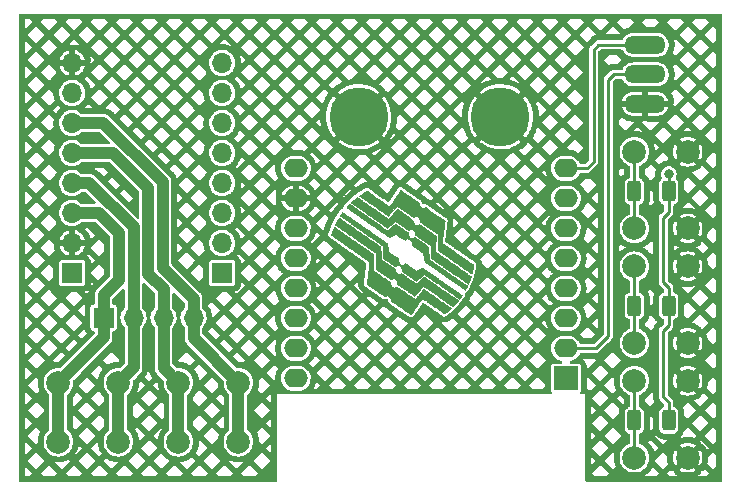
<source format=gbl>
%TF.GenerationSoftware,KiCad,Pcbnew,(6.0.5)*%
%TF.CreationDate,2022-11-03T10:23:46+01:00*%
%TF.ProjectId,Photo_table,50686f74-6f5f-4746-9162-6c652e6b6963,rev?*%
%TF.SameCoordinates,Original*%
%TF.FileFunction,Copper,L2,Bot*%
%TF.FilePolarity,Positive*%
%FSLAX46Y46*%
G04 Gerber Fmt 4.6, Leading zero omitted, Abs format (unit mm)*
G04 Created by KiCad (PCBNEW (6.0.5)) date 2022-11-03 10:23:46*
%MOMM*%
%LPD*%
G01*
G04 APERTURE LIST*
G04 Aperture macros list*
%AMRoundRect*
0 Rectangle with rounded corners*
0 $1 Rounding radius*
0 $2 $3 $4 $5 $6 $7 $8 $9 X,Y pos of 4 corners*
0 Add a 4 corners polygon primitive as box body*
4,1,4,$2,$3,$4,$5,$6,$7,$8,$9,$2,$3,0*
0 Add four circle primitives for the rounded corners*
1,1,$1+$1,$2,$3*
1,1,$1+$1,$4,$5*
1,1,$1+$1,$6,$7*
1,1,$1+$1,$8,$9*
0 Add four rect primitives between the rounded corners*
20,1,$1+$1,$2,$3,$4,$5,0*
20,1,$1+$1,$4,$5,$6,$7,0*
20,1,$1+$1,$6,$7,$8,$9,0*
20,1,$1+$1,$8,$9,$2,$3,0*%
G04 Aperture macros list end*
%TA.AperFunction,EtchedComponent*%
%ADD10C,0.010000*%
%TD*%
%TA.AperFunction,ComponentPad*%
%ADD11C,0.800000*%
%TD*%
%TA.AperFunction,ComponentPad*%
%ADD12C,5.000000*%
%TD*%
%TA.AperFunction,ComponentPad*%
%ADD13R,2.000000X2.000000*%
%TD*%
%TA.AperFunction,ComponentPad*%
%ADD14O,2.000000X1.600000*%
%TD*%
%TA.AperFunction,ComponentPad*%
%ADD15C,2.000000*%
%TD*%
%TA.AperFunction,ComponentPad*%
%ADD16O,3.500000X1.500000*%
%TD*%
%TA.AperFunction,ComponentPad*%
%ADD17R,1.700000X1.700000*%
%TD*%
%TA.AperFunction,ComponentPad*%
%ADD18O,1.700000X1.700000*%
%TD*%
%TA.AperFunction,SMDPad,CuDef*%
%ADD19RoundRect,0.250000X0.312500X0.625000X-0.312500X0.625000X-0.312500X-0.625000X0.312500X-0.625000X0*%
%TD*%
%TA.AperFunction,ViaPad*%
%ADD20C,0.800000*%
%TD*%
%TA.AperFunction,Conductor*%
%ADD21C,0.250000*%
%TD*%
%TA.AperFunction,Conductor*%
%ADD22C,1.000000*%
%TD*%
G04 APERTURE END LIST*
G36*
X105926285Y-93538773D02*
G01*
X105941974Y-93547789D01*
X105964394Y-93561785D01*
X105991610Y-93579459D01*
X106021688Y-93599506D01*
X106052690Y-93620624D01*
X106082683Y-93641508D01*
X106109730Y-93660856D01*
X106131897Y-93677364D01*
X106147247Y-93689728D01*
X106156954Y-93697290D01*
X106175337Y-93710657D01*
X106199394Y-93727634D01*
X106226416Y-93746285D01*
X106237425Y-93753840D01*
X106261843Y-93770702D01*
X106295013Y-93793684D01*
X106335707Y-93821932D01*
X106382697Y-93854594D01*
X106434756Y-93890814D01*
X106490655Y-93929741D01*
X106549167Y-93970521D01*
X106609065Y-94012299D01*
X106615344Y-94016681D01*
X106685772Y-94065821D01*
X106764205Y-94120541D01*
X106848070Y-94179046D01*
X106934798Y-94239544D01*
X107021817Y-94300242D01*
X107106556Y-94359344D01*
X107186444Y-94415059D01*
X107258909Y-94465592D01*
X107318490Y-94507143D01*
X107376881Y-94547872D01*
X107432069Y-94586375D01*
X107482965Y-94621892D01*
X107528480Y-94653663D01*
X107567526Y-94680928D01*
X107599014Y-94702927D01*
X107621855Y-94718901D01*
X107634961Y-94728089D01*
X107641272Y-94732518D01*
X107660328Y-94745847D01*
X107688403Y-94765454D01*
X107724336Y-94790531D01*
X107766970Y-94820269D01*
X107815145Y-94853860D01*
X107867702Y-94890495D01*
X107923481Y-94929365D01*
X107981325Y-94969663D01*
X108009417Y-94989233D01*
X108067898Y-95029974D01*
X108124551Y-95069446D01*
X108178090Y-95106753D01*
X108227229Y-95140999D01*
X108270683Y-95171288D01*
X108307166Y-95196724D01*
X108335393Y-95216411D01*
X108354078Y-95229453D01*
X108378486Y-95246499D01*
X108414922Y-95271938D01*
X108459535Y-95303079D01*
X108510921Y-95338944D01*
X108567682Y-95378557D01*
X108628415Y-95420939D01*
X108691721Y-95465114D01*
X108756198Y-95510103D01*
X108820446Y-95554930D01*
X108883064Y-95598618D01*
X108942651Y-95640188D01*
X108997807Y-95678663D01*
X109047130Y-95713066D01*
X109089219Y-95742420D01*
X109122675Y-95765747D01*
X109254623Y-95857731D01*
X109253581Y-95920099D01*
X109253560Y-95921336D01*
X109252970Y-95946057D01*
X109251918Y-95981620D01*
X109250486Y-96025832D01*
X109248753Y-96076501D01*
X109246800Y-96131433D01*
X109244707Y-96188437D01*
X109242555Y-96245320D01*
X109240424Y-96299889D01*
X109238394Y-96349953D01*
X109236546Y-96393318D01*
X109234961Y-96427792D01*
X109234648Y-96434345D01*
X109233190Y-96467125D01*
X109231520Y-96507451D01*
X109229820Y-96550819D01*
X109228272Y-96592727D01*
X109227906Y-96602930D01*
X109226303Y-96645632D01*
X109224594Y-96688657D01*
X109222961Y-96727501D01*
X109221587Y-96757662D01*
X109220623Y-96778427D01*
X109219146Y-96811825D01*
X109217349Y-96853618D01*
X109215339Y-96901285D01*
X109213223Y-96952303D01*
X109211108Y-97004149D01*
X109209470Y-97045133D01*
X109207769Y-97090518D01*
X109206710Y-97125384D01*
X109206330Y-97151263D01*
X109206668Y-97169690D01*
X109207761Y-97182200D01*
X109209648Y-97190325D01*
X109212367Y-97195602D01*
X109215957Y-97199562D01*
X109219764Y-97202761D01*
X109234204Y-97213639D01*
X109256205Y-97229461D01*
X109283545Y-97248639D01*
X109314000Y-97269586D01*
X109330937Y-97281142D01*
X109370895Y-97308499D01*
X109415255Y-97338969D01*
X109459728Y-97369601D01*
X109500021Y-97397446D01*
X109525748Y-97415261D01*
X109565888Y-97443044D01*
X109611898Y-97474883D01*
X109660996Y-97508851D01*
X109710398Y-97543022D01*
X109757320Y-97575471D01*
X109836845Y-97630466D01*
X109967990Y-97721195D01*
X110089003Y-97804964D01*
X110200357Y-97882099D01*
X110302523Y-97952930D01*
X110395974Y-98017782D01*
X110400173Y-98020697D01*
X110442871Y-98050307D01*
X110483980Y-98078758D01*
X110521649Y-98104773D01*
X110554032Y-98127078D01*
X110579281Y-98144398D01*
X110595545Y-98155458D01*
X110636779Y-98183192D01*
X110636779Y-98221275D01*
X110636834Y-98224887D01*
X110639086Y-98251560D01*
X110643978Y-98283666D01*
X110650604Y-98315042D01*
X110672071Y-98382621D01*
X110701682Y-98445683D01*
X110737949Y-98501817D01*
X110779817Y-98550362D01*
X110826227Y-98590656D01*
X110876125Y-98622038D01*
X110928452Y-98643845D01*
X110982153Y-98655417D01*
X111036171Y-98656091D01*
X111089449Y-98645205D01*
X111140931Y-98622099D01*
X111147934Y-98617795D01*
X111166887Y-98604397D01*
X111180446Y-98592424D01*
X111190984Y-98583033D01*
X111200692Y-98578545D01*
X111202235Y-98579030D01*
X111213191Y-98585112D01*
X111232633Y-98597288D01*
X111258868Y-98614456D01*
X111290202Y-98635515D01*
X111324941Y-98659363D01*
X111344324Y-98672795D01*
X111388387Y-98703292D01*
X111438294Y-98737795D01*
X111490730Y-98774015D01*
X111542379Y-98809660D01*
X111589928Y-98842441D01*
X111618168Y-98861904D01*
X111665623Y-98894635D01*
X111713638Y-98927777D01*
X111759353Y-98959359D01*
X111799914Y-98987406D01*
X111832463Y-99009945D01*
X111834744Y-99011527D01*
X111877451Y-99041118D01*
X111920248Y-99070736D01*
X111964483Y-99101312D01*
X112011504Y-99133776D01*
X112062661Y-99169057D01*
X112119301Y-99208086D01*
X112182774Y-99251793D01*
X112254427Y-99301108D01*
X112335610Y-99356961D01*
X112340466Y-99360302D01*
X112393757Y-99396974D01*
X112447544Y-99434010D01*
X112499931Y-99470103D01*
X112549023Y-99503947D01*
X112592927Y-99534236D01*
X112629747Y-99559662D01*
X112657588Y-99578921D01*
X112755253Y-99646579D01*
X112776687Y-99622211D01*
X112781466Y-99616745D01*
X112800348Y-99594726D01*
X112817567Y-99574135D01*
X112820281Y-99570860D01*
X112833049Y-99555726D01*
X112852300Y-99533118D01*
X112876460Y-99504881D01*
X112903953Y-99472856D01*
X112933203Y-99438888D01*
X112934973Y-99436835D01*
X112959381Y-99408517D01*
X112990984Y-99371831D01*
X113028488Y-99328281D01*
X113070600Y-99279368D01*
X113116025Y-99226596D01*
X113163471Y-99171468D01*
X113211642Y-99115487D01*
X113259246Y-99060155D01*
X113280550Y-99035430D01*
X113323232Y-98986138D01*
X113363065Y-98940459D01*
X113399231Y-98899311D01*
X113430913Y-98863611D01*
X113457296Y-98834277D01*
X113477562Y-98812226D01*
X113490895Y-98798376D01*
X113496478Y-98793644D01*
X113499331Y-98794907D01*
X113511962Y-98802495D01*
X113532860Y-98816004D01*
X113560405Y-98834362D01*
X113592977Y-98856496D01*
X113628954Y-98881332D01*
X113645187Y-98892621D01*
X113669823Y-98909752D01*
X113695564Y-98927648D01*
X113723156Y-98946828D01*
X113753350Y-98967812D01*
X113786895Y-98991122D01*
X113824538Y-99017276D01*
X113867028Y-99046796D01*
X113915115Y-99080201D01*
X113969547Y-99118012D01*
X114031073Y-99160748D01*
X114100441Y-99208930D01*
X114178401Y-99263079D01*
X114265700Y-99323713D01*
X114363089Y-99391354D01*
X114408930Y-99423194D01*
X114470038Y-99465642D01*
X114532961Y-99509356D01*
X114598704Y-99555033D01*
X114668266Y-99603369D01*
X114742651Y-99655061D01*
X114822860Y-99710804D01*
X114909895Y-99771295D01*
X115004758Y-99837230D01*
X115108450Y-99909305D01*
X115221974Y-99988216D01*
X115229775Y-99993638D01*
X115283608Y-100031016D01*
X115337995Y-100068717D01*
X115391038Y-100105432D01*
X115440842Y-100139849D01*
X115485508Y-100170658D01*
X115523141Y-100196546D01*
X115551844Y-100216204D01*
X115575145Y-100232118D01*
X115616547Y-100260453D01*
X115658414Y-100289169D01*
X115696955Y-100315664D01*
X115728378Y-100337337D01*
X115802652Y-100388699D01*
X115784456Y-100408006D01*
X115779399Y-100413244D01*
X115756404Y-100435498D01*
X115724936Y-100464328D01*
X115686442Y-100498503D01*
X115642369Y-100536795D01*
X115594162Y-100577974D01*
X115543270Y-100620811D01*
X115491140Y-100664076D01*
X115439217Y-100706540D01*
X115388949Y-100746974D01*
X115341783Y-100784147D01*
X115260371Y-100847522D01*
X115191162Y-100799956D01*
X115164536Y-100781600D01*
X115132279Y-100759243D01*
X115102757Y-100738665D01*
X115080049Y-100722701D01*
X115071354Y-100716546D01*
X115036828Y-100692193D01*
X114996894Y-100664155D01*
X114950643Y-100631798D01*
X114897165Y-100594488D01*
X114835553Y-100551590D01*
X114764896Y-100502469D01*
X114684286Y-100446493D01*
X114618063Y-100400526D01*
X114513068Y-100327644D01*
X114417555Y-100261339D01*
X114330666Y-100201016D01*
X114251544Y-100146078D01*
X114179330Y-100095931D01*
X114113168Y-100049978D01*
X114052200Y-100007624D01*
X113995569Y-99968274D01*
X113942416Y-99931331D01*
X113891885Y-99896201D01*
X113843117Y-99862288D01*
X113829333Y-99852701D01*
X113748066Y-99796190D01*
X113676861Y-99746697D01*
X113615059Y-99703768D01*
X113562000Y-99666951D01*
X113517025Y-99635792D01*
X113479475Y-99609838D01*
X113448689Y-99588635D01*
X113424008Y-99571730D01*
X113404772Y-99558669D01*
X113390322Y-99549000D01*
X113379999Y-99542269D01*
X113373142Y-99538022D01*
X113369092Y-99535806D01*
X113367189Y-99535168D01*
X113367134Y-99535190D01*
X113362460Y-99541247D01*
X113350948Y-99557594D01*
X113333038Y-99583579D01*
X113309172Y-99618546D01*
X113279790Y-99661842D01*
X113245333Y-99712813D01*
X113206242Y-99770804D01*
X113162959Y-99835161D01*
X113115923Y-99905230D01*
X113065577Y-99980357D01*
X113012361Y-100059888D01*
X112956716Y-100143169D01*
X112899083Y-100229545D01*
X112895508Y-100234907D01*
X112837996Y-100321152D01*
X112782537Y-100404305D01*
X112729568Y-100483709D01*
X112679528Y-100558706D01*
X112632857Y-100628640D01*
X112589993Y-100692852D01*
X112551376Y-100750686D01*
X112517443Y-100801485D01*
X112488634Y-100844590D01*
X112465388Y-100879345D01*
X112448144Y-100905093D01*
X112437340Y-100921176D01*
X112433416Y-100926937D01*
X112432849Y-100927600D01*
X112431899Y-100928189D01*
X112430139Y-100928066D01*
X112426943Y-100926805D01*
X112421684Y-100923980D01*
X112413735Y-100919166D01*
X112402470Y-100911936D01*
X112387261Y-100901864D01*
X112367481Y-100888526D01*
X112342505Y-100871494D01*
X112311705Y-100850343D01*
X112274455Y-100824648D01*
X112230127Y-100793982D01*
X112178095Y-100757919D01*
X112117732Y-100716034D01*
X112048411Y-100667900D01*
X111969506Y-100613092D01*
X111880390Y-100551184D01*
X111863078Y-100539160D01*
X111795922Y-100492552D01*
X111722454Y-100441616D01*
X111641913Y-100385828D01*
X111553542Y-100324661D01*
X111456579Y-100257589D01*
X111350266Y-100184088D01*
X111233844Y-100103631D01*
X111195406Y-100077050D01*
X111144740Y-100041966D01*
X111089237Y-100003495D01*
X111032068Y-99963835D01*
X110976404Y-99925186D01*
X110925416Y-99889745D01*
X110755532Y-99771588D01*
X110755532Y-99740661D01*
X110754859Y-99725629D01*
X110747769Y-99682634D01*
X110733949Y-99634304D01*
X110714643Y-99584047D01*
X110691094Y-99535270D01*
X110664546Y-99491380D01*
X110648805Y-99469801D01*
X110604255Y-99420637D01*
X110555037Y-99381083D01*
X110502489Y-99351527D01*
X110447951Y-99332356D01*
X110392763Y-99323960D01*
X110338262Y-99326726D01*
X110285788Y-99341044D01*
X110236679Y-99367300D01*
X110201762Y-99391349D01*
X110064660Y-99296080D01*
X110033978Y-99274773D01*
X109983825Y-99239983D01*
X109928574Y-99201691D01*
X109871594Y-99162232D01*
X109816254Y-99123938D01*
X109765922Y-99089145D01*
X109760651Y-99085503D01*
X109716925Y-99055292D01*
X109674388Y-99025900D01*
X109634975Y-98998662D01*
X109600617Y-98974916D01*
X109573250Y-98955996D01*
X109554805Y-98943240D01*
X109542609Y-98934807D01*
X109514997Y-98915740D01*
X109481529Y-98892648D01*
X109445364Y-98867712D01*
X109409662Y-98843111D01*
X109396007Y-98833703D01*
X109353826Y-98804612D01*
X109308743Y-98773488D01*
X109265348Y-98743500D01*
X109228234Y-98717820D01*
X109203998Y-98701048D01*
X109163802Y-98673269D01*
X109119418Y-98642628D01*
X109074727Y-98611804D01*
X109033610Y-98583477D01*
X109014351Y-98570215D01*
X108945973Y-98523084D01*
X108887576Y-98482735D01*
X108838429Y-98448647D01*
X108797801Y-98420299D01*
X108764961Y-98397170D01*
X108739179Y-98378738D01*
X108719723Y-98364482D01*
X108705864Y-98353881D01*
X108696869Y-98346414D01*
X108692009Y-98341559D01*
X108690553Y-98338796D01*
X108690990Y-98333166D01*
X108692507Y-98319583D01*
X108695206Y-98297481D01*
X108699184Y-98266101D01*
X108704538Y-98224683D01*
X108711366Y-98172469D01*
X108719765Y-98108698D01*
X108729833Y-98032610D01*
X108730681Y-98026206D01*
X108736717Y-97980507D01*
X108743550Y-97928589D01*
X108750404Y-97876363D01*
X108756502Y-97829740D01*
X108759382Y-97807754D01*
X108764059Y-97772415D01*
X108768120Y-97742185D01*
X108771207Y-97719723D01*
X108772959Y-97707688D01*
X108773101Y-97706787D01*
X108774975Y-97693631D01*
X108778188Y-97670011D01*
X108782434Y-97638213D01*
X108787407Y-97600529D01*
X108792802Y-97559246D01*
X108795994Y-97534715D01*
X108813195Y-97403163D01*
X108830622Y-97271025D01*
X108849095Y-97132064D01*
X108857470Y-97069276D01*
X108872096Y-96959571D01*
X108887096Y-96846989D01*
X108901627Y-96737870D01*
X108901813Y-96736472D01*
X108907534Y-96693560D01*
X108913710Y-96647325D01*
X108919611Y-96603234D01*
X108924506Y-96566757D01*
X108928108Y-96539215D01*
X108931499Y-96511587D01*
X108933801Y-96490795D01*
X108934649Y-96479955D01*
X108930928Y-96475085D01*
X108916496Y-96462521D01*
X108891274Y-96442715D01*
X108855352Y-96415733D01*
X108808818Y-96381642D01*
X108751760Y-96340506D01*
X108684267Y-96292390D01*
X108606428Y-96237362D01*
X108561293Y-96205559D01*
X108498742Y-96161473D01*
X108437299Y-96118155D01*
X108378346Y-96076582D01*
X108323268Y-96037729D01*
X108273447Y-96002570D01*
X108230265Y-95972083D01*
X108195105Y-95947241D01*
X108169351Y-95929022D01*
X108134021Y-95904006D01*
X108084807Y-95869186D01*
X108035862Y-95834591D01*
X107985343Y-95798921D01*
X107931404Y-95760874D01*
X107872201Y-95719148D01*
X107805889Y-95672442D01*
X107730623Y-95619454D01*
X107694415Y-95593963D01*
X107643352Y-95558002D01*
X107591056Y-95521162D01*
X107540533Y-95485560D01*
X107494789Y-95453314D01*
X107456831Y-95426543D01*
X107424079Y-95403437D01*
X107374451Y-95368427D01*
X107322114Y-95331508D01*
X107271565Y-95295853D01*
X107227301Y-95264633D01*
X107225627Y-95263453D01*
X107187079Y-95236258D01*
X107148195Y-95208812D01*
X107111756Y-95183077D01*
X107080540Y-95161018D01*
X107057330Y-95144597D01*
X107055048Y-95142982D01*
X107037742Y-95130749D01*
X107010971Y-95111844D01*
X106975831Y-95087041D01*
X106933417Y-95057111D01*
X106884824Y-95022828D01*
X106831147Y-94984963D01*
X106773481Y-94944290D01*
X106712921Y-94901582D01*
X106650563Y-94857610D01*
X106590032Y-94814925D01*
X106523268Y-94767837D01*
X106456939Y-94721047D01*
X106392523Y-94675599D01*
X106331499Y-94632538D01*
X106275347Y-94592905D01*
X106225543Y-94557744D01*
X106183567Y-94528099D01*
X106150898Y-94505013D01*
X106119030Y-94482518D01*
X106073187Y-94450259D01*
X106027733Y-94418381D01*
X105985262Y-94388696D01*
X105948366Y-94363019D01*
X105919636Y-94343166D01*
X105877521Y-94314169D01*
X105823728Y-94276871D01*
X105779905Y-94246100D01*
X105745434Y-94221405D01*
X105719699Y-94202335D01*
X105702081Y-94188439D01*
X105691963Y-94179264D01*
X105688727Y-94174360D01*
X105688979Y-94171415D01*
X105692665Y-94154957D01*
X105700323Y-94128352D01*
X105711405Y-94093109D01*
X105725369Y-94050739D01*
X105741668Y-94002753D01*
X105759757Y-93950659D01*
X105779090Y-93895970D01*
X105799124Y-93840194D01*
X105819312Y-93784842D01*
X105839108Y-93731425D01*
X105857969Y-93681452D01*
X105875349Y-93636434D01*
X105890702Y-93597881D01*
X105903483Y-93567304D01*
X105913147Y-93546212D01*
X105919149Y-93536115D01*
X105919263Y-93536041D01*
X105926285Y-93538773D01*
G37*
D10*
X105926285Y-93538773D02*
X105941974Y-93547789D01*
X105964394Y-93561785D01*
X105991610Y-93579459D01*
X106021688Y-93599506D01*
X106052690Y-93620624D01*
X106082683Y-93641508D01*
X106109730Y-93660856D01*
X106131897Y-93677364D01*
X106147247Y-93689728D01*
X106156954Y-93697290D01*
X106175337Y-93710657D01*
X106199394Y-93727634D01*
X106226416Y-93746285D01*
X106237425Y-93753840D01*
X106261843Y-93770702D01*
X106295013Y-93793684D01*
X106335707Y-93821932D01*
X106382697Y-93854594D01*
X106434756Y-93890814D01*
X106490655Y-93929741D01*
X106549167Y-93970521D01*
X106609065Y-94012299D01*
X106615344Y-94016681D01*
X106685772Y-94065821D01*
X106764205Y-94120541D01*
X106848070Y-94179046D01*
X106934798Y-94239544D01*
X107021817Y-94300242D01*
X107106556Y-94359344D01*
X107186444Y-94415059D01*
X107258909Y-94465592D01*
X107318490Y-94507143D01*
X107376881Y-94547872D01*
X107432069Y-94586375D01*
X107482965Y-94621892D01*
X107528480Y-94653663D01*
X107567526Y-94680928D01*
X107599014Y-94702927D01*
X107621855Y-94718901D01*
X107634961Y-94728089D01*
X107641272Y-94732518D01*
X107660328Y-94745847D01*
X107688403Y-94765454D01*
X107724336Y-94790531D01*
X107766970Y-94820269D01*
X107815145Y-94853860D01*
X107867702Y-94890495D01*
X107923481Y-94929365D01*
X107981325Y-94969663D01*
X108009417Y-94989233D01*
X108067898Y-95029974D01*
X108124551Y-95069446D01*
X108178090Y-95106753D01*
X108227229Y-95140999D01*
X108270683Y-95171288D01*
X108307166Y-95196724D01*
X108335393Y-95216411D01*
X108354078Y-95229453D01*
X108378486Y-95246499D01*
X108414922Y-95271938D01*
X108459535Y-95303079D01*
X108510921Y-95338944D01*
X108567682Y-95378557D01*
X108628415Y-95420939D01*
X108691721Y-95465114D01*
X108756198Y-95510103D01*
X108820446Y-95554930D01*
X108883064Y-95598618D01*
X108942651Y-95640188D01*
X108997807Y-95678663D01*
X109047130Y-95713066D01*
X109089219Y-95742420D01*
X109122675Y-95765747D01*
X109254623Y-95857731D01*
X109253581Y-95920099D01*
X109253560Y-95921336D01*
X109252970Y-95946057D01*
X109251918Y-95981620D01*
X109250486Y-96025832D01*
X109248753Y-96076501D01*
X109246800Y-96131433D01*
X109244707Y-96188437D01*
X109242555Y-96245320D01*
X109240424Y-96299889D01*
X109238394Y-96349953D01*
X109236546Y-96393318D01*
X109234961Y-96427792D01*
X109234648Y-96434345D01*
X109233190Y-96467125D01*
X109231520Y-96507451D01*
X109229820Y-96550819D01*
X109228272Y-96592727D01*
X109227906Y-96602930D01*
X109226303Y-96645632D01*
X109224594Y-96688657D01*
X109222961Y-96727501D01*
X109221587Y-96757662D01*
X109220623Y-96778427D01*
X109219146Y-96811825D01*
X109217349Y-96853618D01*
X109215339Y-96901285D01*
X109213223Y-96952303D01*
X109211108Y-97004149D01*
X109209470Y-97045133D01*
X109207769Y-97090518D01*
X109206710Y-97125384D01*
X109206330Y-97151263D01*
X109206668Y-97169690D01*
X109207761Y-97182200D01*
X109209648Y-97190325D01*
X109212367Y-97195602D01*
X109215957Y-97199562D01*
X109219764Y-97202761D01*
X109234204Y-97213639D01*
X109256205Y-97229461D01*
X109283545Y-97248639D01*
X109314000Y-97269586D01*
X109330937Y-97281142D01*
X109370895Y-97308499D01*
X109415255Y-97338969D01*
X109459728Y-97369601D01*
X109500021Y-97397446D01*
X109525748Y-97415261D01*
X109565888Y-97443044D01*
X109611898Y-97474883D01*
X109660996Y-97508851D01*
X109710398Y-97543022D01*
X109757320Y-97575471D01*
X109836845Y-97630466D01*
X109967990Y-97721195D01*
X110089003Y-97804964D01*
X110200357Y-97882099D01*
X110302523Y-97952930D01*
X110395974Y-98017782D01*
X110400173Y-98020697D01*
X110442871Y-98050307D01*
X110483980Y-98078758D01*
X110521649Y-98104773D01*
X110554032Y-98127078D01*
X110579281Y-98144398D01*
X110595545Y-98155458D01*
X110636779Y-98183192D01*
X110636779Y-98221275D01*
X110636834Y-98224887D01*
X110639086Y-98251560D01*
X110643978Y-98283666D01*
X110650604Y-98315042D01*
X110672071Y-98382621D01*
X110701682Y-98445683D01*
X110737949Y-98501817D01*
X110779817Y-98550362D01*
X110826227Y-98590656D01*
X110876125Y-98622038D01*
X110928452Y-98643845D01*
X110982153Y-98655417D01*
X111036171Y-98656091D01*
X111089449Y-98645205D01*
X111140931Y-98622099D01*
X111147934Y-98617795D01*
X111166887Y-98604397D01*
X111180446Y-98592424D01*
X111190984Y-98583033D01*
X111200692Y-98578545D01*
X111202235Y-98579030D01*
X111213191Y-98585112D01*
X111232633Y-98597288D01*
X111258868Y-98614456D01*
X111290202Y-98635515D01*
X111324941Y-98659363D01*
X111344324Y-98672795D01*
X111388387Y-98703292D01*
X111438294Y-98737795D01*
X111490730Y-98774015D01*
X111542379Y-98809660D01*
X111589928Y-98842441D01*
X111618168Y-98861904D01*
X111665623Y-98894635D01*
X111713638Y-98927777D01*
X111759353Y-98959359D01*
X111799914Y-98987406D01*
X111832463Y-99009945D01*
X111834744Y-99011527D01*
X111877451Y-99041118D01*
X111920248Y-99070736D01*
X111964483Y-99101312D01*
X112011504Y-99133776D01*
X112062661Y-99169057D01*
X112119301Y-99208086D01*
X112182774Y-99251793D01*
X112254427Y-99301108D01*
X112335610Y-99356961D01*
X112340466Y-99360302D01*
X112393757Y-99396974D01*
X112447544Y-99434010D01*
X112499931Y-99470103D01*
X112549023Y-99503947D01*
X112592927Y-99534236D01*
X112629747Y-99559662D01*
X112657588Y-99578921D01*
X112755253Y-99646579D01*
X112776687Y-99622211D01*
X112781466Y-99616745D01*
X112800348Y-99594726D01*
X112817567Y-99574135D01*
X112820281Y-99570860D01*
X112833049Y-99555726D01*
X112852300Y-99533118D01*
X112876460Y-99504881D01*
X112903953Y-99472856D01*
X112933203Y-99438888D01*
X112934973Y-99436835D01*
X112959381Y-99408517D01*
X112990984Y-99371831D01*
X113028488Y-99328281D01*
X113070600Y-99279368D01*
X113116025Y-99226596D01*
X113163471Y-99171468D01*
X113211642Y-99115487D01*
X113259246Y-99060155D01*
X113280550Y-99035430D01*
X113323232Y-98986138D01*
X113363065Y-98940459D01*
X113399231Y-98899311D01*
X113430913Y-98863611D01*
X113457296Y-98834277D01*
X113477562Y-98812226D01*
X113490895Y-98798376D01*
X113496478Y-98793644D01*
X113499331Y-98794907D01*
X113511962Y-98802495D01*
X113532860Y-98816004D01*
X113560405Y-98834362D01*
X113592977Y-98856496D01*
X113628954Y-98881332D01*
X113645187Y-98892621D01*
X113669823Y-98909752D01*
X113695564Y-98927648D01*
X113723156Y-98946828D01*
X113753350Y-98967812D01*
X113786895Y-98991122D01*
X113824538Y-99017276D01*
X113867028Y-99046796D01*
X113915115Y-99080201D01*
X113969547Y-99118012D01*
X114031073Y-99160748D01*
X114100441Y-99208930D01*
X114178401Y-99263079D01*
X114265700Y-99323713D01*
X114363089Y-99391354D01*
X114408930Y-99423194D01*
X114470038Y-99465642D01*
X114532961Y-99509356D01*
X114598704Y-99555033D01*
X114668266Y-99603369D01*
X114742651Y-99655061D01*
X114822860Y-99710804D01*
X114909895Y-99771295D01*
X115004758Y-99837230D01*
X115108450Y-99909305D01*
X115221974Y-99988216D01*
X115229775Y-99993638D01*
X115283608Y-100031016D01*
X115337995Y-100068717D01*
X115391038Y-100105432D01*
X115440842Y-100139849D01*
X115485508Y-100170658D01*
X115523141Y-100196546D01*
X115551844Y-100216204D01*
X115575145Y-100232118D01*
X115616547Y-100260453D01*
X115658414Y-100289169D01*
X115696955Y-100315664D01*
X115728378Y-100337337D01*
X115802652Y-100388699D01*
X115784456Y-100408006D01*
X115779399Y-100413244D01*
X115756404Y-100435498D01*
X115724936Y-100464328D01*
X115686442Y-100498503D01*
X115642369Y-100536795D01*
X115594162Y-100577974D01*
X115543270Y-100620811D01*
X115491140Y-100664076D01*
X115439217Y-100706540D01*
X115388949Y-100746974D01*
X115341783Y-100784147D01*
X115260371Y-100847522D01*
X115191162Y-100799956D01*
X115164536Y-100781600D01*
X115132279Y-100759243D01*
X115102757Y-100738665D01*
X115080049Y-100722701D01*
X115071354Y-100716546D01*
X115036828Y-100692193D01*
X114996894Y-100664155D01*
X114950643Y-100631798D01*
X114897165Y-100594488D01*
X114835553Y-100551590D01*
X114764896Y-100502469D01*
X114684286Y-100446493D01*
X114618063Y-100400526D01*
X114513068Y-100327644D01*
X114417555Y-100261339D01*
X114330666Y-100201016D01*
X114251544Y-100146078D01*
X114179330Y-100095931D01*
X114113168Y-100049978D01*
X114052200Y-100007624D01*
X113995569Y-99968274D01*
X113942416Y-99931331D01*
X113891885Y-99896201D01*
X113843117Y-99862288D01*
X113829333Y-99852701D01*
X113748066Y-99796190D01*
X113676861Y-99746697D01*
X113615059Y-99703768D01*
X113562000Y-99666951D01*
X113517025Y-99635792D01*
X113479475Y-99609838D01*
X113448689Y-99588635D01*
X113424008Y-99571730D01*
X113404772Y-99558669D01*
X113390322Y-99549000D01*
X113379999Y-99542269D01*
X113373142Y-99538022D01*
X113369092Y-99535806D01*
X113367189Y-99535168D01*
X113367134Y-99535190D01*
X113362460Y-99541247D01*
X113350948Y-99557594D01*
X113333038Y-99583579D01*
X113309172Y-99618546D01*
X113279790Y-99661842D01*
X113245333Y-99712813D01*
X113206242Y-99770804D01*
X113162959Y-99835161D01*
X113115923Y-99905230D01*
X113065577Y-99980357D01*
X113012361Y-100059888D01*
X112956716Y-100143169D01*
X112899083Y-100229545D01*
X112895508Y-100234907D01*
X112837996Y-100321152D01*
X112782537Y-100404305D01*
X112729568Y-100483709D01*
X112679528Y-100558706D01*
X112632857Y-100628640D01*
X112589993Y-100692852D01*
X112551376Y-100750686D01*
X112517443Y-100801485D01*
X112488634Y-100844590D01*
X112465388Y-100879345D01*
X112448144Y-100905093D01*
X112437340Y-100921176D01*
X112433416Y-100926937D01*
X112432849Y-100927600D01*
X112431899Y-100928189D01*
X112430139Y-100928066D01*
X112426943Y-100926805D01*
X112421684Y-100923980D01*
X112413735Y-100919166D01*
X112402470Y-100911936D01*
X112387261Y-100901864D01*
X112367481Y-100888526D01*
X112342505Y-100871494D01*
X112311705Y-100850343D01*
X112274455Y-100824648D01*
X112230127Y-100793982D01*
X112178095Y-100757919D01*
X112117732Y-100716034D01*
X112048411Y-100667900D01*
X111969506Y-100613092D01*
X111880390Y-100551184D01*
X111863078Y-100539160D01*
X111795922Y-100492552D01*
X111722454Y-100441616D01*
X111641913Y-100385828D01*
X111553542Y-100324661D01*
X111456579Y-100257589D01*
X111350266Y-100184088D01*
X111233844Y-100103631D01*
X111195406Y-100077050D01*
X111144740Y-100041966D01*
X111089237Y-100003495D01*
X111032068Y-99963835D01*
X110976404Y-99925186D01*
X110925416Y-99889745D01*
X110755532Y-99771588D01*
X110755532Y-99740661D01*
X110754859Y-99725629D01*
X110747769Y-99682634D01*
X110733949Y-99634304D01*
X110714643Y-99584047D01*
X110691094Y-99535270D01*
X110664546Y-99491380D01*
X110648805Y-99469801D01*
X110604255Y-99420637D01*
X110555037Y-99381083D01*
X110502489Y-99351527D01*
X110447951Y-99332356D01*
X110392763Y-99323960D01*
X110338262Y-99326726D01*
X110285788Y-99341044D01*
X110236679Y-99367300D01*
X110201762Y-99391349D01*
X110064660Y-99296080D01*
X110033978Y-99274773D01*
X109983825Y-99239983D01*
X109928574Y-99201691D01*
X109871594Y-99162232D01*
X109816254Y-99123938D01*
X109765922Y-99089145D01*
X109760651Y-99085503D01*
X109716925Y-99055292D01*
X109674388Y-99025900D01*
X109634975Y-98998662D01*
X109600617Y-98974916D01*
X109573250Y-98955996D01*
X109554805Y-98943240D01*
X109542609Y-98934807D01*
X109514997Y-98915740D01*
X109481529Y-98892648D01*
X109445364Y-98867712D01*
X109409662Y-98843111D01*
X109396007Y-98833703D01*
X109353826Y-98804612D01*
X109308743Y-98773488D01*
X109265348Y-98743500D01*
X109228234Y-98717820D01*
X109203998Y-98701048D01*
X109163802Y-98673269D01*
X109119418Y-98642628D01*
X109074727Y-98611804D01*
X109033610Y-98583477D01*
X109014351Y-98570215D01*
X108945973Y-98523084D01*
X108887576Y-98482735D01*
X108838429Y-98448647D01*
X108797801Y-98420299D01*
X108764961Y-98397170D01*
X108739179Y-98378738D01*
X108719723Y-98364482D01*
X108705864Y-98353881D01*
X108696869Y-98346414D01*
X108692009Y-98341559D01*
X108690553Y-98338796D01*
X108690990Y-98333166D01*
X108692507Y-98319583D01*
X108695206Y-98297481D01*
X108699184Y-98266101D01*
X108704538Y-98224683D01*
X108711366Y-98172469D01*
X108719765Y-98108698D01*
X108729833Y-98032610D01*
X108730681Y-98026206D01*
X108736717Y-97980507D01*
X108743550Y-97928589D01*
X108750404Y-97876363D01*
X108756502Y-97829740D01*
X108759382Y-97807754D01*
X108764059Y-97772415D01*
X108768120Y-97742185D01*
X108771207Y-97719723D01*
X108772959Y-97707688D01*
X108773101Y-97706787D01*
X108774975Y-97693631D01*
X108778188Y-97670011D01*
X108782434Y-97638213D01*
X108787407Y-97600529D01*
X108792802Y-97559246D01*
X108795994Y-97534715D01*
X108813195Y-97403163D01*
X108830622Y-97271025D01*
X108849095Y-97132064D01*
X108857470Y-97069276D01*
X108872096Y-96959571D01*
X108887096Y-96846989D01*
X108901627Y-96737870D01*
X108901813Y-96736472D01*
X108907534Y-96693560D01*
X108913710Y-96647325D01*
X108919611Y-96603234D01*
X108924506Y-96566757D01*
X108928108Y-96539215D01*
X108931499Y-96511587D01*
X108933801Y-96490795D01*
X108934649Y-96479955D01*
X108930928Y-96475085D01*
X108916496Y-96462521D01*
X108891274Y-96442715D01*
X108855352Y-96415733D01*
X108808818Y-96381642D01*
X108751760Y-96340506D01*
X108684267Y-96292390D01*
X108606428Y-96237362D01*
X108561293Y-96205559D01*
X108498742Y-96161473D01*
X108437299Y-96118155D01*
X108378346Y-96076582D01*
X108323268Y-96037729D01*
X108273447Y-96002570D01*
X108230265Y-95972083D01*
X108195105Y-95947241D01*
X108169351Y-95929022D01*
X108134021Y-95904006D01*
X108084807Y-95869186D01*
X108035862Y-95834591D01*
X107985343Y-95798921D01*
X107931404Y-95760874D01*
X107872201Y-95719148D01*
X107805889Y-95672442D01*
X107730623Y-95619454D01*
X107694415Y-95593963D01*
X107643352Y-95558002D01*
X107591056Y-95521162D01*
X107540533Y-95485560D01*
X107494789Y-95453314D01*
X107456831Y-95426543D01*
X107424079Y-95403437D01*
X107374451Y-95368427D01*
X107322114Y-95331508D01*
X107271565Y-95295853D01*
X107227301Y-95264633D01*
X107225627Y-95263453D01*
X107187079Y-95236258D01*
X107148195Y-95208812D01*
X107111756Y-95183077D01*
X107080540Y-95161018D01*
X107057330Y-95144597D01*
X107055048Y-95142982D01*
X107037742Y-95130749D01*
X107010971Y-95111844D01*
X106975831Y-95087041D01*
X106933417Y-95057111D01*
X106884824Y-95022828D01*
X106831147Y-94984963D01*
X106773481Y-94944290D01*
X106712921Y-94901582D01*
X106650563Y-94857610D01*
X106590032Y-94814925D01*
X106523268Y-94767837D01*
X106456939Y-94721047D01*
X106392523Y-94675599D01*
X106331499Y-94632538D01*
X106275347Y-94592905D01*
X106225543Y-94557744D01*
X106183567Y-94528099D01*
X106150898Y-94505013D01*
X106119030Y-94482518D01*
X106073187Y-94450259D01*
X106027733Y-94418381D01*
X105985262Y-94388696D01*
X105948366Y-94363019D01*
X105919636Y-94343166D01*
X105877521Y-94314169D01*
X105823728Y-94276871D01*
X105779905Y-94246100D01*
X105745434Y-94221405D01*
X105719699Y-94202335D01*
X105702081Y-94188439D01*
X105691963Y-94179264D01*
X105688727Y-94174360D01*
X105688979Y-94171415D01*
X105692665Y-94154957D01*
X105700323Y-94128352D01*
X105711405Y-94093109D01*
X105725369Y-94050739D01*
X105741668Y-94002753D01*
X105759757Y-93950659D01*
X105779090Y-93895970D01*
X105799124Y-93840194D01*
X105819312Y-93784842D01*
X105839108Y-93731425D01*
X105857969Y-93681452D01*
X105875349Y-93636434D01*
X105890702Y-93597881D01*
X105903483Y-93567304D01*
X105913147Y-93546212D01*
X105919149Y-93536115D01*
X105919263Y-93536041D01*
X105926285Y-93538773D01*
G36*
X107875278Y-91011943D02*
G01*
X107884818Y-91017260D01*
X107902914Y-91028947D01*
X107927836Y-91045832D01*
X107957849Y-91066747D01*
X107991221Y-91090521D01*
X108013520Y-91106536D01*
X108048413Y-91131488D01*
X108089293Y-91160613D01*
X108136444Y-91194111D01*
X108190149Y-91232181D01*
X108250692Y-91275025D01*
X108318357Y-91322840D01*
X108393426Y-91375828D01*
X108476184Y-91434188D01*
X108566914Y-91498119D01*
X108665899Y-91567822D01*
X108773424Y-91643496D01*
X108889771Y-91725341D01*
X109015225Y-91813557D01*
X109150069Y-91908343D01*
X109294586Y-92009900D01*
X109449060Y-92118427D01*
X109613774Y-92234124D01*
X109789013Y-92357191D01*
X109847943Y-92398574D01*
X109916289Y-92446574D01*
X109986676Y-92496010D01*
X110056964Y-92545380D01*
X110125014Y-92593180D01*
X110188686Y-92637908D01*
X110245839Y-92678060D01*
X110294333Y-92712133D01*
X110303929Y-92718871D01*
X110349899Y-92751001D01*
X110392369Y-92780446D01*
X110430127Y-92806385D01*
X110461962Y-92827993D01*
X110486662Y-92844446D01*
X110503015Y-92854922D01*
X110509811Y-92858597D01*
X110512003Y-92857980D01*
X110522129Y-92850467D01*
X110534807Y-92837155D01*
X110535597Y-92836214D01*
X110549469Y-92819901D01*
X110567971Y-92798409D01*
X110587324Y-92776129D01*
X110594344Y-92768043D01*
X110610461Y-92749389D01*
X110633794Y-92722333D01*
X110663564Y-92687778D01*
X110698991Y-92646630D01*
X110739298Y-92599795D01*
X110783703Y-92548178D01*
X110831428Y-92492684D01*
X110881693Y-92434219D01*
X110933720Y-92373688D01*
X110979033Y-92320961D01*
X111027831Y-92264178D01*
X111073494Y-92211046D01*
X111115337Y-92162359D01*
X111152679Y-92118911D01*
X111184835Y-92081498D01*
X111211123Y-92050913D01*
X111230860Y-92027951D01*
X111243363Y-92013408D01*
X111247949Y-92008077D01*
X111248619Y-92007856D01*
X111251744Y-92008888D01*
X111258023Y-92012295D01*
X111268310Y-92018651D01*
X111283455Y-92028532D01*
X111304314Y-92042509D01*
X111331737Y-92061158D01*
X111366577Y-92085052D01*
X111409688Y-92114764D01*
X111461921Y-92150869D01*
X111524130Y-92193941D01*
X111547110Y-92209857D01*
X111600220Y-92246623D01*
X111657375Y-92286169D01*
X111714853Y-92325922D01*
X111768933Y-92363307D01*
X111815891Y-92395748D01*
X111847314Y-92417448D01*
X111898277Y-92452642D01*
X111954263Y-92491305D01*
X112011867Y-92531086D01*
X112067684Y-92569634D01*
X112118311Y-92604597D01*
X112155126Y-92630036D01*
X112208935Y-92667258D01*
X112264944Y-92706039D01*
X112319889Y-92744118D01*
X112370502Y-92779231D01*
X112413518Y-92809116D01*
X112546326Y-92901480D01*
X112548365Y-92931168D01*
X112552825Y-92972214D01*
X112571579Y-93053795D01*
X112603319Y-93133969D01*
X112610939Y-93149520D01*
X112627095Y-93179527D01*
X112643518Y-93204245D01*
X112663478Y-93228277D01*
X112690248Y-93256223D01*
X112726311Y-93289445D01*
X112778438Y-93326480D01*
X112831711Y-93351119D01*
X112887213Y-93363824D01*
X112946030Y-93365054D01*
X112996519Y-93355750D01*
X113044697Y-93336097D01*
X113085926Y-93307906D01*
X113109925Y-93286834D01*
X113154897Y-93318833D01*
X113161459Y-93323470D01*
X113181621Y-93337585D01*
X113210526Y-93357717D01*
X113246780Y-93382900D01*
X113288987Y-93412165D01*
X113335752Y-93444546D01*
X113385680Y-93479074D01*
X113437377Y-93514781D01*
X113447359Y-93521672D01*
X113504290Y-93560978D01*
X113563041Y-93601550D01*
X113621499Y-93641927D01*
X113677550Y-93680650D01*
X113729081Y-93716258D01*
X113773979Y-93747292D01*
X113810130Y-93772292D01*
X113810192Y-93772334D01*
X113852314Y-93801473D01*
X113902271Y-93836030D01*
X113957051Y-93873922D01*
X114013642Y-93913066D01*
X114069032Y-93951377D01*
X114120208Y-93986773D01*
X114124544Y-93989773D01*
X114174615Y-94024425D01*
X114227318Y-94060930D01*
X114279954Y-94097418D01*
X114329828Y-94132017D01*
X114374240Y-94162857D01*
X114410493Y-94188068D01*
X114525948Y-94268443D01*
X114525444Y-94294182D01*
X114524937Y-94315809D01*
X114524029Y-94347992D01*
X114522844Y-94386010D01*
X114521460Y-94427752D01*
X114519953Y-94471102D01*
X114518401Y-94513947D01*
X114516879Y-94554172D01*
X114515466Y-94589665D01*
X114514237Y-94618311D01*
X114513269Y-94637997D01*
X114512640Y-94646608D01*
X114512300Y-94649996D01*
X114511424Y-94665422D01*
X114510305Y-94690967D01*
X114509023Y-94724623D01*
X114507657Y-94764385D01*
X114506285Y-94808245D01*
X114505577Y-94831349D01*
X114504175Y-94873738D01*
X114502803Y-94911203D01*
X114501542Y-94941680D01*
X114500477Y-94963100D01*
X114499689Y-94973398D01*
X114499417Y-94975974D01*
X114498506Y-94990899D01*
X114497362Y-95016064D01*
X114496069Y-95049343D01*
X114494713Y-95088608D01*
X114493378Y-95131735D01*
X114492898Y-95147736D01*
X114491493Y-95190377D01*
X114490052Y-95228801D01*
X114488670Y-95260765D01*
X114487441Y-95284024D01*
X114486460Y-95296337D01*
X114486176Y-95298951D01*
X114485076Y-95315034D01*
X114483738Y-95341319D01*
X114482260Y-95375538D01*
X114480744Y-95415425D01*
X114479288Y-95458713D01*
X114474803Y-95601297D01*
X114668609Y-95736359D01*
X114702367Y-95759882D01*
X114808853Y-95834053D01*
X114904679Y-95900747D01*
X114989954Y-95960039D01*
X115064786Y-96012006D01*
X115129287Y-96056723D01*
X115183565Y-96094267D01*
X115227730Y-96124713D01*
X115261892Y-96148138D01*
X115279610Y-96160279D01*
X115312678Y-96183053D01*
X115352267Y-96210414D01*
X115395838Y-96240604D01*
X115440851Y-96271866D01*
X115484767Y-96302441D01*
X115490873Y-96306698D01*
X115530965Y-96334640D01*
X115571910Y-96363162D01*
X115614957Y-96393130D01*
X115661354Y-96425413D01*
X115712348Y-96460880D01*
X115769189Y-96500398D01*
X115833125Y-96544836D01*
X115905403Y-96595062D01*
X115987273Y-96651944D01*
X115998804Y-96659942D01*
X116020084Y-96674687D01*
X116049396Y-96694988D01*
X116085300Y-96719849D01*
X116126358Y-96748274D01*
X116171132Y-96779267D01*
X116218182Y-96811832D01*
X116249498Y-96833511D01*
X116303072Y-96870617D01*
X116357311Y-96908206D01*
X116409914Y-96944680D01*
X116458574Y-96978443D01*
X116500990Y-97007895D01*
X116534857Y-97031441D01*
X116563740Y-97051520D01*
X116616839Y-97088366D01*
X116678325Y-97130963D01*
X116746678Y-97178263D01*
X116820381Y-97229219D01*
X116897914Y-97282781D01*
X116977760Y-97337901D01*
X117058400Y-97393533D01*
X117138315Y-97448627D01*
X117215987Y-97502135D01*
X117289897Y-97553010D01*
X117358528Y-97600203D01*
X117420360Y-97642665D01*
X117424956Y-97645835D01*
X117450823Y-97664303D01*
X117471873Y-97680379D01*
X117486047Y-97692431D01*
X117491282Y-97698827D01*
X117490703Y-97702573D01*
X117486427Y-97718187D01*
X117478499Y-97743533D01*
X117467522Y-97776883D01*
X117454100Y-97816513D01*
X117438836Y-97860695D01*
X117422334Y-97907703D01*
X117405198Y-97955811D01*
X117388030Y-98003293D01*
X117371436Y-98048423D01*
X117356017Y-98089474D01*
X117342378Y-98124720D01*
X117331103Y-98153202D01*
X117310736Y-98204180D01*
X117294338Y-98244391D01*
X117281438Y-98274901D01*
X117271563Y-98296776D01*
X117264241Y-98311081D01*
X117259001Y-98318883D01*
X117255371Y-98321246D01*
X117254851Y-98321121D01*
X117246105Y-98316220D01*
X117228644Y-98305027D01*
X117204192Y-98288690D01*
X117174470Y-98268357D01*
X117141202Y-98245176D01*
X117135084Y-98240878D01*
X117086907Y-98207077D01*
X117029294Y-98166731D01*
X116963471Y-98120695D01*
X116890665Y-98069825D01*
X116812101Y-98014975D01*
X116729005Y-97957002D01*
X116642603Y-97896761D01*
X116554121Y-97835108D01*
X116464785Y-97772898D01*
X116375819Y-97710987D01*
X116370151Y-97707044D01*
X116312250Y-97666756D01*
X116251351Y-97624374D01*
X116189761Y-97581500D01*
X116129783Y-97539741D01*
X116073723Y-97500700D01*
X116023887Y-97465983D01*
X115982578Y-97437194D01*
X115941019Y-97408247D01*
X115896564Y-97377331D01*
X115854011Y-97347784D01*
X115815590Y-97321153D01*
X115783529Y-97298984D01*
X115760058Y-97282824D01*
X115736848Y-97266881D01*
X115704505Y-97244598D01*
X115674378Y-97223772D01*
X115650805Y-97207400D01*
X115638307Y-97198690D01*
X115611844Y-97180267D01*
X115576400Y-97155606D01*
X115533069Y-97125469D01*
X115482946Y-97090616D01*
X115427128Y-97051809D01*
X115366710Y-97009810D01*
X115302786Y-96965379D01*
X115236453Y-96919280D01*
X115168805Y-96872272D01*
X115100938Y-96825118D01*
X115033948Y-96778578D01*
X115007223Y-96760012D01*
X114946216Y-96717620D01*
X114879173Y-96671025D01*
X114809313Y-96622463D01*
X114739855Y-96574173D01*
X114674015Y-96528391D01*
X114615013Y-96487354D01*
X114572576Y-96457846D01*
X114516022Y-96418553D01*
X114458620Y-96378700D01*
X114402705Y-96339909D01*
X114350614Y-96303799D01*
X114304680Y-96271990D01*
X114267239Y-96246102D01*
X114239805Y-96227042D01*
X114205337Y-96202749D01*
X114175692Y-96181453D01*
X114152389Y-96164263D01*
X114136948Y-96152289D01*
X114130889Y-96146639D01*
X114129942Y-96140460D01*
X114128524Y-96122721D01*
X114126956Y-96095961D01*
X114125370Y-96062482D01*
X114123897Y-96024587D01*
X114122897Y-95997216D01*
X114121291Y-95957412D01*
X114119672Y-95921470D01*
X114118182Y-95892500D01*
X114116963Y-95873610D01*
X114116929Y-95873177D01*
X114115809Y-95854734D01*
X114114469Y-95825966D01*
X114113019Y-95789639D01*
X114111569Y-95748520D01*
X114110231Y-95705376D01*
X114110095Y-95700712D01*
X114108773Y-95659247D01*
X114107373Y-95621419D01*
X114105995Y-95589615D01*
X114104744Y-95566224D01*
X114103720Y-95553636D01*
X114103280Y-95549159D01*
X114102170Y-95531290D01*
X114100848Y-95503475D01*
X114099406Y-95467889D01*
X114097935Y-95426707D01*
X114096526Y-95382103D01*
X114095804Y-95358344D01*
X114094429Y-95316414D01*
X114093096Y-95279657D01*
X114091883Y-95250077D01*
X114090870Y-95229679D01*
X114090135Y-95220467D01*
X114089671Y-95216344D01*
X114088825Y-95200205D01*
X114088138Y-95176188D01*
X114087725Y-95147792D01*
X114087221Y-95085013D01*
X113948673Y-94989454D01*
X113926806Y-94974364D01*
X113876401Y-94939535D01*
X113820664Y-94900973D01*
X113763269Y-94861223D01*
X113707892Y-94822830D01*
X113658208Y-94788337D01*
X113626985Y-94766655D01*
X113572697Y-94728999D01*
X113513587Y-94688041D01*
X113453304Y-94646307D01*
X113395497Y-94606326D01*
X113343817Y-94570623D01*
X113301743Y-94541563D01*
X113253001Y-94507863D01*
X113201508Y-94472233D01*
X113148500Y-94435529D01*
X113095214Y-94398610D01*
X113042887Y-94362334D01*
X112992756Y-94327559D01*
X112946056Y-94295142D01*
X112904026Y-94265941D01*
X112867901Y-94240814D01*
X112838918Y-94220620D01*
X112818313Y-94206215D01*
X112807325Y-94198458D01*
X112805421Y-94197048D01*
X112797579Y-94189212D01*
X112792498Y-94178172D01*
X112789109Y-94160599D01*
X112786343Y-94133167D01*
X112785586Y-94124860D01*
X112772404Y-94046726D01*
X112749181Y-93973400D01*
X112716737Y-93906109D01*
X112675890Y-93846077D01*
X112627462Y-93794529D01*
X112572271Y-93752690D01*
X112511136Y-93721785D01*
X112501584Y-93718269D01*
X112476837Y-93711651D01*
X112448364Y-93708070D01*
X112411480Y-93706824D01*
X112399147Y-93706783D01*
X112370937Y-93707511D01*
X112349918Y-93710079D01*
X112331659Y-93715241D01*
X112311728Y-93723748D01*
X112296232Y-93731822D01*
X112269809Y-93748369D01*
X112248253Y-93764982D01*
X112237607Y-93774257D01*
X112224255Y-93784748D01*
X112217061Y-93788831D01*
X112213716Y-93787223D01*
X112204256Y-93781362D01*
X112188307Y-93770893D01*
X112165387Y-93755488D01*
X112135018Y-93734817D01*
X112096720Y-93708552D01*
X112050013Y-93676362D01*
X111994417Y-93637920D01*
X111929452Y-93592895D01*
X111854639Y-93540960D01*
X111769499Y-93481783D01*
X111730520Y-93454719D01*
X111681154Y-93420516D01*
X111626834Y-93382940D01*
X111570620Y-93344106D01*
X111515573Y-93306129D01*
X111464753Y-93271127D01*
X111460364Y-93268106D01*
X111411854Y-93234690D01*
X111361688Y-93200076D01*
X111312371Y-93165996D01*
X111266411Y-93134186D01*
X111226315Y-93106377D01*
X111194590Y-93084305D01*
X111165049Y-93063821D01*
X111136056Y-93043977D01*
X111112178Y-93027910D01*
X111095307Y-93016893D01*
X111087334Y-93012198D01*
X111086818Y-93012017D01*
X111082961Y-93011775D01*
X111077499Y-93013879D01*
X111069285Y-93019284D01*
X111057175Y-93028943D01*
X111040023Y-93043812D01*
X111016683Y-93064844D01*
X110986009Y-93092993D01*
X110946857Y-93129215D01*
X110938340Y-93137103D01*
X110913044Y-93160489D01*
X110880189Y-93190822D01*
X110841261Y-93226734D01*
X110797744Y-93266855D01*
X110751123Y-93309816D01*
X110702883Y-93354248D01*
X110654509Y-93398782D01*
X110438031Y-93598023D01*
X110407106Y-93575614D01*
X110401332Y-93571505D01*
X110384776Y-93559808D01*
X110358349Y-93541178D01*
X110322569Y-93515980D01*
X110277952Y-93484576D01*
X110225016Y-93447330D01*
X110164277Y-93404605D01*
X110096252Y-93356765D01*
X110021458Y-93304172D01*
X109940411Y-93247192D01*
X109853629Y-93186185D01*
X109761628Y-93121517D01*
X109664925Y-93053551D01*
X109564037Y-92982650D01*
X109459480Y-92909177D01*
X109351772Y-92833495D01*
X109241429Y-92755969D01*
X109186706Y-92717522D01*
X109073776Y-92638176D01*
X108962130Y-92559725D01*
X108852400Y-92482616D01*
X108745221Y-92407293D01*
X108641228Y-92334203D01*
X108541055Y-92263793D01*
X108445336Y-92196507D01*
X108354705Y-92132792D01*
X108269797Y-92073094D01*
X108191246Y-92017859D01*
X108119687Y-91967533D01*
X108055753Y-91922561D01*
X108000079Y-91883389D01*
X107953300Y-91850464D01*
X107916049Y-91824232D01*
X107888961Y-91805138D01*
X107880316Y-91799040D01*
X107830378Y-91763867D01*
X107781862Y-91729776D01*
X107736328Y-91697857D01*
X107695334Y-91669199D01*
X107660437Y-91644892D01*
X107633196Y-91626026D01*
X107615169Y-91613690D01*
X107590403Y-91596879D01*
X107552893Y-91571110D01*
X107515137Y-91544859D01*
X107478726Y-91519261D01*
X107445250Y-91495447D01*
X107416299Y-91474553D01*
X107393465Y-91457712D01*
X107378337Y-91446058D01*
X107372506Y-91440724D01*
X107376087Y-91434390D01*
X107388732Y-91420591D01*
X107409318Y-91400433D01*
X107436671Y-91374918D01*
X107469620Y-91345048D01*
X107506991Y-91311827D01*
X107547611Y-91276255D01*
X107590308Y-91239334D01*
X107633909Y-91202068D01*
X107677241Y-91165459D01*
X107719132Y-91130507D01*
X107758408Y-91098216D01*
X107793896Y-91069588D01*
X107824425Y-91045625D01*
X107848821Y-91027328D01*
X107865912Y-91015701D01*
X107874524Y-91011745D01*
X107875278Y-91011943D01*
G37*
X107875278Y-91011943D02*
X107884818Y-91017260D01*
X107902914Y-91028947D01*
X107927836Y-91045832D01*
X107957849Y-91066747D01*
X107991221Y-91090521D01*
X108013520Y-91106536D01*
X108048413Y-91131488D01*
X108089293Y-91160613D01*
X108136444Y-91194111D01*
X108190149Y-91232181D01*
X108250692Y-91275025D01*
X108318357Y-91322840D01*
X108393426Y-91375828D01*
X108476184Y-91434188D01*
X108566914Y-91498119D01*
X108665899Y-91567822D01*
X108773424Y-91643496D01*
X108889771Y-91725341D01*
X109015225Y-91813557D01*
X109150069Y-91908343D01*
X109294586Y-92009900D01*
X109449060Y-92118427D01*
X109613774Y-92234124D01*
X109789013Y-92357191D01*
X109847943Y-92398574D01*
X109916289Y-92446574D01*
X109986676Y-92496010D01*
X110056964Y-92545380D01*
X110125014Y-92593180D01*
X110188686Y-92637908D01*
X110245839Y-92678060D01*
X110294333Y-92712133D01*
X110303929Y-92718871D01*
X110349899Y-92751001D01*
X110392369Y-92780446D01*
X110430127Y-92806385D01*
X110461962Y-92827993D01*
X110486662Y-92844446D01*
X110503015Y-92854922D01*
X110509811Y-92858597D01*
X110512003Y-92857980D01*
X110522129Y-92850467D01*
X110534807Y-92837155D01*
X110535597Y-92836214D01*
X110549469Y-92819901D01*
X110567971Y-92798409D01*
X110587324Y-92776129D01*
X110594344Y-92768043D01*
X110610461Y-92749389D01*
X110633794Y-92722333D01*
X110663564Y-92687778D01*
X110698991Y-92646630D01*
X110739298Y-92599795D01*
X110783703Y-92548178D01*
X110831428Y-92492684D01*
X110881693Y-92434219D01*
X110933720Y-92373688D01*
X110979033Y-92320961D01*
X111027831Y-92264178D01*
X111073494Y-92211046D01*
X111115337Y-92162359D01*
X111152679Y-92118911D01*
X111184835Y-92081498D01*
X111211123Y-92050913D01*
X111230860Y-92027951D01*
X111243363Y-92013408D01*
X111247949Y-92008077D01*
X111248619Y-92007856D01*
X111251744Y-92008888D01*
X111258023Y-92012295D01*
X111268310Y-92018651D01*
X111283455Y-92028532D01*
X111304314Y-92042509D01*
X111331737Y-92061158D01*
X111366577Y-92085052D01*
X111409688Y-92114764D01*
X111461921Y-92150869D01*
X111524130Y-92193941D01*
X111547110Y-92209857D01*
X111600220Y-92246623D01*
X111657375Y-92286169D01*
X111714853Y-92325922D01*
X111768933Y-92363307D01*
X111815891Y-92395748D01*
X111847314Y-92417448D01*
X111898277Y-92452642D01*
X111954263Y-92491305D01*
X112011867Y-92531086D01*
X112067684Y-92569634D01*
X112118311Y-92604597D01*
X112155126Y-92630036D01*
X112208935Y-92667258D01*
X112264944Y-92706039D01*
X112319889Y-92744118D01*
X112370502Y-92779231D01*
X112413518Y-92809116D01*
X112546326Y-92901480D01*
X112548365Y-92931168D01*
X112552825Y-92972214D01*
X112571579Y-93053795D01*
X112603319Y-93133969D01*
X112610939Y-93149520D01*
X112627095Y-93179527D01*
X112643518Y-93204245D01*
X112663478Y-93228277D01*
X112690248Y-93256223D01*
X112726311Y-93289445D01*
X112778438Y-93326480D01*
X112831711Y-93351119D01*
X112887213Y-93363824D01*
X112946030Y-93365054D01*
X112996519Y-93355750D01*
X113044697Y-93336097D01*
X113085926Y-93307906D01*
X113109925Y-93286834D01*
X113154897Y-93318833D01*
X113161459Y-93323470D01*
X113181621Y-93337585D01*
X113210526Y-93357717D01*
X113246780Y-93382900D01*
X113288987Y-93412165D01*
X113335752Y-93444546D01*
X113385680Y-93479074D01*
X113437377Y-93514781D01*
X113447359Y-93521672D01*
X113504290Y-93560978D01*
X113563041Y-93601550D01*
X113621499Y-93641927D01*
X113677550Y-93680650D01*
X113729081Y-93716258D01*
X113773979Y-93747292D01*
X113810130Y-93772292D01*
X113810192Y-93772334D01*
X113852314Y-93801473D01*
X113902271Y-93836030D01*
X113957051Y-93873922D01*
X114013642Y-93913066D01*
X114069032Y-93951377D01*
X114120208Y-93986773D01*
X114124544Y-93989773D01*
X114174615Y-94024425D01*
X114227318Y-94060930D01*
X114279954Y-94097418D01*
X114329828Y-94132017D01*
X114374240Y-94162857D01*
X114410493Y-94188068D01*
X114525948Y-94268443D01*
X114525444Y-94294182D01*
X114524937Y-94315809D01*
X114524029Y-94347992D01*
X114522844Y-94386010D01*
X114521460Y-94427752D01*
X114519953Y-94471102D01*
X114518401Y-94513947D01*
X114516879Y-94554172D01*
X114515466Y-94589665D01*
X114514237Y-94618311D01*
X114513269Y-94637997D01*
X114512640Y-94646608D01*
X114512300Y-94649996D01*
X114511424Y-94665422D01*
X114510305Y-94690967D01*
X114509023Y-94724623D01*
X114507657Y-94764385D01*
X114506285Y-94808245D01*
X114505577Y-94831349D01*
X114504175Y-94873738D01*
X114502803Y-94911203D01*
X114501542Y-94941680D01*
X114500477Y-94963100D01*
X114499689Y-94973398D01*
X114499417Y-94975974D01*
X114498506Y-94990899D01*
X114497362Y-95016064D01*
X114496069Y-95049343D01*
X114494713Y-95088608D01*
X114493378Y-95131735D01*
X114492898Y-95147736D01*
X114491493Y-95190377D01*
X114490052Y-95228801D01*
X114488670Y-95260765D01*
X114487441Y-95284024D01*
X114486460Y-95296337D01*
X114486176Y-95298951D01*
X114485076Y-95315034D01*
X114483738Y-95341319D01*
X114482260Y-95375538D01*
X114480744Y-95415425D01*
X114479288Y-95458713D01*
X114474803Y-95601297D01*
X114668609Y-95736359D01*
X114702367Y-95759882D01*
X114808853Y-95834053D01*
X114904679Y-95900747D01*
X114989954Y-95960039D01*
X115064786Y-96012006D01*
X115129287Y-96056723D01*
X115183565Y-96094267D01*
X115227730Y-96124713D01*
X115261892Y-96148138D01*
X115279610Y-96160279D01*
X115312678Y-96183053D01*
X115352267Y-96210414D01*
X115395838Y-96240604D01*
X115440851Y-96271866D01*
X115484767Y-96302441D01*
X115490873Y-96306698D01*
X115530965Y-96334640D01*
X115571910Y-96363162D01*
X115614957Y-96393130D01*
X115661354Y-96425413D01*
X115712348Y-96460880D01*
X115769189Y-96500398D01*
X115833125Y-96544836D01*
X115905403Y-96595062D01*
X115987273Y-96651944D01*
X115998804Y-96659942D01*
X116020084Y-96674687D01*
X116049396Y-96694988D01*
X116085300Y-96719849D01*
X116126358Y-96748274D01*
X116171132Y-96779267D01*
X116218182Y-96811832D01*
X116249498Y-96833511D01*
X116303072Y-96870617D01*
X116357311Y-96908206D01*
X116409914Y-96944680D01*
X116458574Y-96978443D01*
X116500990Y-97007895D01*
X116534857Y-97031441D01*
X116563740Y-97051520D01*
X116616839Y-97088366D01*
X116678325Y-97130963D01*
X116746678Y-97178263D01*
X116820381Y-97229219D01*
X116897914Y-97282781D01*
X116977760Y-97337901D01*
X117058400Y-97393533D01*
X117138315Y-97448627D01*
X117215987Y-97502135D01*
X117289897Y-97553010D01*
X117358528Y-97600203D01*
X117420360Y-97642665D01*
X117424956Y-97645835D01*
X117450823Y-97664303D01*
X117471873Y-97680379D01*
X117486047Y-97692431D01*
X117491282Y-97698827D01*
X117490703Y-97702573D01*
X117486427Y-97718187D01*
X117478499Y-97743533D01*
X117467522Y-97776883D01*
X117454100Y-97816513D01*
X117438836Y-97860695D01*
X117422334Y-97907703D01*
X117405198Y-97955811D01*
X117388030Y-98003293D01*
X117371436Y-98048423D01*
X117356017Y-98089474D01*
X117342378Y-98124720D01*
X117331103Y-98153202D01*
X117310736Y-98204180D01*
X117294338Y-98244391D01*
X117281438Y-98274901D01*
X117271563Y-98296776D01*
X117264241Y-98311081D01*
X117259001Y-98318883D01*
X117255371Y-98321246D01*
X117254851Y-98321121D01*
X117246105Y-98316220D01*
X117228644Y-98305027D01*
X117204192Y-98288690D01*
X117174470Y-98268357D01*
X117141202Y-98245176D01*
X117135084Y-98240878D01*
X117086907Y-98207077D01*
X117029294Y-98166731D01*
X116963471Y-98120695D01*
X116890665Y-98069825D01*
X116812101Y-98014975D01*
X116729005Y-97957002D01*
X116642603Y-97896761D01*
X116554121Y-97835108D01*
X116464785Y-97772898D01*
X116375819Y-97710987D01*
X116370151Y-97707044D01*
X116312250Y-97666756D01*
X116251351Y-97624374D01*
X116189761Y-97581500D01*
X116129783Y-97539741D01*
X116073723Y-97500700D01*
X116023887Y-97465983D01*
X115982578Y-97437194D01*
X115941019Y-97408247D01*
X115896564Y-97377331D01*
X115854011Y-97347784D01*
X115815590Y-97321153D01*
X115783529Y-97298984D01*
X115760058Y-97282824D01*
X115736848Y-97266881D01*
X115704505Y-97244598D01*
X115674378Y-97223772D01*
X115650805Y-97207400D01*
X115638307Y-97198690D01*
X115611844Y-97180267D01*
X115576400Y-97155606D01*
X115533069Y-97125469D01*
X115482946Y-97090616D01*
X115427128Y-97051809D01*
X115366710Y-97009810D01*
X115302786Y-96965379D01*
X115236453Y-96919280D01*
X115168805Y-96872272D01*
X115100938Y-96825118D01*
X115033948Y-96778578D01*
X115007223Y-96760012D01*
X114946216Y-96717620D01*
X114879173Y-96671025D01*
X114809313Y-96622463D01*
X114739855Y-96574173D01*
X114674015Y-96528391D01*
X114615013Y-96487354D01*
X114572576Y-96457846D01*
X114516022Y-96418553D01*
X114458620Y-96378700D01*
X114402705Y-96339909D01*
X114350614Y-96303799D01*
X114304680Y-96271990D01*
X114267239Y-96246102D01*
X114239805Y-96227042D01*
X114205337Y-96202749D01*
X114175692Y-96181453D01*
X114152389Y-96164263D01*
X114136948Y-96152289D01*
X114130889Y-96146639D01*
X114129942Y-96140460D01*
X114128524Y-96122721D01*
X114126956Y-96095961D01*
X114125370Y-96062482D01*
X114123897Y-96024587D01*
X114122897Y-95997216D01*
X114121291Y-95957412D01*
X114119672Y-95921470D01*
X114118182Y-95892500D01*
X114116963Y-95873610D01*
X114116929Y-95873177D01*
X114115809Y-95854734D01*
X114114469Y-95825966D01*
X114113019Y-95789639D01*
X114111569Y-95748520D01*
X114110231Y-95705376D01*
X114110095Y-95700712D01*
X114108773Y-95659247D01*
X114107373Y-95621419D01*
X114105995Y-95589615D01*
X114104744Y-95566224D01*
X114103720Y-95553636D01*
X114103280Y-95549159D01*
X114102170Y-95531290D01*
X114100848Y-95503475D01*
X114099406Y-95467889D01*
X114097935Y-95426707D01*
X114096526Y-95382103D01*
X114095804Y-95358344D01*
X114094429Y-95316414D01*
X114093096Y-95279657D01*
X114091883Y-95250077D01*
X114090870Y-95229679D01*
X114090135Y-95220467D01*
X114089671Y-95216344D01*
X114088825Y-95200205D01*
X114088138Y-95176188D01*
X114087725Y-95147792D01*
X114087221Y-95085013D01*
X113948673Y-94989454D01*
X113926806Y-94974364D01*
X113876401Y-94939535D01*
X113820664Y-94900973D01*
X113763269Y-94861223D01*
X113707892Y-94822830D01*
X113658208Y-94788337D01*
X113626985Y-94766655D01*
X113572697Y-94728999D01*
X113513587Y-94688041D01*
X113453304Y-94646307D01*
X113395497Y-94606326D01*
X113343817Y-94570623D01*
X113301743Y-94541563D01*
X113253001Y-94507863D01*
X113201508Y-94472233D01*
X113148500Y-94435529D01*
X113095214Y-94398610D01*
X113042887Y-94362334D01*
X112992756Y-94327559D01*
X112946056Y-94295142D01*
X112904026Y-94265941D01*
X112867901Y-94240814D01*
X112838918Y-94220620D01*
X112818313Y-94206215D01*
X112807325Y-94198458D01*
X112805421Y-94197048D01*
X112797579Y-94189212D01*
X112792498Y-94178172D01*
X112789109Y-94160599D01*
X112786343Y-94133167D01*
X112785586Y-94124860D01*
X112772404Y-94046726D01*
X112749181Y-93973400D01*
X112716737Y-93906109D01*
X112675890Y-93846077D01*
X112627462Y-93794529D01*
X112572271Y-93752690D01*
X112511136Y-93721785D01*
X112501584Y-93718269D01*
X112476837Y-93711651D01*
X112448364Y-93708070D01*
X112411480Y-93706824D01*
X112399147Y-93706783D01*
X112370937Y-93707511D01*
X112349918Y-93710079D01*
X112331659Y-93715241D01*
X112311728Y-93723748D01*
X112296232Y-93731822D01*
X112269809Y-93748369D01*
X112248253Y-93764982D01*
X112237607Y-93774257D01*
X112224255Y-93784748D01*
X112217061Y-93788831D01*
X112213716Y-93787223D01*
X112204256Y-93781362D01*
X112188307Y-93770893D01*
X112165387Y-93755488D01*
X112135018Y-93734817D01*
X112096720Y-93708552D01*
X112050013Y-93676362D01*
X111994417Y-93637920D01*
X111929452Y-93592895D01*
X111854639Y-93540960D01*
X111769499Y-93481783D01*
X111730520Y-93454719D01*
X111681154Y-93420516D01*
X111626834Y-93382940D01*
X111570620Y-93344106D01*
X111515573Y-93306129D01*
X111464753Y-93271127D01*
X111460364Y-93268106D01*
X111411854Y-93234690D01*
X111361688Y-93200076D01*
X111312371Y-93165996D01*
X111266411Y-93134186D01*
X111226315Y-93106377D01*
X111194590Y-93084305D01*
X111165049Y-93063821D01*
X111136056Y-93043977D01*
X111112178Y-93027910D01*
X111095307Y-93016893D01*
X111087334Y-93012198D01*
X111086818Y-93012017D01*
X111082961Y-93011775D01*
X111077499Y-93013879D01*
X111069285Y-93019284D01*
X111057175Y-93028943D01*
X111040023Y-93043812D01*
X111016683Y-93064844D01*
X110986009Y-93092993D01*
X110946857Y-93129215D01*
X110938340Y-93137103D01*
X110913044Y-93160489D01*
X110880189Y-93190822D01*
X110841261Y-93226734D01*
X110797744Y-93266855D01*
X110751123Y-93309816D01*
X110702883Y-93354248D01*
X110654509Y-93398782D01*
X110438031Y-93598023D01*
X110407106Y-93575614D01*
X110401332Y-93571505D01*
X110384776Y-93559808D01*
X110358349Y-93541178D01*
X110322569Y-93515980D01*
X110277952Y-93484576D01*
X110225016Y-93447330D01*
X110164277Y-93404605D01*
X110096252Y-93356765D01*
X110021458Y-93304172D01*
X109940411Y-93247192D01*
X109853629Y-93186185D01*
X109761628Y-93121517D01*
X109664925Y-93053551D01*
X109564037Y-92982650D01*
X109459480Y-92909177D01*
X109351772Y-92833495D01*
X109241429Y-92755969D01*
X109186706Y-92717522D01*
X109073776Y-92638176D01*
X108962130Y-92559725D01*
X108852400Y-92482616D01*
X108745221Y-92407293D01*
X108641228Y-92334203D01*
X108541055Y-92263793D01*
X108445336Y-92196507D01*
X108354705Y-92132792D01*
X108269797Y-92073094D01*
X108191246Y-92017859D01*
X108119687Y-91967533D01*
X108055753Y-91922561D01*
X108000079Y-91883389D01*
X107953300Y-91850464D01*
X107916049Y-91824232D01*
X107888961Y-91805138D01*
X107880316Y-91799040D01*
X107830378Y-91763867D01*
X107781862Y-91729776D01*
X107736328Y-91697857D01*
X107695334Y-91669199D01*
X107660437Y-91644892D01*
X107633196Y-91626026D01*
X107615169Y-91613690D01*
X107590403Y-91596879D01*
X107552893Y-91571110D01*
X107515137Y-91544859D01*
X107478726Y-91519261D01*
X107445250Y-91495447D01*
X107416299Y-91474553D01*
X107393465Y-91457712D01*
X107378337Y-91446058D01*
X107372506Y-91440724D01*
X107376087Y-91434390D01*
X107388732Y-91420591D01*
X107409318Y-91400433D01*
X107436671Y-91374918D01*
X107469620Y-91345048D01*
X107506991Y-91311827D01*
X107547611Y-91276255D01*
X107590308Y-91239334D01*
X107633909Y-91202068D01*
X107677241Y-91165459D01*
X107719132Y-91130507D01*
X107758408Y-91098216D01*
X107793896Y-91069588D01*
X107824425Y-91045625D01*
X107848821Y-91027328D01*
X107865912Y-91015701D01*
X107874524Y-91011745D01*
X107875278Y-91011943D01*
G36*
X107231684Y-91588797D02*
G01*
X107242415Y-91595526D01*
X107261040Y-91607941D01*
X107285472Y-91624586D01*
X107313620Y-91644001D01*
X107343399Y-91664729D01*
X107372718Y-91685312D01*
X107399490Y-91704293D01*
X107421625Y-91720212D01*
X107437037Y-91731613D01*
X107443636Y-91737037D01*
X107446915Y-91739796D01*
X107459569Y-91749241D01*
X107479888Y-91763917D01*
X107505992Y-91782470D01*
X107536000Y-91803547D01*
X107555797Y-91817376D01*
X107585231Y-91837937D01*
X107610391Y-91855515D01*
X107629095Y-91868583D01*
X107639164Y-91875620D01*
X107646334Y-91880659D01*
X107663436Y-91892719D01*
X107686218Y-91908814D01*
X107711735Y-91926861D01*
X107740760Y-91947391D01*
X107806907Y-91994083D01*
X107867435Y-92036676D01*
X107920644Y-92073974D01*
X107964831Y-92104780D01*
X107977382Y-92113511D01*
X108011515Y-92137355D01*
X108047817Y-92162817D01*
X108080286Y-92185693D01*
X108095865Y-92196689D01*
X108131444Y-92221733D01*
X108168907Y-92248031D01*
X108202338Y-92271428D01*
X108219244Y-92283249D01*
X108254640Y-92308059D01*
X108290465Y-92333236D01*
X108321091Y-92354827D01*
X108325523Y-92357958D01*
X108350319Y-92375446D01*
X108382695Y-92398248D01*
X108420043Y-92424530D01*
X108459754Y-92452455D01*
X108499221Y-92480187D01*
X108508967Y-92487033D01*
X108548376Y-92514717D01*
X108587123Y-92541939D01*
X108622674Y-92566918D01*
X108652495Y-92587876D01*
X108674052Y-92603030D01*
X108679827Y-92607091D01*
X108712654Y-92630172D01*
X108748161Y-92655134D01*
X108779610Y-92677242D01*
X108792487Y-92686300D01*
X108821137Y-92706482D01*
X108855436Y-92730667D01*
X108892151Y-92756576D01*
X108928052Y-92781929D01*
X108936214Y-92787694D01*
X108973346Y-92813891D01*
X109017141Y-92844753D01*
X109064315Y-92877967D01*
X109111583Y-92911221D01*
X109155662Y-92942201D01*
X109177698Y-92957680D01*
X109214960Y-92983858D01*
X109260441Y-93015811D01*
X109312678Y-93052512D01*
X109370211Y-93092935D01*
X109431578Y-93136053D01*
X109495320Y-93180840D01*
X109559973Y-93226269D01*
X109624078Y-93271314D01*
X109664365Y-93299622D01*
X109787091Y-93385846D01*
X109899549Y-93464839D01*
X110001692Y-93536568D01*
X110093473Y-93601000D01*
X110174843Y-93658101D01*
X110245756Y-93707838D01*
X110306165Y-93750178D01*
X110356022Y-93785088D01*
X110395279Y-93812535D01*
X110423889Y-93832485D01*
X110441806Y-93844906D01*
X110448980Y-93849763D01*
X110452102Y-93850056D01*
X110463705Y-93844951D01*
X110478669Y-93833879D01*
X110486262Y-93827143D01*
X110504201Y-93810954D01*
X110528456Y-93788882D01*
X110557244Y-93762568D01*
X110588777Y-93733654D01*
X110621272Y-93703782D01*
X110652944Y-93674593D01*
X110682007Y-93647730D01*
X110706676Y-93624833D01*
X110725167Y-93607545D01*
X110735693Y-93597506D01*
X110738545Y-93594841D01*
X110749832Y-93584428D01*
X110768010Y-93567717D01*
X110791371Y-93546278D01*
X110818208Y-93521678D01*
X110831373Y-93509610D01*
X110861859Y-93481624D01*
X110890915Y-93454895D01*
X110915772Y-93431974D01*
X110933662Y-93415409D01*
X110949892Y-93400349D01*
X110990072Y-93363347D01*
X111025472Y-93331163D01*
X111055133Y-93304648D01*
X111078096Y-93284654D01*
X111093401Y-93272032D01*
X111100089Y-93267636D01*
X111104887Y-93270089D01*
X111119763Y-93279422D01*
X111143583Y-93295071D01*
X111175324Y-93316341D01*
X111213961Y-93342538D01*
X111258471Y-93372966D01*
X111307830Y-93406931D01*
X111361015Y-93443738D01*
X111417000Y-93482692D01*
X111435920Y-93495866D01*
X111471229Y-93520377D01*
X111512932Y-93549262D01*
X111558360Y-93580675D01*
X111604840Y-93612766D01*
X111649703Y-93643688D01*
X111671413Y-93658646D01*
X111722641Y-93694001D01*
X111777163Y-93731695D01*
X111831437Y-93769276D01*
X111881919Y-93804292D01*
X111925067Y-93834290D01*
X111940795Y-93845234D01*
X111979870Y-93872346D01*
X112017255Y-93898187D01*
X112050669Y-93921184D01*
X112077829Y-93939766D01*
X112096454Y-93952362D01*
X112140987Y-93982091D01*
X112141037Y-94025656D01*
X112141043Y-94027740D01*
X112147688Y-94108768D01*
X112166413Y-94186502D01*
X112196646Y-94259558D01*
X112237819Y-94326548D01*
X112289359Y-94386086D01*
X112333502Y-94423839D01*
X112386581Y-94456807D01*
X112441162Y-94478741D01*
X112495968Y-94489537D01*
X112549721Y-94489089D01*
X112601142Y-94477292D01*
X112648952Y-94454040D01*
X112691874Y-94419229D01*
X112706525Y-94404885D01*
X112719215Y-94393541D01*
X112725657Y-94389194D01*
X112728269Y-94390430D01*
X112740181Y-94397847D01*
X112759798Y-94410844D01*
X112785179Y-94428125D01*
X112814383Y-94448395D01*
X112816413Y-94449816D01*
X112855753Y-94477227D01*
X112900243Y-94508040D01*
X112944571Y-94538583D01*
X112983428Y-94565190D01*
X112991313Y-94570570D01*
X113030666Y-94597531D01*
X113074857Y-94627947D01*
X113119034Y-94658474D01*
X113158348Y-94685768D01*
X113171427Y-94694866D01*
X113207641Y-94719973D01*
X113250427Y-94749551D01*
X113296785Y-94781530D01*
X113343718Y-94813841D01*
X113388227Y-94844415D01*
X113405228Y-94856083D01*
X113452296Y-94888440D01*
X113501380Y-94922247D01*
X113549255Y-94955280D01*
X113592694Y-94985312D01*
X113628469Y-95010118D01*
X113649782Y-95024902D01*
X113691717Y-95053875D01*
X113734843Y-95083545D01*
X113775155Y-95111160D01*
X113808653Y-95133970D01*
X113888049Y-95187782D01*
X113891868Y-95255255D01*
X113893601Y-95288168D01*
X113895582Y-95329605D01*
X113897535Y-95373687D01*
X113899217Y-95415090D01*
X113900781Y-95455039D01*
X113902630Y-95500528D01*
X113904458Y-95544062D01*
X113906035Y-95580026D01*
X113907849Y-95620960D01*
X113910530Y-95683904D01*
X113913373Y-95753009D01*
X113916253Y-95825052D01*
X113919043Y-95896810D01*
X113921616Y-95965058D01*
X113923845Y-96026572D01*
X113925604Y-96078129D01*
X113926162Y-96095317D01*
X113927815Y-96144637D01*
X113929432Y-96182939D01*
X113931379Y-96211890D01*
X113934022Y-96233156D01*
X113937728Y-96248405D01*
X113942862Y-96259303D01*
X113949789Y-96267517D01*
X113958877Y-96274714D01*
X113970491Y-96282561D01*
X113972742Y-96284080D01*
X113988181Y-96294641D01*
X114012709Y-96311543D01*
X114044933Y-96333820D01*
X114083460Y-96360509D01*
X114126898Y-96390643D01*
X114173853Y-96423259D01*
X114222932Y-96457392D01*
X114254258Y-96479189D01*
X114317957Y-96523499D01*
X114386834Y-96571397D01*
X114457687Y-96620658D01*
X114527316Y-96669057D01*
X114592518Y-96714367D01*
X114650093Y-96754363D01*
X114703798Y-96791668D01*
X114766072Y-96834933D01*
X114833654Y-96881893D01*
X114903768Y-96930620D01*
X114973640Y-96979183D01*
X115040492Y-97025655D01*
X115101550Y-97068105D01*
X115110206Y-97074124D01*
X115167217Y-97113764D01*
X115224957Y-97153910D01*
X115284346Y-97195201D01*
X115346303Y-97238275D01*
X115411745Y-97283772D01*
X115481592Y-97332329D01*
X115556762Y-97384586D01*
X115638174Y-97441180D01*
X115726746Y-97502751D01*
X115823397Y-97569937D01*
X115929046Y-97643376D01*
X116044610Y-97723708D01*
X116076608Y-97745948D01*
X116140505Y-97790353D01*
X116209565Y-97838336D01*
X116280587Y-97887675D01*
X116350373Y-97936147D01*
X116415724Y-97981531D01*
X116473441Y-98021604D01*
X116511050Y-98047718D01*
X116567010Y-98086594D01*
X116624016Y-98126218D01*
X116679692Y-98164934D01*
X116731659Y-98201091D01*
X116777540Y-98233035D01*
X116814957Y-98259111D01*
X116841234Y-98277401D01*
X116875817Y-98301354D01*
X116905832Y-98322005D01*
X116929721Y-98338287D01*
X116945923Y-98349133D01*
X116952878Y-98353476D01*
X116953331Y-98353699D01*
X116961996Y-98359198D01*
X116979439Y-98370900D01*
X117003912Y-98387613D01*
X117033672Y-98408146D01*
X117066973Y-98431311D01*
X117072973Y-98435507D01*
X117105285Y-98458360D01*
X117133272Y-98478570D01*
X117155298Y-98494927D01*
X117169729Y-98506220D01*
X117174929Y-98511237D01*
X117172533Y-98517200D01*
X117164908Y-98533518D01*
X117152813Y-98558523D01*
X117137033Y-98590613D01*
X117118350Y-98628184D01*
X117097548Y-98669634D01*
X117087870Y-98688777D01*
X117064681Y-98733994D01*
X117046308Y-98768602D01*
X117032178Y-98793587D01*
X117021717Y-98809932D01*
X117014351Y-98818622D01*
X117009507Y-98820642D01*
X117006097Y-98818855D01*
X116992562Y-98810270D01*
X116970136Y-98795344D01*
X116939980Y-98774872D01*
X116903254Y-98749648D01*
X116861119Y-98720467D01*
X116814735Y-98688123D01*
X116765265Y-98653412D01*
X116745898Y-98639787D01*
X116693214Y-98602772D01*
X116641564Y-98566548D01*
X116592572Y-98532252D01*
X116547864Y-98501019D01*
X116509064Y-98473984D01*
X116477797Y-98452283D01*
X116455688Y-98437052D01*
X116442509Y-98428015D01*
X116412917Y-98407634D01*
X116375622Y-98381869D01*
X116332577Y-98352074D01*
X116285737Y-98319602D01*
X116237058Y-98285807D01*
X116188493Y-98252042D01*
X116133942Y-98214091D01*
X116057379Y-98160850D01*
X115982881Y-98109070D01*
X115911544Y-98059511D01*
X115844462Y-98012935D01*
X115782731Y-97970100D01*
X115727447Y-97931768D01*
X115679703Y-97898697D01*
X115640596Y-97871649D01*
X115611221Y-97851384D01*
X115606416Y-97848073D01*
X115582271Y-97831394D01*
X115549827Y-97808934D01*
X115511083Y-97782079D01*
X115468034Y-97752214D01*
X115422678Y-97720724D01*
X115377013Y-97688992D01*
X115333151Y-97658509D01*
X115273580Y-97617129D01*
X115209881Y-97572898D01*
X115145717Y-97528362D01*
X115084751Y-97486062D01*
X115030649Y-97448542D01*
X115010653Y-97434678D01*
X114957141Y-97397569D01*
X114897071Y-97355902D01*
X114833447Y-97311762D01*
X114769275Y-97267234D01*
X114707557Y-97224401D01*
X114651299Y-97185348D01*
X114623574Y-97166101D01*
X114531749Y-97102351D01*
X114449848Y-97045494D01*
X114377157Y-96995033D01*
X114312964Y-96950474D01*
X114256556Y-96911323D01*
X114207218Y-96877084D01*
X114164238Y-96847262D01*
X114126903Y-96821362D01*
X114094499Y-96798890D01*
X114066314Y-96779351D01*
X114041633Y-96762249D01*
X114019744Y-96747090D01*
X113999933Y-96733379D01*
X113972624Y-96714472D01*
X113935387Y-96688671D01*
X113892145Y-96658693D01*
X113845390Y-96626267D01*
X113797613Y-96593119D01*
X113751305Y-96560976D01*
X113590220Y-96449143D01*
X113548960Y-96255389D01*
X113540369Y-96215057D01*
X113526167Y-96148412D01*
X113511051Y-96077506D01*
X113495936Y-96006629D01*
X113481737Y-95940075D01*
X113469368Y-95882135D01*
X113431037Y-95702634D01*
X113232986Y-95564830D01*
X113216986Y-95553699D01*
X113159132Y-95513477D01*
X113096454Y-95469935D01*
X113032082Y-95425245D01*
X112969147Y-95381580D01*
X112910777Y-95341112D01*
X112860104Y-95306014D01*
X112795118Y-95261026D01*
X112732259Y-95217469D01*
X112678818Y-95180359D01*
X112634038Y-95149140D01*
X112597161Y-95123255D01*
X112567431Y-95102148D01*
X112544089Y-95085263D01*
X112526379Y-95072044D01*
X112513543Y-95061934D01*
X112504824Y-95054377D01*
X112499465Y-95048817D01*
X112496707Y-95044697D01*
X112495794Y-95041461D01*
X112495969Y-95038553D01*
X112495989Y-95038428D01*
X112498175Y-95013135D01*
X112498704Y-94979140D01*
X112497756Y-94940779D01*
X112495511Y-94902389D01*
X112492148Y-94868306D01*
X112487848Y-94842866D01*
X112477068Y-94805331D01*
X112451760Y-94742892D01*
X112418905Y-94683106D01*
X112380522Y-94629460D01*
X112338633Y-94585439D01*
X112303298Y-94558568D01*
X112258640Y-94532584D01*
X112212081Y-94512210D01*
X112168535Y-94499915D01*
X112152134Y-94497467D01*
X112096862Y-94497419D01*
X112043655Y-94509579D01*
X111994252Y-94533185D01*
X111950387Y-94567475D01*
X111913798Y-94611686D01*
X111895570Y-94639230D01*
X111815408Y-94583774D01*
X111788153Y-94564925D01*
X111737598Y-94529987D01*
X111678167Y-94488938D01*
X111611069Y-94442614D01*
X111537517Y-94391851D01*
X111458722Y-94337485D01*
X111375893Y-94280351D01*
X111290244Y-94221286D01*
X111271756Y-94208576D01*
X111231076Y-94180886D01*
X111194235Y-94156184D01*
X111162629Y-94135382D01*
X111137655Y-94119393D01*
X111120709Y-94109130D01*
X111113186Y-94105506D01*
X111113085Y-94105507D01*
X111102814Y-94108630D01*
X111084981Y-94116606D01*
X111063384Y-94127740D01*
X111052044Y-94133866D01*
X111026344Y-94147518D01*
X110993832Y-94164606D01*
X110957532Y-94183545D01*
X110920467Y-94202747D01*
X110901112Y-94212739D01*
X110854558Y-94236798D01*
X110803624Y-94263145D01*
X110753261Y-94289220D01*
X110708419Y-94312460D01*
X110673426Y-94330404D01*
X110642200Y-94346031D01*
X110616725Y-94358377D01*
X110598974Y-94366486D01*
X110590923Y-94369402D01*
X110585567Y-94367343D01*
X110570960Y-94358995D01*
X110550200Y-94345714D01*
X110525881Y-94329107D01*
X110519137Y-94324373D01*
X110494653Y-94307236D01*
X110461440Y-94284034D01*
X110421019Y-94255829D01*
X110374913Y-94223679D01*
X110324644Y-94188645D01*
X110271735Y-94151787D01*
X110217708Y-94114165D01*
X110164085Y-94076840D01*
X110112388Y-94040871D01*
X110064140Y-94007318D01*
X110020863Y-93977242D01*
X109984079Y-93951703D01*
X109955310Y-93931761D01*
X109930546Y-93914601D01*
X109892389Y-93888127D01*
X109848073Y-93857350D01*
X109799299Y-93823453D01*
X109747765Y-93787620D01*
X109695172Y-93751033D01*
X109643218Y-93714874D01*
X109593605Y-93680327D01*
X109548031Y-93648574D01*
X109508197Y-93620799D01*
X109475802Y-93598183D01*
X109452545Y-93581909D01*
X109443856Y-93575818D01*
X109405531Y-93549005D01*
X109360036Y-93517239D01*
X109309171Y-93481772D01*
X109254734Y-93443854D01*
X109198524Y-93404736D01*
X109142340Y-93365669D01*
X109087980Y-93327904D01*
X109037242Y-93292692D01*
X108991926Y-93261283D01*
X108953830Y-93234928D01*
X108924753Y-93214878D01*
X108913897Y-93207402D01*
X108877469Y-93182212D01*
X108834473Y-93152362D01*
X108788015Y-93120016D01*
X108741203Y-93087334D01*
X108697143Y-93056479D01*
X108678635Y-93043504D01*
X108629212Y-93008921D01*
X108574255Y-92970543D01*
X108517492Y-92930968D01*
X108462650Y-92892795D01*
X108413454Y-92858624D01*
X108395566Y-92846210D01*
X108342520Y-92809353D01*
X108284462Y-92768958D01*
X108225358Y-92727788D01*
X108169172Y-92688603D01*
X108119870Y-92654166D01*
X108073748Y-92621926D01*
X108005647Y-92574377D01*
X107942729Y-92530527D01*
X107881528Y-92487964D01*
X107818579Y-92444277D01*
X107750416Y-92397054D01*
X107737188Y-92387887D01*
X107707475Y-92367259D01*
X107669871Y-92341124D01*
X107626079Y-92310666D01*
X107577800Y-92277072D01*
X107526736Y-92241526D01*
X107474591Y-92205215D01*
X107423067Y-92169322D01*
X107373864Y-92135035D01*
X107328687Y-92103538D01*
X107289236Y-92076017D01*
X107257215Y-92053658D01*
X107234325Y-92037645D01*
X107216742Y-92025382D01*
X107188478Y-92005783D01*
X107154549Y-91982335D01*
X107117766Y-91956981D01*
X107080939Y-91931662D01*
X107077276Y-91929144D01*
X107044981Y-91906626D01*
X107016962Y-91886541D01*
X106994885Y-91870124D01*
X106980417Y-91858611D01*
X106975224Y-91853239D01*
X106976527Y-91849769D01*
X106985315Y-91837206D01*
X107001159Y-91817963D01*
X107022616Y-91793539D01*
X107048245Y-91765435D01*
X107076601Y-91735150D01*
X107106243Y-91704184D01*
X107135727Y-91674038D01*
X107163610Y-91646211D01*
X107188451Y-91622203D01*
X107208805Y-91603514D01*
X107223230Y-91591643D01*
X107230283Y-91588092D01*
X107231684Y-91588797D01*
G37*
X107231684Y-91588797D02*
X107242415Y-91595526D01*
X107261040Y-91607941D01*
X107285472Y-91624586D01*
X107313620Y-91644001D01*
X107343399Y-91664729D01*
X107372718Y-91685312D01*
X107399490Y-91704293D01*
X107421625Y-91720212D01*
X107437037Y-91731613D01*
X107443636Y-91737037D01*
X107446915Y-91739796D01*
X107459569Y-91749241D01*
X107479888Y-91763917D01*
X107505992Y-91782470D01*
X107536000Y-91803547D01*
X107555797Y-91817376D01*
X107585231Y-91837937D01*
X107610391Y-91855515D01*
X107629095Y-91868583D01*
X107639164Y-91875620D01*
X107646334Y-91880659D01*
X107663436Y-91892719D01*
X107686218Y-91908814D01*
X107711735Y-91926861D01*
X107740760Y-91947391D01*
X107806907Y-91994083D01*
X107867435Y-92036676D01*
X107920644Y-92073974D01*
X107964831Y-92104780D01*
X107977382Y-92113511D01*
X108011515Y-92137355D01*
X108047817Y-92162817D01*
X108080286Y-92185693D01*
X108095865Y-92196689D01*
X108131444Y-92221733D01*
X108168907Y-92248031D01*
X108202338Y-92271428D01*
X108219244Y-92283249D01*
X108254640Y-92308059D01*
X108290465Y-92333236D01*
X108321091Y-92354827D01*
X108325523Y-92357958D01*
X108350319Y-92375446D01*
X108382695Y-92398248D01*
X108420043Y-92424530D01*
X108459754Y-92452455D01*
X108499221Y-92480187D01*
X108508967Y-92487033D01*
X108548376Y-92514717D01*
X108587123Y-92541939D01*
X108622674Y-92566918D01*
X108652495Y-92587876D01*
X108674052Y-92603030D01*
X108679827Y-92607091D01*
X108712654Y-92630172D01*
X108748161Y-92655134D01*
X108779610Y-92677242D01*
X108792487Y-92686300D01*
X108821137Y-92706482D01*
X108855436Y-92730667D01*
X108892151Y-92756576D01*
X108928052Y-92781929D01*
X108936214Y-92787694D01*
X108973346Y-92813891D01*
X109017141Y-92844753D01*
X109064315Y-92877967D01*
X109111583Y-92911221D01*
X109155662Y-92942201D01*
X109177698Y-92957680D01*
X109214960Y-92983858D01*
X109260441Y-93015811D01*
X109312678Y-93052512D01*
X109370211Y-93092935D01*
X109431578Y-93136053D01*
X109495320Y-93180840D01*
X109559973Y-93226269D01*
X109624078Y-93271314D01*
X109664365Y-93299622D01*
X109787091Y-93385846D01*
X109899549Y-93464839D01*
X110001692Y-93536568D01*
X110093473Y-93601000D01*
X110174843Y-93658101D01*
X110245756Y-93707838D01*
X110306165Y-93750178D01*
X110356022Y-93785088D01*
X110395279Y-93812535D01*
X110423889Y-93832485D01*
X110441806Y-93844906D01*
X110448980Y-93849763D01*
X110452102Y-93850056D01*
X110463705Y-93844951D01*
X110478669Y-93833879D01*
X110486262Y-93827143D01*
X110504201Y-93810954D01*
X110528456Y-93788882D01*
X110557244Y-93762568D01*
X110588777Y-93733654D01*
X110621272Y-93703782D01*
X110652944Y-93674593D01*
X110682007Y-93647730D01*
X110706676Y-93624833D01*
X110725167Y-93607545D01*
X110735693Y-93597506D01*
X110738545Y-93594841D01*
X110749832Y-93584428D01*
X110768010Y-93567717D01*
X110791371Y-93546278D01*
X110818208Y-93521678D01*
X110831373Y-93509610D01*
X110861859Y-93481624D01*
X110890915Y-93454895D01*
X110915772Y-93431974D01*
X110933662Y-93415409D01*
X110949892Y-93400349D01*
X110990072Y-93363347D01*
X111025472Y-93331163D01*
X111055133Y-93304648D01*
X111078096Y-93284654D01*
X111093401Y-93272032D01*
X111100089Y-93267636D01*
X111104887Y-93270089D01*
X111119763Y-93279422D01*
X111143583Y-93295071D01*
X111175324Y-93316341D01*
X111213961Y-93342538D01*
X111258471Y-93372966D01*
X111307830Y-93406931D01*
X111361015Y-93443738D01*
X111417000Y-93482692D01*
X111435920Y-93495866D01*
X111471229Y-93520377D01*
X111512932Y-93549262D01*
X111558360Y-93580675D01*
X111604840Y-93612766D01*
X111649703Y-93643688D01*
X111671413Y-93658646D01*
X111722641Y-93694001D01*
X111777163Y-93731695D01*
X111831437Y-93769276D01*
X111881919Y-93804292D01*
X111925067Y-93834290D01*
X111940795Y-93845234D01*
X111979870Y-93872346D01*
X112017255Y-93898187D01*
X112050669Y-93921184D01*
X112077829Y-93939766D01*
X112096454Y-93952362D01*
X112140987Y-93982091D01*
X112141037Y-94025656D01*
X112141043Y-94027740D01*
X112147688Y-94108768D01*
X112166413Y-94186502D01*
X112196646Y-94259558D01*
X112237819Y-94326548D01*
X112289359Y-94386086D01*
X112333502Y-94423839D01*
X112386581Y-94456807D01*
X112441162Y-94478741D01*
X112495968Y-94489537D01*
X112549721Y-94489089D01*
X112601142Y-94477292D01*
X112648952Y-94454040D01*
X112691874Y-94419229D01*
X112706525Y-94404885D01*
X112719215Y-94393541D01*
X112725657Y-94389194D01*
X112728269Y-94390430D01*
X112740181Y-94397847D01*
X112759798Y-94410844D01*
X112785179Y-94428125D01*
X112814383Y-94448395D01*
X112816413Y-94449816D01*
X112855753Y-94477227D01*
X112900243Y-94508040D01*
X112944571Y-94538583D01*
X112983428Y-94565190D01*
X112991313Y-94570570D01*
X113030666Y-94597531D01*
X113074857Y-94627947D01*
X113119034Y-94658474D01*
X113158348Y-94685768D01*
X113171427Y-94694866D01*
X113207641Y-94719973D01*
X113250427Y-94749551D01*
X113296785Y-94781530D01*
X113343718Y-94813841D01*
X113388227Y-94844415D01*
X113405228Y-94856083D01*
X113452296Y-94888440D01*
X113501380Y-94922247D01*
X113549255Y-94955280D01*
X113592694Y-94985312D01*
X113628469Y-95010118D01*
X113649782Y-95024902D01*
X113691717Y-95053875D01*
X113734843Y-95083545D01*
X113775155Y-95111160D01*
X113808653Y-95133970D01*
X113888049Y-95187782D01*
X113891868Y-95255255D01*
X113893601Y-95288168D01*
X113895582Y-95329605D01*
X113897535Y-95373687D01*
X113899217Y-95415090D01*
X113900781Y-95455039D01*
X113902630Y-95500528D01*
X113904458Y-95544062D01*
X113906035Y-95580026D01*
X113907849Y-95620960D01*
X113910530Y-95683904D01*
X113913373Y-95753009D01*
X113916253Y-95825052D01*
X113919043Y-95896810D01*
X113921616Y-95965058D01*
X113923845Y-96026572D01*
X113925604Y-96078129D01*
X113926162Y-96095317D01*
X113927815Y-96144637D01*
X113929432Y-96182939D01*
X113931379Y-96211890D01*
X113934022Y-96233156D01*
X113937728Y-96248405D01*
X113942862Y-96259303D01*
X113949789Y-96267517D01*
X113958877Y-96274714D01*
X113970491Y-96282561D01*
X113972742Y-96284080D01*
X113988181Y-96294641D01*
X114012709Y-96311543D01*
X114044933Y-96333820D01*
X114083460Y-96360509D01*
X114126898Y-96390643D01*
X114173853Y-96423259D01*
X114222932Y-96457392D01*
X114254258Y-96479189D01*
X114317957Y-96523499D01*
X114386834Y-96571397D01*
X114457687Y-96620658D01*
X114527316Y-96669057D01*
X114592518Y-96714367D01*
X114650093Y-96754363D01*
X114703798Y-96791668D01*
X114766072Y-96834933D01*
X114833654Y-96881893D01*
X114903768Y-96930620D01*
X114973640Y-96979183D01*
X115040492Y-97025655D01*
X115101550Y-97068105D01*
X115110206Y-97074124D01*
X115167217Y-97113764D01*
X115224957Y-97153910D01*
X115284346Y-97195201D01*
X115346303Y-97238275D01*
X115411745Y-97283772D01*
X115481592Y-97332329D01*
X115556762Y-97384586D01*
X115638174Y-97441180D01*
X115726746Y-97502751D01*
X115823397Y-97569937D01*
X115929046Y-97643376D01*
X116044610Y-97723708D01*
X116076608Y-97745948D01*
X116140505Y-97790353D01*
X116209565Y-97838336D01*
X116280587Y-97887675D01*
X116350373Y-97936147D01*
X116415724Y-97981531D01*
X116473441Y-98021604D01*
X116511050Y-98047718D01*
X116567010Y-98086594D01*
X116624016Y-98126218D01*
X116679692Y-98164934D01*
X116731659Y-98201091D01*
X116777540Y-98233035D01*
X116814957Y-98259111D01*
X116841234Y-98277401D01*
X116875817Y-98301354D01*
X116905832Y-98322005D01*
X116929721Y-98338287D01*
X116945923Y-98349133D01*
X116952878Y-98353476D01*
X116953331Y-98353699D01*
X116961996Y-98359198D01*
X116979439Y-98370900D01*
X117003912Y-98387613D01*
X117033672Y-98408146D01*
X117066973Y-98431311D01*
X117072973Y-98435507D01*
X117105285Y-98458360D01*
X117133272Y-98478570D01*
X117155298Y-98494927D01*
X117169729Y-98506220D01*
X117174929Y-98511237D01*
X117172533Y-98517200D01*
X117164908Y-98533518D01*
X117152813Y-98558523D01*
X117137033Y-98590613D01*
X117118350Y-98628184D01*
X117097548Y-98669634D01*
X117087870Y-98688777D01*
X117064681Y-98733994D01*
X117046308Y-98768602D01*
X117032178Y-98793587D01*
X117021717Y-98809932D01*
X117014351Y-98818622D01*
X117009507Y-98820642D01*
X117006097Y-98818855D01*
X116992562Y-98810270D01*
X116970136Y-98795344D01*
X116939980Y-98774872D01*
X116903254Y-98749648D01*
X116861119Y-98720467D01*
X116814735Y-98688123D01*
X116765265Y-98653412D01*
X116745898Y-98639787D01*
X116693214Y-98602772D01*
X116641564Y-98566548D01*
X116592572Y-98532252D01*
X116547864Y-98501019D01*
X116509064Y-98473984D01*
X116477797Y-98452283D01*
X116455688Y-98437052D01*
X116442509Y-98428015D01*
X116412917Y-98407634D01*
X116375622Y-98381869D01*
X116332577Y-98352074D01*
X116285737Y-98319602D01*
X116237058Y-98285807D01*
X116188493Y-98252042D01*
X116133942Y-98214091D01*
X116057379Y-98160850D01*
X115982881Y-98109070D01*
X115911544Y-98059511D01*
X115844462Y-98012935D01*
X115782731Y-97970100D01*
X115727447Y-97931768D01*
X115679703Y-97898697D01*
X115640596Y-97871649D01*
X115611221Y-97851384D01*
X115606416Y-97848073D01*
X115582271Y-97831394D01*
X115549827Y-97808934D01*
X115511083Y-97782079D01*
X115468034Y-97752214D01*
X115422678Y-97720724D01*
X115377013Y-97688992D01*
X115333151Y-97658509D01*
X115273580Y-97617129D01*
X115209881Y-97572898D01*
X115145717Y-97528362D01*
X115084751Y-97486062D01*
X115030649Y-97448542D01*
X115010653Y-97434678D01*
X114957141Y-97397569D01*
X114897071Y-97355902D01*
X114833447Y-97311762D01*
X114769275Y-97267234D01*
X114707557Y-97224401D01*
X114651299Y-97185348D01*
X114623574Y-97166101D01*
X114531749Y-97102351D01*
X114449848Y-97045494D01*
X114377157Y-96995033D01*
X114312964Y-96950474D01*
X114256556Y-96911323D01*
X114207218Y-96877084D01*
X114164238Y-96847262D01*
X114126903Y-96821362D01*
X114094499Y-96798890D01*
X114066314Y-96779351D01*
X114041633Y-96762249D01*
X114019744Y-96747090D01*
X113999933Y-96733379D01*
X113972624Y-96714472D01*
X113935387Y-96688671D01*
X113892145Y-96658693D01*
X113845390Y-96626267D01*
X113797613Y-96593119D01*
X113751305Y-96560976D01*
X113590220Y-96449143D01*
X113548960Y-96255389D01*
X113540369Y-96215057D01*
X113526167Y-96148412D01*
X113511051Y-96077506D01*
X113495936Y-96006629D01*
X113481737Y-95940075D01*
X113469368Y-95882135D01*
X113431037Y-95702634D01*
X113232986Y-95564830D01*
X113216986Y-95553699D01*
X113159132Y-95513477D01*
X113096454Y-95469935D01*
X113032082Y-95425245D01*
X112969147Y-95381580D01*
X112910777Y-95341112D01*
X112860104Y-95306014D01*
X112795118Y-95261026D01*
X112732259Y-95217469D01*
X112678818Y-95180359D01*
X112634038Y-95149140D01*
X112597161Y-95123255D01*
X112567431Y-95102148D01*
X112544089Y-95085263D01*
X112526379Y-95072044D01*
X112513543Y-95061934D01*
X112504824Y-95054377D01*
X112499465Y-95048817D01*
X112496707Y-95044697D01*
X112495794Y-95041461D01*
X112495969Y-95038553D01*
X112495989Y-95038428D01*
X112498175Y-95013135D01*
X112498704Y-94979140D01*
X112497756Y-94940779D01*
X112495511Y-94902389D01*
X112492148Y-94868306D01*
X112487848Y-94842866D01*
X112477068Y-94805331D01*
X112451760Y-94742892D01*
X112418905Y-94683106D01*
X112380522Y-94629460D01*
X112338633Y-94585439D01*
X112303298Y-94558568D01*
X112258640Y-94532584D01*
X112212081Y-94512210D01*
X112168535Y-94499915D01*
X112152134Y-94497467D01*
X112096862Y-94497419D01*
X112043655Y-94509579D01*
X111994252Y-94533185D01*
X111950387Y-94567475D01*
X111913798Y-94611686D01*
X111895570Y-94639230D01*
X111815408Y-94583774D01*
X111788153Y-94564925D01*
X111737598Y-94529987D01*
X111678167Y-94488938D01*
X111611069Y-94442614D01*
X111537517Y-94391851D01*
X111458722Y-94337485D01*
X111375893Y-94280351D01*
X111290244Y-94221286D01*
X111271756Y-94208576D01*
X111231076Y-94180886D01*
X111194235Y-94156184D01*
X111162629Y-94135382D01*
X111137655Y-94119393D01*
X111120709Y-94109130D01*
X111113186Y-94105506D01*
X111113085Y-94105507D01*
X111102814Y-94108630D01*
X111084981Y-94116606D01*
X111063384Y-94127740D01*
X111052044Y-94133866D01*
X111026344Y-94147518D01*
X110993832Y-94164606D01*
X110957532Y-94183545D01*
X110920467Y-94202747D01*
X110901112Y-94212739D01*
X110854558Y-94236798D01*
X110803624Y-94263145D01*
X110753261Y-94289220D01*
X110708419Y-94312460D01*
X110673426Y-94330404D01*
X110642200Y-94346031D01*
X110616725Y-94358377D01*
X110598974Y-94366486D01*
X110590923Y-94369402D01*
X110585567Y-94367343D01*
X110570960Y-94358995D01*
X110550200Y-94345714D01*
X110525881Y-94329107D01*
X110519137Y-94324373D01*
X110494653Y-94307236D01*
X110461440Y-94284034D01*
X110421019Y-94255829D01*
X110374913Y-94223679D01*
X110324644Y-94188645D01*
X110271735Y-94151787D01*
X110217708Y-94114165D01*
X110164085Y-94076840D01*
X110112388Y-94040871D01*
X110064140Y-94007318D01*
X110020863Y-93977242D01*
X109984079Y-93951703D01*
X109955310Y-93931761D01*
X109930546Y-93914601D01*
X109892389Y-93888127D01*
X109848073Y-93857350D01*
X109799299Y-93823453D01*
X109747765Y-93787620D01*
X109695172Y-93751033D01*
X109643218Y-93714874D01*
X109593605Y-93680327D01*
X109548031Y-93648574D01*
X109508197Y-93620799D01*
X109475802Y-93598183D01*
X109452545Y-93581909D01*
X109443856Y-93575818D01*
X109405531Y-93549005D01*
X109360036Y-93517239D01*
X109309171Y-93481772D01*
X109254734Y-93443854D01*
X109198524Y-93404736D01*
X109142340Y-93365669D01*
X109087980Y-93327904D01*
X109037242Y-93292692D01*
X108991926Y-93261283D01*
X108953830Y-93234928D01*
X108924753Y-93214878D01*
X108913897Y-93207402D01*
X108877469Y-93182212D01*
X108834473Y-93152362D01*
X108788015Y-93120016D01*
X108741203Y-93087334D01*
X108697143Y-93056479D01*
X108678635Y-93043504D01*
X108629212Y-93008921D01*
X108574255Y-92970543D01*
X108517492Y-92930968D01*
X108462650Y-92892795D01*
X108413454Y-92858624D01*
X108395566Y-92846210D01*
X108342520Y-92809353D01*
X108284462Y-92768958D01*
X108225358Y-92727788D01*
X108169172Y-92688603D01*
X108119870Y-92654166D01*
X108073748Y-92621926D01*
X108005647Y-92574377D01*
X107942729Y-92530527D01*
X107881528Y-92487964D01*
X107818579Y-92444277D01*
X107750416Y-92397054D01*
X107737188Y-92387887D01*
X107707475Y-92367259D01*
X107669871Y-92341124D01*
X107626079Y-92310666D01*
X107577800Y-92277072D01*
X107526736Y-92241526D01*
X107474591Y-92205215D01*
X107423067Y-92169322D01*
X107373864Y-92135035D01*
X107328687Y-92103538D01*
X107289236Y-92076017D01*
X107257215Y-92053658D01*
X107234325Y-92037645D01*
X107216742Y-92025382D01*
X107188478Y-92005783D01*
X107154549Y-91982335D01*
X107117766Y-91956981D01*
X107080939Y-91931662D01*
X107077276Y-91929144D01*
X107044981Y-91906626D01*
X107016962Y-91886541D01*
X106994885Y-91870124D01*
X106980417Y-91858611D01*
X106975224Y-91853239D01*
X106976527Y-91849769D01*
X106985315Y-91837206D01*
X107001159Y-91817963D01*
X107022616Y-91793539D01*
X107048245Y-91765435D01*
X107076601Y-91735150D01*
X107106243Y-91704184D01*
X107135727Y-91674038D01*
X107163610Y-91646211D01*
X107188451Y-91622203D01*
X107208805Y-91603514D01*
X107223230Y-91591643D01*
X107230283Y-91588092D01*
X107231684Y-91588797D01*
G36*
X111541128Y-90419260D02*
G01*
X111554281Y-90426993D01*
X111575643Y-90440608D01*
X111603618Y-90459062D01*
X111636612Y-90481312D01*
X111673029Y-90506315D01*
X111692137Y-90519545D01*
X111739500Y-90552346D01*
X111792493Y-90589051D01*
X111847558Y-90627195D01*
X111901134Y-90664313D01*
X111949662Y-90697939D01*
X111976984Y-90716868D01*
X112030286Y-90753783D01*
X112088584Y-90794141D01*
X112148177Y-90835381D01*
X112205363Y-90874941D01*
X112256441Y-90910261D01*
X112257873Y-90911250D01*
X112306363Y-90944776D01*
X112362346Y-90983490D01*
X112422571Y-91025145D01*
X112483789Y-91067493D01*
X112542751Y-91108287D01*
X112596208Y-91145279D01*
X112602301Y-91149496D01*
X112654907Y-91185887D01*
X112711297Y-91224871D01*
X112768546Y-91264429D01*
X112823728Y-91302538D01*
X112873915Y-91337176D01*
X112916182Y-91366323D01*
X112947145Y-91387787D01*
X112983101Y-91413044D01*
X113014605Y-91435541D01*
X113040045Y-91454110D01*
X113057805Y-91467585D01*
X113066273Y-91474800D01*
X113074321Y-91490017D01*
X113077818Y-91509421D01*
X113079408Y-91526338D01*
X113085634Y-91556108D01*
X113095479Y-91591178D01*
X113107765Y-91627816D01*
X113121317Y-91662287D01*
X113134958Y-91690857D01*
X113136525Y-91693709D01*
X113175141Y-91753653D01*
X113219150Y-91804672D01*
X113267409Y-91846301D01*
X113318772Y-91878074D01*
X113372097Y-91899527D01*
X113426240Y-91910193D01*
X113480056Y-91909607D01*
X113532401Y-91897303D01*
X113582133Y-91872817D01*
X113617411Y-91850250D01*
X113768199Y-91954801D01*
X113777632Y-91961342D01*
X113860350Y-92018666D01*
X113953079Y-92082887D01*
X114055061Y-92153478D01*
X114165536Y-92229915D01*
X114283743Y-92311670D01*
X114408924Y-92398219D01*
X114414312Y-92401944D01*
X114500294Y-92461383D01*
X114576356Y-92513970D01*
X114643384Y-92560315D01*
X114702261Y-92601031D01*
X114753872Y-92636730D01*
X114799100Y-92668022D01*
X114838831Y-92695521D01*
X114873949Y-92719838D01*
X114905337Y-92741584D01*
X114933880Y-92761372D01*
X114960463Y-92779813D01*
X114977953Y-92791933D01*
X115022370Y-92822596D01*
X115070014Y-92855359D01*
X115116201Y-92887004D01*
X115156251Y-92914316D01*
X115181399Y-92931522D01*
X115211282Y-92952282D01*
X115236458Y-92970125D01*
X115254845Y-92983570D01*
X115264361Y-92991138D01*
X115265641Y-92992297D01*
X115268594Y-92994907D01*
X115270921Y-92997849D01*
X115272527Y-93002283D01*
X115273314Y-93009368D01*
X115273186Y-93020263D01*
X115272046Y-93036129D01*
X115269796Y-93058124D01*
X115266342Y-93087408D01*
X115261585Y-93125141D01*
X115255429Y-93172481D01*
X115247776Y-93230589D01*
X115238532Y-93300623D01*
X115235361Y-93324687D01*
X115228491Y-93376972D01*
X115221305Y-93431796D01*
X115214487Y-93483952D01*
X115208717Y-93528233D01*
X115205849Y-93550214D01*
X115201187Y-93585555D01*
X115197138Y-93615786D01*
X115194059Y-93638250D01*
X115192308Y-93650285D01*
X115192273Y-93650504D01*
X115190373Y-93663632D01*
X115187260Y-93686579D01*
X115183358Y-93716175D01*
X115179091Y-93749246D01*
X115178955Y-93750307D01*
X115174693Y-93783318D01*
X115170810Y-93812753D01*
X115167729Y-93835440D01*
X115165873Y-93848207D01*
X115165161Y-93852928D01*
X115162679Y-93870681D01*
X115159067Y-93897417D01*
X115154690Y-93930416D01*
X115149913Y-93966961D01*
X115149627Y-93969157D01*
X115143418Y-94016764D01*
X115136344Y-94070657D01*
X115129255Y-94124380D01*
X115123000Y-94171480D01*
X115120155Y-94192835D01*
X115113806Y-94240655D01*
X115106771Y-94293805D01*
X115099720Y-94347209D01*
X115093325Y-94395792D01*
X115089441Y-94425330D01*
X115081034Y-94489093D01*
X115072279Y-94555225D01*
X115062821Y-94626402D01*
X115052306Y-94705302D01*
X115040377Y-94794600D01*
X115029836Y-94873433D01*
X115045087Y-94885210D01*
X115055320Y-94892676D01*
X115074349Y-94906050D01*
X115098903Y-94923019D01*
X115126166Y-94941623D01*
X115137000Y-94948989D01*
X115166129Y-94968903D01*
X115202293Y-94993728D01*
X115242931Y-95021703D01*
X115285482Y-95051065D01*
X115327387Y-95080053D01*
X115386772Y-95121191D01*
X115462657Y-95173752D01*
X115530189Y-95220516D01*
X115590827Y-95262495D01*
X115646031Y-95300696D01*
X115697259Y-95336131D01*
X115745971Y-95369808D01*
X115793628Y-95402738D01*
X115841688Y-95435930D01*
X115891610Y-95470393D01*
X115902134Y-95477657D01*
X116045306Y-95576505D01*
X116194142Y-95679310D01*
X116343836Y-95782750D01*
X116489580Y-95883506D01*
X116528421Y-95910355D01*
X116575450Y-95942848D01*
X116627582Y-95978856D01*
X116681929Y-96016384D01*
X116735606Y-96053439D01*
X116785724Y-96088026D01*
X116835541Y-96122405D01*
X116889205Y-96159451D01*
X116943558Y-96196982D01*
X116995711Y-96233004D01*
X117042777Y-96265523D01*
X117081868Y-96292545D01*
X117083360Y-96293577D01*
X117129062Y-96325139D01*
X117181327Y-96361173D01*
X117235983Y-96398807D01*
X117288855Y-96435166D01*
X117335771Y-96467376D01*
X117384579Y-96500861D01*
X117443820Y-96541539D01*
X117499198Y-96579603D01*
X117549710Y-96614362D01*
X117594352Y-96645123D01*
X117632121Y-96671196D01*
X117662013Y-96691889D01*
X117683025Y-96706510D01*
X117694154Y-96714368D01*
X117704462Y-96725782D01*
X117705746Y-96742977D01*
X117703853Y-96754466D01*
X117700222Y-96776845D01*
X117695277Y-96807500D01*
X117689408Y-96844014D01*
X117683005Y-96883969D01*
X117679650Y-96904494D01*
X117670828Y-96955489D01*
X117660681Y-97010845D01*
X117649546Y-97068986D01*
X117637760Y-97128336D01*
X117625659Y-97187317D01*
X117613581Y-97244355D01*
X117601862Y-97297872D01*
X117590840Y-97346293D01*
X117580850Y-97388040D01*
X117572230Y-97421538D01*
X117565317Y-97445210D01*
X117560448Y-97457481D01*
X117556815Y-97456790D01*
X117543277Y-97449533D01*
X117520668Y-97435543D01*
X117489898Y-97415427D01*
X117451880Y-97389794D01*
X117407526Y-97359253D01*
X117357747Y-97324413D01*
X117303454Y-97285883D01*
X117302854Y-97285455D01*
X117282362Y-97270958D01*
X117253708Y-97250863D01*
X117219498Y-97226988D01*
X117182335Y-97201149D01*
X117144822Y-97175163D01*
X117104713Y-97147418D01*
X117055986Y-97113679D01*
X117004387Y-97077924D01*
X116953990Y-97042978D01*
X116908869Y-97011662D01*
X116908106Y-97011132D01*
X116869114Y-96984058D01*
X116822194Y-96951487D01*
X116770200Y-96915397D01*
X116715982Y-96877769D01*
X116662392Y-96840581D01*
X116612281Y-96805811D01*
X116561403Y-96770509D01*
X116501560Y-96728980D01*
X116437773Y-96684708D01*
X116373543Y-96640123D01*
X116312374Y-96597657D01*
X116257766Y-96559741D01*
X116232576Y-96542253D01*
X116177265Y-96503877D01*
X116115619Y-96461130D01*
X116050616Y-96416075D01*
X115985230Y-96370775D01*
X115922440Y-96327292D01*
X115865221Y-96287689D01*
X115835312Y-96266990D01*
X115775267Y-96225406D01*
X115711548Y-96181247D01*
X115647062Y-96136528D01*
X115584714Y-96093263D01*
X115527409Y-96053470D01*
X115478055Y-96019162D01*
X115466676Y-96011249D01*
X115413106Y-95974025D01*
X115352657Y-95932064D01*
X115288546Y-95887598D01*
X115223988Y-95842854D01*
X115162198Y-95800063D01*
X115106393Y-95761454D01*
X115078078Y-95741869D01*
X115026480Y-95706141D01*
X114974774Y-95670295D01*
X114925152Y-95635853D01*
X114879808Y-95604337D01*
X114840935Y-95577272D01*
X114810728Y-95556180D01*
X114710675Y-95486153D01*
X114711354Y-95444024D01*
X114711517Y-95435150D01*
X114712221Y-95405629D01*
X114713260Y-95369034D01*
X114714552Y-95327619D01*
X114716017Y-95283633D01*
X114717576Y-95239328D01*
X114719147Y-95196956D01*
X114720649Y-95158767D01*
X114722003Y-95127014D01*
X114723129Y-95103947D01*
X114723944Y-95091818D01*
X114724115Y-95089945D01*
X114725022Y-95074679D01*
X114726177Y-95049088D01*
X114727488Y-95015484D01*
X114728864Y-94976178D01*
X114730213Y-94933480D01*
X114730439Y-94926037D01*
X114731858Y-94882137D01*
X114733339Y-94840789D01*
X114734777Y-94804652D01*
X114736068Y-94776385D01*
X114737106Y-94758649D01*
X114738069Y-94742663D01*
X114739377Y-94714927D01*
X114740822Y-94679483D01*
X114742287Y-94639217D01*
X114743655Y-94597013D01*
X114744883Y-94558994D01*
X114746353Y-94518404D01*
X114747821Y-94482347D01*
X114749167Y-94453709D01*
X114750275Y-94435376D01*
X114751270Y-94419388D01*
X114752636Y-94391651D01*
X114754156Y-94356208D01*
X114755706Y-94315943D01*
X114757165Y-94273740D01*
X114761239Y-94148389D01*
X114745853Y-94139309D01*
X114745757Y-94139252D01*
X114736003Y-94132922D01*
X114716349Y-94119712D01*
X114687714Y-94100254D01*
X114651017Y-94075178D01*
X114607177Y-94045118D01*
X114557113Y-94010703D01*
X114501743Y-93972566D01*
X114441987Y-93931339D01*
X114378762Y-93887652D01*
X114312988Y-93842138D01*
X114245584Y-93795428D01*
X114223018Y-93779785D01*
X114172749Y-93744969D01*
X114117131Y-93706483D01*
X114059811Y-93666846D01*
X114004432Y-93628581D01*
X113954639Y-93594207D01*
X113944097Y-93586934D01*
X113865751Y-93532880D01*
X113797198Y-93485580D01*
X113737490Y-93444376D01*
X113685677Y-93408613D01*
X113640810Y-93377634D01*
X113601939Y-93350783D01*
X113568114Y-93327405D01*
X113538387Y-93306843D01*
X113511808Y-93288440D01*
X113487427Y-93271541D01*
X113464296Y-93255490D01*
X113441464Y-93239630D01*
X113417982Y-93223305D01*
X113380787Y-93197456D01*
X113328723Y-93161354D01*
X113286466Y-93132172D01*
X113253405Y-93109494D01*
X113228932Y-93092901D01*
X113212438Y-93081978D01*
X113203313Y-93076307D01*
X113200363Y-93073453D01*
X113195729Y-93061453D01*
X113192105Y-93039483D01*
X113189169Y-93005934D01*
X113188163Y-92993278D01*
X113184225Y-92958889D01*
X113179025Y-92926411D01*
X113173413Y-92901480D01*
X113160708Y-92865029D01*
X113141893Y-92822061D01*
X113120096Y-92779749D01*
X113098000Y-92743709D01*
X113096001Y-92740851D01*
X113064931Y-92703798D01*
X113025839Y-92667195D01*
X112983071Y-92634738D01*
X112940971Y-92610122D01*
X112934656Y-92607098D01*
X112908453Y-92595590D01*
X112886141Y-92588647D01*
X112862026Y-92584864D01*
X112830416Y-92582835D01*
X112784503Y-92583581D01*
X112739601Y-92592203D01*
X112698503Y-92610301D01*
X112657323Y-92639139D01*
X112620681Y-92668985D01*
X112600198Y-92656887D01*
X112593828Y-92652881D01*
X112575245Y-92640550D01*
X112546584Y-92621118D01*
X112508283Y-92594885D01*
X112460777Y-92562153D01*
X112404504Y-92523222D01*
X112339899Y-92478394D01*
X112267399Y-92427969D01*
X112187441Y-92372249D01*
X112165292Y-92356828D01*
X112122660Y-92327258D01*
X112078644Y-92296848D01*
X112037308Y-92268403D01*
X112002714Y-92244727D01*
X111987415Y-92234267D01*
X111957769Y-92213911D01*
X111919948Y-92187874D01*
X111875508Y-92157229D01*
X111826005Y-92123050D01*
X111772995Y-92086411D01*
X111718033Y-92048385D01*
X111662675Y-92010046D01*
X111620447Y-91980792D01*
X111566561Y-91943484D01*
X111514845Y-91907700D01*
X111466744Y-91874440D01*
X111423704Y-91844703D01*
X111387170Y-91819489D01*
X111358587Y-91799795D01*
X111339403Y-91786622D01*
X111315259Y-91770039D01*
X111286166Y-91749901D01*
X111260710Y-91732122D01*
X111242528Y-91719231D01*
X111211628Y-91696972D01*
X110883466Y-92078213D01*
X110883406Y-92078283D01*
X110829808Y-92140533D01*
X110777813Y-92200887D01*
X110728198Y-92258445D01*
X110681742Y-92312306D01*
X110639222Y-92361569D01*
X110601416Y-92405333D01*
X110569103Y-92442697D01*
X110543060Y-92472760D01*
X110524065Y-92494622D01*
X110512896Y-92507380D01*
X110470488Y-92555307D01*
X110429932Y-92526632D01*
X110421637Y-92520781D01*
X110401643Y-92506710D01*
X110372777Y-92486415D01*
X110336160Y-92460682D01*
X110292912Y-92430299D01*
X110244151Y-92396051D01*
X110191000Y-92358727D01*
X110134576Y-92319112D01*
X110076000Y-92277993D01*
X110047137Y-92257732D01*
X109985061Y-92214148D01*
X109923331Y-92170796D01*
X109863441Y-92128726D01*
X109806886Y-92088987D01*
X109755157Y-92052629D01*
X109709749Y-92020702D01*
X109672156Y-91994254D01*
X109643870Y-91974335D01*
X109643382Y-91973990D01*
X109602727Y-91945348D01*
X109552766Y-91910164D01*
X109494964Y-91869470D01*
X109430788Y-91824298D01*
X109361705Y-91775681D01*
X109289182Y-91724651D01*
X109214686Y-91672240D01*
X109139683Y-91619480D01*
X109065641Y-91567404D01*
X108994026Y-91517043D01*
X108984137Y-91510090D01*
X108944795Y-91482422D01*
X108906167Y-91455252D01*
X108870773Y-91430353D01*
X108841133Y-91409496D01*
X108819768Y-91394455D01*
X108803776Y-91383192D01*
X108771348Y-91360354D01*
X108736455Y-91335779D01*
X108704314Y-91313142D01*
X108686471Y-91300587D01*
X108651069Y-91275724D01*
X108615399Y-91250723D01*
X108584987Y-91229457D01*
X108562978Y-91214040D01*
X108528962Y-91190083D01*
X108492893Y-91164567D01*
X108459636Y-91140931D01*
X108432652Y-91121789D01*
X108399494Y-91098471D01*
X108368595Y-91076938D01*
X108344182Y-91060146D01*
X108310866Y-91037414D01*
X108264900Y-91005793D01*
X108220932Y-90975266D01*
X108180237Y-90946739D01*
X108144086Y-90921114D01*
X108113753Y-90899296D01*
X108090511Y-90882189D01*
X108075632Y-90870696D01*
X108070390Y-90865722D01*
X108070485Y-90865460D01*
X108077030Y-90859629D01*
X108092680Y-90847848D01*
X108115768Y-90831313D01*
X108144629Y-90811221D01*
X108177597Y-90788766D01*
X108189948Y-90780467D01*
X108243640Y-90744986D01*
X108299266Y-90709091D01*
X108355647Y-90673478D01*
X108411603Y-90638839D01*
X108465953Y-90605869D01*
X108517519Y-90575262D01*
X108565120Y-90547712D01*
X108607576Y-90523912D01*
X108643708Y-90504557D01*
X108672336Y-90490341D01*
X108692280Y-90481957D01*
X108702359Y-90480100D01*
X108704701Y-90481252D01*
X108717151Y-90488979D01*
X108737862Y-90502771D01*
X108765118Y-90521457D01*
X108797200Y-90543865D01*
X108832390Y-90568822D01*
X108839373Y-90573802D01*
X108864427Y-90591600D01*
X108899107Y-90616169D01*
X108942576Y-90646919D01*
X108993996Y-90683258D01*
X109052530Y-90724595D01*
X109117341Y-90770338D01*
X109187589Y-90819897D01*
X109262439Y-90872681D01*
X109341051Y-90928099D01*
X109422589Y-90985558D01*
X109506215Y-91044469D01*
X109591091Y-91104240D01*
X109613425Y-91119966D01*
X109699731Y-91180733D01*
X109785497Y-91241121D01*
X109869790Y-91300473D01*
X109951679Y-91358133D01*
X110030232Y-91413445D01*
X110104518Y-91465753D01*
X110173606Y-91514401D01*
X110236562Y-91558732D01*
X110292456Y-91598092D01*
X110340357Y-91631824D01*
X110379332Y-91659271D01*
X110408449Y-91679778D01*
X110435825Y-91699000D01*
X110477063Y-91727719D01*
X110514323Y-91753386D01*
X110546250Y-91775081D01*
X110571488Y-91791886D01*
X110588681Y-91802884D01*
X110596475Y-91807155D01*
X110596935Y-91807096D01*
X110601683Y-91802793D01*
X110610829Y-91791585D01*
X110624607Y-91773127D01*
X110643254Y-91747073D01*
X110667003Y-91713080D01*
X110696090Y-91670801D01*
X110730750Y-91619892D01*
X110771218Y-91560008D01*
X110817729Y-91490804D01*
X110870519Y-91411934D01*
X110929822Y-91323055D01*
X110995874Y-91223821D01*
X111068909Y-91113886D01*
X111072660Y-91108235D01*
X111130045Y-91021880D01*
X111185448Y-90938664D01*
X111238427Y-90859241D01*
X111288541Y-90784267D01*
X111335349Y-90714398D01*
X111378408Y-90650289D01*
X111417278Y-90592596D01*
X111451516Y-90541975D01*
X111480682Y-90499080D01*
X111504333Y-90464567D01*
X111522027Y-90439092D01*
X111533325Y-90423310D01*
X111537783Y-90417877D01*
X111541128Y-90419260D01*
G37*
X111541128Y-90419260D02*
X111554281Y-90426993D01*
X111575643Y-90440608D01*
X111603618Y-90459062D01*
X111636612Y-90481312D01*
X111673029Y-90506315D01*
X111692137Y-90519545D01*
X111739500Y-90552346D01*
X111792493Y-90589051D01*
X111847558Y-90627195D01*
X111901134Y-90664313D01*
X111949662Y-90697939D01*
X111976984Y-90716868D01*
X112030286Y-90753783D01*
X112088584Y-90794141D01*
X112148177Y-90835381D01*
X112205363Y-90874941D01*
X112256441Y-90910261D01*
X112257873Y-90911250D01*
X112306363Y-90944776D01*
X112362346Y-90983490D01*
X112422571Y-91025145D01*
X112483789Y-91067493D01*
X112542751Y-91108287D01*
X112596208Y-91145279D01*
X112602301Y-91149496D01*
X112654907Y-91185887D01*
X112711297Y-91224871D01*
X112768546Y-91264429D01*
X112823728Y-91302538D01*
X112873915Y-91337176D01*
X112916182Y-91366323D01*
X112947145Y-91387787D01*
X112983101Y-91413044D01*
X113014605Y-91435541D01*
X113040045Y-91454110D01*
X113057805Y-91467585D01*
X113066273Y-91474800D01*
X113074321Y-91490017D01*
X113077818Y-91509421D01*
X113079408Y-91526338D01*
X113085634Y-91556108D01*
X113095479Y-91591178D01*
X113107765Y-91627816D01*
X113121317Y-91662287D01*
X113134958Y-91690857D01*
X113136525Y-91693709D01*
X113175141Y-91753653D01*
X113219150Y-91804672D01*
X113267409Y-91846301D01*
X113318772Y-91878074D01*
X113372097Y-91899527D01*
X113426240Y-91910193D01*
X113480056Y-91909607D01*
X113532401Y-91897303D01*
X113582133Y-91872817D01*
X113617411Y-91850250D01*
X113768199Y-91954801D01*
X113777632Y-91961342D01*
X113860350Y-92018666D01*
X113953079Y-92082887D01*
X114055061Y-92153478D01*
X114165536Y-92229915D01*
X114283743Y-92311670D01*
X114408924Y-92398219D01*
X114414312Y-92401944D01*
X114500294Y-92461383D01*
X114576356Y-92513970D01*
X114643384Y-92560315D01*
X114702261Y-92601031D01*
X114753872Y-92636730D01*
X114799100Y-92668022D01*
X114838831Y-92695521D01*
X114873949Y-92719838D01*
X114905337Y-92741584D01*
X114933880Y-92761372D01*
X114960463Y-92779813D01*
X114977953Y-92791933D01*
X115022370Y-92822596D01*
X115070014Y-92855359D01*
X115116201Y-92887004D01*
X115156251Y-92914316D01*
X115181399Y-92931522D01*
X115211282Y-92952282D01*
X115236458Y-92970125D01*
X115254845Y-92983570D01*
X115264361Y-92991138D01*
X115265641Y-92992297D01*
X115268594Y-92994907D01*
X115270921Y-92997849D01*
X115272527Y-93002283D01*
X115273314Y-93009368D01*
X115273186Y-93020263D01*
X115272046Y-93036129D01*
X115269796Y-93058124D01*
X115266342Y-93087408D01*
X115261585Y-93125141D01*
X115255429Y-93172481D01*
X115247776Y-93230589D01*
X115238532Y-93300623D01*
X115235361Y-93324687D01*
X115228491Y-93376972D01*
X115221305Y-93431796D01*
X115214487Y-93483952D01*
X115208717Y-93528233D01*
X115205849Y-93550214D01*
X115201187Y-93585555D01*
X115197138Y-93615786D01*
X115194059Y-93638250D01*
X115192308Y-93650285D01*
X115192273Y-93650504D01*
X115190373Y-93663632D01*
X115187260Y-93686579D01*
X115183358Y-93716175D01*
X115179091Y-93749246D01*
X115178955Y-93750307D01*
X115174693Y-93783318D01*
X115170810Y-93812753D01*
X115167729Y-93835440D01*
X115165873Y-93848207D01*
X115165161Y-93852928D01*
X115162679Y-93870681D01*
X115159067Y-93897417D01*
X115154690Y-93930416D01*
X115149913Y-93966961D01*
X115149627Y-93969157D01*
X115143418Y-94016764D01*
X115136344Y-94070657D01*
X115129255Y-94124380D01*
X115123000Y-94171480D01*
X115120155Y-94192835D01*
X115113806Y-94240655D01*
X115106771Y-94293805D01*
X115099720Y-94347209D01*
X115093325Y-94395792D01*
X115089441Y-94425330D01*
X115081034Y-94489093D01*
X115072279Y-94555225D01*
X115062821Y-94626402D01*
X115052306Y-94705302D01*
X115040377Y-94794600D01*
X115029836Y-94873433D01*
X115045087Y-94885210D01*
X115055320Y-94892676D01*
X115074349Y-94906050D01*
X115098903Y-94923019D01*
X115126166Y-94941623D01*
X115137000Y-94948989D01*
X115166129Y-94968903D01*
X115202293Y-94993728D01*
X115242931Y-95021703D01*
X115285482Y-95051065D01*
X115327387Y-95080053D01*
X115386772Y-95121191D01*
X115462657Y-95173752D01*
X115530189Y-95220516D01*
X115590827Y-95262495D01*
X115646031Y-95300696D01*
X115697259Y-95336131D01*
X115745971Y-95369808D01*
X115793628Y-95402738D01*
X115841688Y-95435930D01*
X115891610Y-95470393D01*
X115902134Y-95477657D01*
X116045306Y-95576505D01*
X116194142Y-95679310D01*
X116343836Y-95782750D01*
X116489580Y-95883506D01*
X116528421Y-95910355D01*
X116575450Y-95942848D01*
X116627582Y-95978856D01*
X116681929Y-96016384D01*
X116735606Y-96053439D01*
X116785724Y-96088026D01*
X116835541Y-96122405D01*
X116889205Y-96159451D01*
X116943558Y-96196982D01*
X116995711Y-96233004D01*
X117042777Y-96265523D01*
X117081868Y-96292545D01*
X117083360Y-96293577D01*
X117129062Y-96325139D01*
X117181327Y-96361173D01*
X117235983Y-96398807D01*
X117288855Y-96435166D01*
X117335771Y-96467376D01*
X117384579Y-96500861D01*
X117443820Y-96541539D01*
X117499198Y-96579603D01*
X117549710Y-96614362D01*
X117594352Y-96645123D01*
X117632121Y-96671196D01*
X117662013Y-96691889D01*
X117683025Y-96706510D01*
X117694154Y-96714368D01*
X117704462Y-96725782D01*
X117705746Y-96742977D01*
X117703853Y-96754466D01*
X117700222Y-96776845D01*
X117695277Y-96807500D01*
X117689408Y-96844014D01*
X117683005Y-96883969D01*
X117679650Y-96904494D01*
X117670828Y-96955489D01*
X117660681Y-97010845D01*
X117649546Y-97068986D01*
X117637760Y-97128336D01*
X117625659Y-97187317D01*
X117613581Y-97244355D01*
X117601862Y-97297872D01*
X117590840Y-97346293D01*
X117580850Y-97388040D01*
X117572230Y-97421538D01*
X117565317Y-97445210D01*
X117560448Y-97457481D01*
X117556815Y-97456790D01*
X117543277Y-97449533D01*
X117520668Y-97435543D01*
X117489898Y-97415427D01*
X117451880Y-97389794D01*
X117407526Y-97359253D01*
X117357747Y-97324413D01*
X117303454Y-97285883D01*
X117302854Y-97285455D01*
X117282362Y-97270958D01*
X117253708Y-97250863D01*
X117219498Y-97226988D01*
X117182335Y-97201149D01*
X117144822Y-97175163D01*
X117104713Y-97147418D01*
X117055986Y-97113679D01*
X117004387Y-97077924D01*
X116953990Y-97042978D01*
X116908869Y-97011662D01*
X116908106Y-97011132D01*
X116869114Y-96984058D01*
X116822194Y-96951487D01*
X116770200Y-96915397D01*
X116715982Y-96877769D01*
X116662392Y-96840581D01*
X116612281Y-96805811D01*
X116561403Y-96770509D01*
X116501560Y-96728980D01*
X116437773Y-96684708D01*
X116373543Y-96640123D01*
X116312374Y-96597657D01*
X116257766Y-96559741D01*
X116232576Y-96542253D01*
X116177265Y-96503877D01*
X116115619Y-96461130D01*
X116050616Y-96416075D01*
X115985230Y-96370775D01*
X115922440Y-96327292D01*
X115865221Y-96287689D01*
X115835312Y-96266990D01*
X115775267Y-96225406D01*
X115711548Y-96181247D01*
X115647062Y-96136528D01*
X115584714Y-96093263D01*
X115527409Y-96053470D01*
X115478055Y-96019162D01*
X115466676Y-96011249D01*
X115413106Y-95974025D01*
X115352657Y-95932064D01*
X115288546Y-95887598D01*
X115223988Y-95842854D01*
X115162198Y-95800063D01*
X115106393Y-95761454D01*
X115078078Y-95741869D01*
X115026480Y-95706141D01*
X114974774Y-95670295D01*
X114925152Y-95635853D01*
X114879808Y-95604337D01*
X114840935Y-95577272D01*
X114810728Y-95556180D01*
X114710675Y-95486153D01*
X114711354Y-95444024D01*
X114711517Y-95435150D01*
X114712221Y-95405629D01*
X114713260Y-95369034D01*
X114714552Y-95327619D01*
X114716017Y-95283633D01*
X114717576Y-95239328D01*
X114719147Y-95196956D01*
X114720649Y-95158767D01*
X114722003Y-95127014D01*
X114723129Y-95103947D01*
X114723944Y-95091818D01*
X114724115Y-95089945D01*
X114725022Y-95074679D01*
X114726177Y-95049088D01*
X114727488Y-95015484D01*
X114728864Y-94976178D01*
X114730213Y-94933480D01*
X114730439Y-94926037D01*
X114731858Y-94882137D01*
X114733339Y-94840789D01*
X114734777Y-94804652D01*
X114736068Y-94776385D01*
X114737106Y-94758649D01*
X114738069Y-94742663D01*
X114739377Y-94714927D01*
X114740822Y-94679483D01*
X114742287Y-94639217D01*
X114743655Y-94597013D01*
X114744883Y-94558994D01*
X114746353Y-94518404D01*
X114747821Y-94482347D01*
X114749167Y-94453709D01*
X114750275Y-94435376D01*
X114751270Y-94419388D01*
X114752636Y-94391651D01*
X114754156Y-94356208D01*
X114755706Y-94315943D01*
X114757165Y-94273740D01*
X114761239Y-94148389D01*
X114745853Y-94139309D01*
X114745757Y-94139252D01*
X114736003Y-94132922D01*
X114716349Y-94119712D01*
X114687714Y-94100254D01*
X114651017Y-94075178D01*
X114607177Y-94045118D01*
X114557113Y-94010703D01*
X114501743Y-93972566D01*
X114441987Y-93931339D01*
X114378762Y-93887652D01*
X114312988Y-93842138D01*
X114245584Y-93795428D01*
X114223018Y-93779785D01*
X114172749Y-93744969D01*
X114117131Y-93706483D01*
X114059811Y-93666846D01*
X114004432Y-93628581D01*
X113954639Y-93594207D01*
X113944097Y-93586934D01*
X113865751Y-93532880D01*
X113797198Y-93485580D01*
X113737490Y-93444376D01*
X113685677Y-93408613D01*
X113640810Y-93377634D01*
X113601939Y-93350783D01*
X113568114Y-93327405D01*
X113538387Y-93306843D01*
X113511808Y-93288440D01*
X113487427Y-93271541D01*
X113464296Y-93255490D01*
X113441464Y-93239630D01*
X113417982Y-93223305D01*
X113380787Y-93197456D01*
X113328723Y-93161354D01*
X113286466Y-93132172D01*
X113253405Y-93109494D01*
X113228932Y-93092901D01*
X113212438Y-93081978D01*
X113203313Y-93076307D01*
X113200363Y-93073453D01*
X113195729Y-93061453D01*
X113192105Y-93039483D01*
X113189169Y-93005934D01*
X113188163Y-92993278D01*
X113184225Y-92958889D01*
X113179025Y-92926411D01*
X113173413Y-92901480D01*
X113160708Y-92865029D01*
X113141893Y-92822061D01*
X113120096Y-92779749D01*
X113098000Y-92743709D01*
X113096001Y-92740851D01*
X113064931Y-92703798D01*
X113025839Y-92667195D01*
X112983071Y-92634738D01*
X112940971Y-92610122D01*
X112934656Y-92607098D01*
X112908453Y-92595590D01*
X112886141Y-92588647D01*
X112862026Y-92584864D01*
X112830416Y-92582835D01*
X112784503Y-92583581D01*
X112739601Y-92592203D01*
X112698503Y-92610301D01*
X112657323Y-92639139D01*
X112620681Y-92668985D01*
X112600198Y-92656887D01*
X112593828Y-92652881D01*
X112575245Y-92640550D01*
X112546584Y-92621118D01*
X112508283Y-92594885D01*
X112460777Y-92562153D01*
X112404504Y-92523222D01*
X112339899Y-92478394D01*
X112267399Y-92427969D01*
X112187441Y-92372249D01*
X112165292Y-92356828D01*
X112122660Y-92327258D01*
X112078644Y-92296848D01*
X112037308Y-92268403D01*
X112002714Y-92244727D01*
X111987415Y-92234267D01*
X111957769Y-92213911D01*
X111919948Y-92187874D01*
X111875508Y-92157229D01*
X111826005Y-92123050D01*
X111772995Y-92086411D01*
X111718033Y-92048385D01*
X111662675Y-92010046D01*
X111620447Y-91980792D01*
X111566561Y-91943484D01*
X111514845Y-91907700D01*
X111466744Y-91874440D01*
X111423704Y-91844703D01*
X111387170Y-91819489D01*
X111358587Y-91799795D01*
X111339403Y-91786622D01*
X111315259Y-91770039D01*
X111286166Y-91749901D01*
X111260710Y-91732122D01*
X111242528Y-91719231D01*
X111211628Y-91696972D01*
X110883466Y-92078213D01*
X110883406Y-92078283D01*
X110829808Y-92140533D01*
X110777813Y-92200887D01*
X110728198Y-92258445D01*
X110681742Y-92312306D01*
X110639222Y-92361569D01*
X110601416Y-92405333D01*
X110569103Y-92442697D01*
X110543060Y-92472760D01*
X110524065Y-92494622D01*
X110512896Y-92507380D01*
X110470488Y-92555307D01*
X110429932Y-92526632D01*
X110421637Y-92520781D01*
X110401643Y-92506710D01*
X110372777Y-92486415D01*
X110336160Y-92460682D01*
X110292912Y-92430299D01*
X110244151Y-92396051D01*
X110191000Y-92358727D01*
X110134576Y-92319112D01*
X110076000Y-92277993D01*
X110047137Y-92257732D01*
X109985061Y-92214148D01*
X109923331Y-92170796D01*
X109863441Y-92128726D01*
X109806886Y-92088987D01*
X109755157Y-92052629D01*
X109709749Y-92020702D01*
X109672156Y-91994254D01*
X109643870Y-91974335D01*
X109643382Y-91973990D01*
X109602727Y-91945348D01*
X109552766Y-91910164D01*
X109494964Y-91869470D01*
X109430788Y-91824298D01*
X109361705Y-91775681D01*
X109289182Y-91724651D01*
X109214686Y-91672240D01*
X109139683Y-91619480D01*
X109065641Y-91567404D01*
X108994026Y-91517043D01*
X108984137Y-91510090D01*
X108944795Y-91482422D01*
X108906167Y-91455252D01*
X108870773Y-91430353D01*
X108841133Y-91409496D01*
X108819768Y-91394455D01*
X108803776Y-91383192D01*
X108771348Y-91360354D01*
X108736455Y-91335779D01*
X108704314Y-91313142D01*
X108686471Y-91300587D01*
X108651069Y-91275724D01*
X108615399Y-91250723D01*
X108584987Y-91229457D01*
X108562978Y-91214040D01*
X108528962Y-91190083D01*
X108492893Y-91164567D01*
X108459636Y-91140931D01*
X108432652Y-91121789D01*
X108399494Y-91098471D01*
X108368595Y-91076938D01*
X108344182Y-91060146D01*
X108310866Y-91037414D01*
X108264900Y-91005793D01*
X108220932Y-90975266D01*
X108180237Y-90946739D01*
X108144086Y-90921114D01*
X108113753Y-90899296D01*
X108090511Y-90882189D01*
X108075632Y-90870696D01*
X108070390Y-90865722D01*
X108070485Y-90865460D01*
X108077030Y-90859629D01*
X108092680Y-90847848D01*
X108115768Y-90831313D01*
X108144629Y-90811221D01*
X108177597Y-90788766D01*
X108189948Y-90780467D01*
X108243640Y-90744986D01*
X108299266Y-90709091D01*
X108355647Y-90673478D01*
X108411603Y-90638839D01*
X108465953Y-90605869D01*
X108517519Y-90575262D01*
X108565120Y-90547712D01*
X108607576Y-90523912D01*
X108643708Y-90504557D01*
X108672336Y-90490341D01*
X108692280Y-90481957D01*
X108702359Y-90480100D01*
X108704701Y-90481252D01*
X108717151Y-90488979D01*
X108737862Y-90502771D01*
X108765118Y-90521457D01*
X108797200Y-90543865D01*
X108832390Y-90568822D01*
X108839373Y-90573802D01*
X108864427Y-90591600D01*
X108899107Y-90616169D01*
X108942576Y-90646919D01*
X108993996Y-90683258D01*
X109052530Y-90724595D01*
X109117341Y-90770338D01*
X109187589Y-90819897D01*
X109262439Y-90872681D01*
X109341051Y-90928099D01*
X109422589Y-90985558D01*
X109506215Y-91044469D01*
X109591091Y-91104240D01*
X109613425Y-91119966D01*
X109699731Y-91180733D01*
X109785497Y-91241121D01*
X109869790Y-91300473D01*
X109951679Y-91358133D01*
X110030232Y-91413445D01*
X110104518Y-91465753D01*
X110173606Y-91514401D01*
X110236562Y-91558732D01*
X110292456Y-91598092D01*
X110340357Y-91631824D01*
X110379332Y-91659271D01*
X110408449Y-91679778D01*
X110435825Y-91699000D01*
X110477063Y-91727719D01*
X110514323Y-91753386D01*
X110546250Y-91775081D01*
X110571488Y-91791886D01*
X110588681Y-91802884D01*
X110596475Y-91807155D01*
X110596935Y-91807096D01*
X110601683Y-91802793D01*
X110610829Y-91791585D01*
X110624607Y-91773127D01*
X110643254Y-91747073D01*
X110667003Y-91713080D01*
X110696090Y-91670801D01*
X110730750Y-91619892D01*
X110771218Y-91560008D01*
X110817729Y-91490804D01*
X110870519Y-91411934D01*
X110929822Y-91323055D01*
X110995874Y-91223821D01*
X111068909Y-91113886D01*
X111072660Y-91108235D01*
X111130045Y-91021880D01*
X111185448Y-90938664D01*
X111238427Y-90859241D01*
X111288541Y-90784267D01*
X111335349Y-90714398D01*
X111378408Y-90650289D01*
X111417278Y-90592596D01*
X111451516Y-90541975D01*
X111480682Y-90499080D01*
X111504333Y-90464567D01*
X111522027Y-90439092D01*
X111533325Y-90423310D01*
X111537783Y-90417877D01*
X111541128Y-90419260D01*
G36*
X106700536Y-92328908D02*
G01*
X106700945Y-92329189D01*
X106732390Y-92350815D01*
X106763809Y-92372528D01*
X106791578Y-92391818D01*
X106812075Y-92406176D01*
X106852078Y-92434396D01*
X106904357Y-92471212D01*
X106963269Y-92512645D01*
X107027790Y-92557977D01*
X107096895Y-92606491D01*
X107169557Y-92657469D01*
X107244753Y-92710193D01*
X107321455Y-92763946D01*
X107398640Y-92818009D01*
X107475282Y-92871664D01*
X107550355Y-92924195D01*
X107622834Y-92974883D01*
X107691693Y-93023010D01*
X107755908Y-93067858D01*
X107814454Y-93108710D01*
X107866304Y-93144848D01*
X107910433Y-93175555D01*
X107945816Y-93200111D01*
X107971429Y-93217800D01*
X107987398Y-93228833D01*
X108014221Y-93247449D01*
X108049573Y-93272039D01*
X108092260Y-93301769D01*
X108141086Y-93335807D01*
X108194855Y-93373319D01*
X108252372Y-93413471D01*
X108312442Y-93455431D01*
X108373870Y-93498365D01*
X108431709Y-93538800D01*
X108491019Y-93580260D01*
X108547501Y-93619739D01*
X108600014Y-93656438D01*
X108647417Y-93689562D01*
X108688570Y-93718313D01*
X108722331Y-93741894D01*
X108747560Y-93759507D01*
X108763117Y-93770357D01*
X108763522Y-93770639D01*
X108779376Y-93781693D01*
X108804878Y-93799488D01*
X108838901Y-93823236D01*
X108880321Y-93852153D01*
X108928011Y-93885451D01*
X108980846Y-93922346D01*
X109037699Y-93962051D01*
X109097446Y-94003779D01*
X109158961Y-94046746D01*
X109218839Y-94088565D01*
X109280401Y-94131545D01*
X109339782Y-94172989D01*
X109395749Y-94212036D01*
X109447068Y-94247826D01*
X109492506Y-94279498D01*
X109530828Y-94306193D01*
X109560803Y-94327050D01*
X109581195Y-94341209D01*
X109587583Y-94345637D01*
X109622610Y-94369979D01*
X109658329Y-94394891D01*
X109690889Y-94417685D01*
X109716441Y-94435672D01*
X109731058Y-94445984D01*
X109760075Y-94466378D01*
X109794696Y-94490646D01*
X109831779Y-94516587D01*
X109868182Y-94541998D01*
X109883334Y-94552567D01*
X109914194Y-94574110D01*
X109950756Y-94599652D01*
X109991750Y-94628303D01*
X110035906Y-94659174D01*
X110081952Y-94691377D01*
X110128619Y-94724022D01*
X110174636Y-94756219D01*
X110218731Y-94787081D01*
X110259636Y-94815718D01*
X110296078Y-94841241D01*
X110326788Y-94862760D01*
X110350494Y-94879387D01*
X110365928Y-94890233D01*
X110371816Y-94894409D01*
X110372674Y-94896673D01*
X110374705Y-94904422D01*
X110377990Y-94918316D01*
X110382675Y-94939034D01*
X110388907Y-94967251D01*
X110396833Y-95003644D01*
X110406598Y-95048890D01*
X110418350Y-95103665D01*
X110432235Y-95168645D01*
X110448399Y-95244507D01*
X110466990Y-95331928D01*
X110488152Y-95431584D01*
X110494356Y-95460533D01*
X110505075Y-95509246D01*
X110515062Y-95553038D01*
X110523932Y-95590308D01*
X110531300Y-95619455D01*
X110536780Y-95638880D01*
X110539988Y-95646981D01*
X110541708Y-95648427D01*
X110553016Y-95656816D01*
X110572872Y-95670968D01*
X110599573Y-95689688D01*
X110631419Y-95711779D01*
X110666707Y-95736046D01*
X110680303Y-95745361D01*
X110724791Y-95775886D01*
X110775302Y-95810598D01*
X110828271Y-95847041D01*
X110880127Y-95882762D01*
X110927305Y-95915306D01*
X110940497Y-95924415D01*
X110990875Y-95959192D01*
X111045857Y-95997139D01*
X111101578Y-96035590D01*
X111154173Y-96071877D01*
X111199777Y-96103332D01*
X111330645Y-96193584D01*
X111332434Y-96285948D01*
X111333107Y-96312763D01*
X111334890Y-96348724D01*
X111337859Y-96377033D01*
X111342428Y-96401139D01*
X111349009Y-96424493D01*
X111354551Y-96440879D01*
X111385537Y-96511294D01*
X111425509Y-96575205D01*
X111473214Y-96631092D01*
X111527397Y-96677436D01*
X111586805Y-96712717D01*
X111620371Y-96725958D01*
X111674538Y-96737283D01*
X111728897Y-96737548D01*
X111781424Y-96727225D01*
X111830094Y-96706791D01*
X111872883Y-96676719D01*
X111907766Y-96637485D01*
X111913176Y-96630083D01*
X111924126Y-96617496D01*
X111931296Y-96612519D01*
X111931470Y-96612533D01*
X111939576Y-96616524D01*
X111956003Y-96626602D01*
X111978451Y-96641302D01*
X112004620Y-96659163D01*
X112023948Y-96672580D01*
X112055247Y-96694265D01*
X112093164Y-96720506D01*
X112135382Y-96749698D01*
X112179585Y-96780241D01*
X112223454Y-96810530D01*
X112250729Y-96829359D01*
X112304969Y-96866824D01*
X112364136Y-96907716D01*
X112424465Y-96949430D01*
X112482186Y-96989361D01*
X112533532Y-97024903D01*
X112575732Y-97054125D01*
X112621687Y-97085944D01*
X112666199Y-97116760D01*
X112706915Y-97144944D01*
X112741485Y-97168871D01*
X112767559Y-97186913D01*
X112776535Y-97193092D01*
X112803440Y-97211240D01*
X112825989Y-97225900D01*
X112842039Y-97235701D01*
X112849446Y-97239272D01*
X112854928Y-97237025D01*
X112870901Y-97229387D01*
X112895817Y-97217066D01*
X112928206Y-97200818D01*
X112966596Y-97181398D01*
X113009516Y-97159562D01*
X113055496Y-97136067D01*
X113103065Y-97111669D01*
X113150752Y-97087122D01*
X113197086Y-97063185D01*
X113240595Y-97040611D01*
X113279810Y-97020158D01*
X113313259Y-97002580D01*
X113339472Y-96988635D01*
X113356977Y-96979078D01*
X113364304Y-96974665D01*
X113364767Y-96974274D01*
X113368027Y-96972974D01*
X113373195Y-96973718D01*
X113381384Y-96977199D01*
X113393704Y-96984110D01*
X113411264Y-96995144D01*
X113435176Y-97010995D01*
X113466551Y-97032355D01*
X113506498Y-97059917D01*
X113556130Y-97094375D01*
X113563774Y-97099690D01*
X113602670Y-97126727D01*
X113649810Y-97159485D01*
X113703089Y-97196501D01*
X113760401Y-97236312D01*
X113819640Y-97277456D01*
X113878702Y-97318471D01*
X113935480Y-97357893D01*
X113940702Y-97361517D01*
X114000049Y-97402720D01*
X114063234Y-97446588D01*
X114127811Y-97491425D01*
X114191334Y-97535531D01*
X114251357Y-97577208D01*
X114305433Y-97614757D01*
X114351117Y-97646480D01*
X114388085Y-97672149D01*
X114442231Y-97709734D01*
X114502425Y-97751509D01*
X114565996Y-97795620D01*
X114630273Y-97840213D01*
X114692585Y-97883435D01*
X114750260Y-97923433D01*
X114822497Y-97973529D01*
X114913899Y-98036933D01*
X115009213Y-98103069D01*
X115109593Y-98172736D01*
X115216191Y-98246737D01*
X115330161Y-98325871D01*
X115452657Y-98410940D01*
X115584831Y-98502742D01*
X115623001Y-98529254D01*
X115691909Y-98577108D01*
X115760461Y-98624707D01*
X115827610Y-98671324D01*
X115892307Y-98716231D01*
X115953504Y-98758701D01*
X116010153Y-98798007D01*
X116061205Y-98833422D01*
X116105614Y-98864218D01*
X116142330Y-98889667D01*
X116170306Y-98909044D01*
X116188493Y-98921620D01*
X116199278Y-98929068D01*
X116222298Y-98944980D01*
X116252704Y-98966005D01*
X116288475Y-98990746D01*
X116327587Y-99017804D01*
X116368020Y-99045781D01*
X116384221Y-99056992D01*
X116432178Y-99090175D01*
X116482827Y-99125218D01*
X116532782Y-99159778D01*
X116578659Y-99191512D01*
X116617072Y-99218080D01*
X116623815Y-99222754D01*
X116656311Y-99245602D01*
X116684430Y-99265892D01*
X116706536Y-99282408D01*
X116720998Y-99293936D01*
X116726182Y-99299260D01*
X116726154Y-99299645D01*
X116722357Y-99308261D01*
X116711969Y-99325411D01*
X116694720Y-99351497D01*
X116670339Y-99386917D01*
X116638556Y-99432073D01*
X116599100Y-99487365D01*
X116526929Y-99588004D01*
X116463269Y-99543633D01*
X116458993Y-99540651D01*
X116434827Y-99523778D01*
X116402355Y-99501080D01*
X116363597Y-99473971D01*
X116320576Y-99443865D01*
X116275312Y-99412176D01*
X116229827Y-99380319D01*
X116197558Y-99357734D01*
X116144768Y-99320850D01*
X116085749Y-99279673D01*
X116023200Y-99236082D01*
X115959818Y-99191959D01*
X115898303Y-99149183D01*
X115841354Y-99109636D01*
X115807539Y-99086171D01*
X115744510Y-99042428D01*
X115676979Y-98995553D01*
X115608016Y-98947678D01*
X115540688Y-98900932D01*
X115478065Y-98857446D01*
X115423215Y-98819350D01*
X115408246Y-98808953D01*
X115349420Y-98768106D01*
X115285091Y-98723456D01*
X115218526Y-98677269D01*
X115152994Y-98631812D01*
X115091761Y-98589352D01*
X115038094Y-98552155D01*
X115023582Y-98542099D01*
X114949317Y-98490617D01*
X114867078Y-98433577D01*
X114779218Y-98372613D01*
X114688090Y-98309359D01*
X114596046Y-98245449D01*
X114505440Y-98182515D01*
X114418623Y-98122192D01*
X114337949Y-98066113D01*
X114265770Y-98015911D01*
X114250098Y-98005012D01*
X114205327Y-97973923D01*
X114159374Y-97942073D01*
X114115240Y-97911539D01*
X114075927Y-97884398D01*
X114044436Y-97862727D01*
X114026721Y-97850547D01*
X113989361Y-97824782D01*
X113944294Y-97793628D01*
X113893474Y-97758443D01*
X113838857Y-97720583D01*
X113782398Y-97681403D01*
X113726052Y-97642261D01*
X113671774Y-97604513D01*
X113621520Y-97569515D01*
X113577245Y-97538624D01*
X113509948Y-97491612D01*
X113480260Y-97518382D01*
X113464780Y-97532393D01*
X113435210Y-97559312D01*
X113400553Y-97590990D01*
X113363568Y-97624900D01*
X113327010Y-97658512D01*
X113293639Y-97689296D01*
X113266211Y-97714723D01*
X113257171Y-97723115D01*
X113232087Y-97746281D01*
X113201704Y-97774229D01*
X113169060Y-97804165D01*
X113137195Y-97833295D01*
X113122002Y-97847180D01*
X113089988Y-97876562D01*
X113059019Y-97905131D01*
X113032002Y-97930201D01*
X113011844Y-97949086D01*
X113004375Y-97956142D01*
X112964951Y-97993219D01*
X112933855Y-98022097D01*
X112910123Y-98043637D01*
X112892792Y-98058703D01*
X112880898Y-98068155D01*
X112873478Y-98072856D01*
X112872218Y-98073441D01*
X112868927Y-98074505D01*
X112864821Y-98074397D01*
X112858900Y-98072482D01*
X112850160Y-98068123D01*
X112837601Y-98060684D01*
X112820219Y-98049531D01*
X112797012Y-98034026D01*
X112766978Y-98013535D01*
X112729116Y-97987422D01*
X112682423Y-97955050D01*
X112625896Y-97915785D01*
X112615842Y-97908800D01*
X112569544Y-97876661D01*
X112517175Y-97840338D01*
X112462570Y-97802490D01*
X112409566Y-97765777D01*
X112362000Y-97732858D01*
X112350201Y-97724696D01*
X112301235Y-97690815D01*
X112248122Y-97654053D01*
X112194612Y-97617005D01*
X112144455Y-97582268D01*
X112101403Y-97552438D01*
X112060861Y-97524377D01*
X112010195Y-97489380D01*
X111957655Y-97453149D01*
X111907476Y-97418607D01*
X111863896Y-97388673D01*
X111856767Y-97383782D01*
X111820426Y-97358786D01*
X111786280Y-97335201D01*
X111756502Y-97314534D01*
X111733268Y-97298296D01*
X111718753Y-97287994D01*
X111689065Y-97266490D01*
X111688214Y-97201751D01*
X111687981Y-97190504D01*
X111683742Y-97135366D01*
X111673626Y-97084154D01*
X111656510Y-97032420D01*
X111631275Y-96975715D01*
X111624478Y-96962010D01*
X111607576Y-96930694D01*
X111590815Y-96905325D01*
X111570855Y-96881211D01*
X111544355Y-96853663D01*
X111509675Y-96821862D01*
X111457331Y-96784739D01*
X111403771Y-96760039D01*
X111347913Y-96747307D01*
X111288675Y-96746088D01*
X111271446Y-96748000D01*
X111219168Y-96762219D01*
X111170651Y-96788031D01*
X111128367Y-96824231D01*
X111096847Y-96857929D01*
X111069683Y-96838788D01*
X111067817Y-96837476D01*
X111050631Y-96825507D01*
X111026038Y-96808498D01*
X110997042Y-96788526D01*
X110966649Y-96767663D01*
X110963218Y-96765310D01*
X110938825Y-96748542D01*
X110905601Y-96725651D01*
X110865245Y-96697810D01*
X110819455Y-96666191D01*
X110769929Y-96631967D01*
X110718367Y-96596312D01*
X110666467Y-96560398D01*
X110596912Y-96512260D01*
X110531713Y-96467172D01*
X110474621Y-96427737D01*
X110424224Y-96392985D01*
X110379111Y-96361948D01*
X110337873Y-96333655D01*
X110299098Y-96307138D01*
X110261376Y-96281427D01*
X110223295Y-96255553D01*
X110183444Y-96228548D01*
X110153040Y-96207602D01*
X110124538Y-96187216D01*
X110101650Y-96170034D01*
X110086176Y-96157411D01*
X110079916Y-96150701D01*
X110078802Y-96144730D01*
X110077575Y-96132474D01*
X110076231Y-96113071D01*
X110074721Y-96085514D01*
X110072994Y-96048796D01*
X110071000Y-96001911D01*
X110068687Y-95943851D01*
X110066005Y-95873610D01*
X110065819Y-95868694D01*
X110064212Y-95828070D01*
X110062483Y-95787036D01*
X110060828Y-95750126D01*
X110059443Y-95721870D01*
X110058832Y-95709588D01*
X110057426Y-95677829D01*
X110055848Y-95638696D01*
X110054252Y-95596021D01*
X110052788Y-95553636D01*
X110051913Y-95528299D01*
X110050414Y-95489295D01*
X110048892Y-95454282D01*
X110047483Y-95426326D01*
X110046324Y-95408493D01*
X110046251Y-95407591D01*
X110045160Y-95389784D01*
X110043822Y-95361666D01*
X110042347Y-95325902D01*
X110040845Y-95285158D01*
X110039427Y-95242098D01*
X110039187Y-95234409D01*
X110037859Y-95193864D01*
X110036574Y-95157845D01*
X110035416Y-95128518D01*
X110034471Y-95108050D01*
X110033823Y-95098605D01*
X110032809Y-95095918D01*
X110028654Y-95090688D01*
X110020429Y-95083097D01*
X110007159Y-95072418D01*
X109987870Y-95057923D01*
X109961588Y-95038887D01*
X109927340Y-95014580D01*
X109884150Y-94984278D01*
X109831044Y-94947251D01*
X109799743Y-94925434D01*
X109761558Y-94898751D01*
X109724470Y-94872773D01*
X109693351Y-94850909D01*
X109691779Y-94849802D01*
X109660154Y-94827565D01*
X109621044Y-94800116D01*
X109575526Y-94768208D01*
X109524676Y-94732591D01*
X109469570Y-94694017D01*
X109411283Y-94653238D01*
X109350892Y-94611007D01*
X109289474Y-94568074D01*
X109228103Y-94525191D01*
X109167857Y-94483111D01*
X109109810Y-94442584D01*
X109055040Y-94404363D01*
X109004622Y-94369200D01*
X108959633Y-94337846D01*
X108921148Y-94311053D01*
X108890244Y-94289573D01*
X108867996Y-94274157D01*
X108855480Y-94265557D01*
X108850532Y-94262174D01*
X108832645Y-94249811D01*
X108805305Y-94230811D01*
X108769423Y-94205814D01*
X108725913Y-94175455D01*
X108675686Y-94140373D01*
X108619655Y-94101205D01*
X108558731Y-94058588D01*
X108493826Y-94013159D01*
X108425854Y-93965555D01*
X108355725Y-93916414D01*
X108329373Y-93897944D01*
X108258346Y-93848173D01*
X108188948Y-93799558D01*
X108122199Y-93752814D01*
X108059117Y-93708653D01*
X108000723Y-93667789D01*
X107948036Y-93630934D01*
X107902074Y-93598802D01*
X107863858Y-93572106D01*
X107834406Y-93551560D01*
X107814738Y-93537876D01*
X107801599Y-93528744D01*
X107774147Y-93509614D01*
X107737786Y-93484239D01*
X107693639Y-93453404D01*
X107642830Y-93417894D01*
X107586484Y-93378495D01*
X107525722Y-93335992D01*
X107461669Y-93291171D01*
X107395447Y-93244817D01*
X107328182Y-93197716D01*
X107249159Y-93142392D01*
X107160977Y-93080703D01*
X107073478Y-93019538D01*
X106987675Y-92959603D01*
X106904580Y-92901604D01*
X106825204Y-92846245D01*
X106750559Y-92794233D01*
X106681657Y-92746272D01*
X106619510Y-92703067D01*
X106565129Y-92665325D01*
X106519527Y-92633749D01*
X106483714Y-92609047D01*
X106482514Y-92608221D01*
X106461920Y-92593860D01*
X106445198Y-92581877D01*
X106435867Y-92574792D01*
X106435717Y-92574661D01*
X106433796Y-92571232D01*
X106434321Y-92565497D01*
X106437945Y-92556404D01*
X106445321Y-92542898D01*
X106457103Y-92523926D01*
X106473942Y-92498433D01*
X106496493Y-92465365D01*
X106525409Y-92423669D01*
X106561341Y-92372290D01*
X106627072Y-92278529D01*
X106700536Y-92328908D01*
G37*
X106700536Y-92328908D02*
X106700945Y-92329189D01*
X106732390Y-92350815D01*
X106763809Y-92372528D01*
X106791578Y-92391818D01*
X106812075Y-92406176D01*
X106852078Y-92434396D01*
X106904357Y-92471212D01*
X106963269Y-92512645D01*
X107027790Y-92557977D01*
X107096895Y-92606491D01*
X107169557Y-92657469D01*
X107244753Y-92710193D01*
X107321455Y-92763946D01*
X107398640Y-92818009D01*
X107475282Y-92871664D01*
X107550355Y-92924195D01*
X107622834Y-92974883D01*
X107691693Y-93023010D01*
X107755908Y-93067858D01*
X107814454Y-93108710D01*
X107866304Y-93144848D01*
X107910433Y-93175555D01*
X107945816Y-93200111D01*
X107971429Y-93217800D01*
X107987398Y-93228833D01*
X108014221Y-93247449D01*
X108049573Y-93272039D01*
X108092260Y-93301769D01*
X108141086Y-93335807D01*
X108194855Y-93373319D01*
X108252372Y-93413471D01*
X108312442Y-93455431D01*
X108373870Y-93498365D01*
X108431709Y-93538800D01*
X108491019Y-93580260D01*
X108547501Y-93619739D01*
X108600014Y-93656438D01*
X108647417Y-93689562D01*
X108688570Y-93718313D01*
X108722331Y-93741894D01*
X108747560Y-93759507D01*
X108763117Y-93770357D01*
X108763522Y-93770639D01*
X108779376Y-93781693D01*
X108804878Y-93799488D01*
X108838901Y-93823236D01*
X108880321Y-93852153D01*
X108928011Y-93885451D01*
X108980846Y-93922346D01*
X109037699Y-93962051D01*
X109097446Y-94003779D01*
X109158961Y-94046746D01*
X109218839Y-94088565D01*
X109280401Y-94131545D01*
X109339782Y-94172989D01*
X109395749Y-94212036D01*
X109447068Y-94247826D01*
X109492506Y-94279498D01*
X109530828Y-94306193D01*
X109560803Y-94327050D01*
X109581195Y-94341209D01*
X109587583Y-94345637D01*
X109622610Y-94369979D01*
X109658329Y-94394891D01*
X109690889Y-94417685D01*
X109716441Y-94435672D01*
X109731058Y-94445984D01*
X109760075Y-94466378D01*
X109794696Y-94490646D01*
X109831779Y-94516587D01*
X109868182Y-94541998D01*
X109883334Y-94552567D01*
X109914194Y-94574110D01*
X109950756Y-94599652D01*
X109991750Y-94628303D01*
X110035906Y-94659174D01*
X110081952Y-94691377D01*
X110128619Y-94724022D01*
X110174636Y-94756219D01*
X110218731Y-94787081D01*
X110259636Y-94815718D01*
X110296078Y-94841241D01*
X110326788Y-94862760D01*
X110350494Y-94879387D01*
X110365928Y-94890233D01*
X110371816Y-94894409D01*
X110372674Y-94896673D01*
X110374705Y-94904422D01*
X110377990Y-94918316D01*
X110382675Y-94939034D01*
X110388907Y-94967251D01*
X110396833Y-95003644D01*
X110406598Y-95048890D01*
X110418350Y-95103665D01*
X110432235Y-95168645D01*
X110448399Y-95244507D01*
X110466990Y-95331928D01*
X110488152Y-95431584D01*
X110494356Y-95460533D01*
X110505075Y-95509246D01*
X110515062Y-95553038D01*
X110523932Y-95590308D01*
X110531300Y-95619455D01*
X110536780Y-95638880D01*
X110539988Y-95646981D01*
X110541708Y-95648427D01*
X110553016Y-95656816D01*
X110572872Y-95670968D01*
X110599573Y-95689688D01*
X110631419Y-95711779D01*
X110666707Y-95736046D01*
X110680303Y-95745361D01*
X110724791Y-95775886D01*
X110775302Y-95810598D01*
X110828271Y-95847041D01*
X110880127Y-95882762D01*
X110927305Y-95915306D01*
X110940497Y-95924415D01*
X110990875Y-95959192D01*
X111045857Y-95997139D01*
X111101578Y-96035590D01*
X111154173Y-96071877D01*
X111199777Y-96103332D01*
X111330645Y-96193584D01*
X111332434Y-96285948D01*
X111333107Y-96312763D01*
X111334890Y-96348724D01*
X111337859Y-96377033D01*
X111342428Y-96401139D01*
X111349009Y-96424493D01*
X111354551Y-96440879D01*
X111385537Y-96511294D01*
X111425509Y-96575205D01*
X111473214Y-96631092D01*
X111527397Y-96677436D01*
X111586805Y-96712717D01*
X111620371Y-96725958D01*
X111674538Y-96737283D01*
X111728897Y-96737548D01*
X111781424Y-96727225D01*
X111830094Y-96706791D01*
X111872883Y-96676719D01*
X111907766Y-96637485D01*
X111913176Y-96630083D01*
X111924126Y-96617496D01*
X111931296Y-96612519D01*
X111931470Y-96612533D01*
X111939576Y-96616524D01*
X111956003Y-96626602D01*
X111978451Y-96641302D01*
X112004620Y-96659163D01*
X112023948Y-96672580D01*
X112055247Y-96694265D01*
X112093164Y-96720506D01*
X112135382Y-96749698D01*
X112179585Y-96780241D01*
X112223454Y-96810530D01*
X112250729Y-96829359D01*
X112304969Y-96866824D01*
X112364136Y-96907716D01*
X112424465Y-96949430D01*
X112482186Y-96989361D01*
X112533532Y-97024903D01*
X112575732Y-97054125D01*
X112621687Y-97085944D01*
X112666199Y-97116760D01*
X112706915Y-97144944D01*
X112741485Y-97168871D01*
X112767559Y-97186913D01*
X112776535Y-97193092D01*
X112803440Y-97211240D01*
X112825989Y-97225900D01*
X112842039Y-97235701D01*
X112849446Y-97239272D01*
X112854928Y-97237025D01*
X112870901Y-97229387D01*
X112895817Y-97217066D01*
X112928206Y-97200818D01*
X112966596Y-97181398D01*
X113009516Y-97159562D01*
X113055496Y-97136067D01*
X113103065Y-97111669D01*
X113150752Y-97087122D01*
X113197086Y-97063185D01*
X113240595Y-97040611D01*
X113279810Y-97020158D01*
X113313259Y-97002580D01*
X113339472Y-96988635D01*
X113356977Y-96979078D01*
X113364304Y-96974665D01*
X113364767Y-96974274D01*
X113368027Y-96972974D01*
X113373195Y-96973718D01*
X113381384Y-96977199D01*
X113393704Y-96984110D01*
X113411264Y-96995144D01*
X113435176Y-97010995D01*
X113466551Y-97032355D01*
X113506498Y-97059917D01*
X113556130Y-97094375D01*
X113563774Y-97099690D01*
X113602670Y-97126727D01*
X113649810Y-97159485D01*
X113703089Y-97196501D01*
X113760401Y-97236312D01*
X113819640Y-97277456D01*
X113878702Y-97318471D01*
X113935480Y-97357893D01*
X113940702Y-97361517D01*
X114000049Y-97402720D01*
X114063234Y-97446588D01*
X114127811Y-97491425D01*
X114191334Y-97535531D01*
X114251357Y-97577208D01*
X114305433Y-97614757D01*
X114351117Y-97646480D01*
X114388085Y-97672149D01*
X114442231Y-97709734D01*
X114502425Y-97751509D01*
X114565996Y-97795620D01*
X114630273Y-97840213D01*
X114692585Y-97883435D01*
X114750260Y-97923433D01*
X114822497Y-97973529D01*
X114913899Y-98036933D01*
X115009213Y-98103069D01*
X115109593Y-98172736D01*
X115216191Y-98246737D01*
X115330161Y-98325871D01*
X115452657Y-98410940D01*
X115584831Y-98502742D01*
X115623001Y-98529254D01*
X115691909Y-98577108D01*
X115760461Y-98624707D01*
X115827610Y-98671324D01*
X115892307Y-98716231D01*
X115953504Y-98758701D01*
X116010153Y-98798007D01*
X116061205Y-98833422D01*
X116105614Y-98864218D01*
X116142330Y-98889667D01*
X116170306Y-98909044D01*
X116188493Y-98921620D01*
X116199278Y-98929068D01*
X116222298Y-98944980D01*
X116252704Y-98966005D01*
X116288475Y-98990746D01*
X116327587Y-99017804D01*
X116368020Y-99045781D01*
X116384221Y-99056992D01*
X116432178Y-99090175D01*
X116482827Y-99125218D01*
X116532782Y-99159778D01*
X116578659Y-99191512D01*
X116617072Y-99218080D01*
X116623815Y-99222754D01*
X116656311Y-99245602D01*
X116684430Y-99265892D01*
X116706536Y-99282408D01*
X116720998Y-99293936D01*
X116726182Y-99299260D01*
X116726154Y-99299645D01*
X116722357Y-99308261D01*
X116711969Y-99325411D01*
X116694720Y-99351497D01*
X116670339Y-99386917D01*
X116638556Y-99432073D01*
X116599100Y-99487365D01*
X116526929Y-99588004D01*
X116463269Y-99543633D01*
X116458993Y-99540651D01*
X116434827Y-99523778D01*
X116402355Y-99501080D01*
X116363597Y-99473971D01*
X116320576Y-99443865D01*
X116275312Y-99412176D01*
X116229827Y-99380319D01*
X116197558Y-99357734D01*
X116144768Y-99320850D01*
X116085749Y-99279673D01*
X116023200Y-99236082D01*
X115959818Y-99191959D01*
X115898303Y-99149183D01*
X115841354Y-99109636D01*
X115807539Y-99086171D01*
X115744510Y-99042428D01*
X115676979Y-98995553D01*
X115608016Y-98947678D01*
X115540688Y-98900932D01*
X115478065Y-98857446D01*
X115423215Y-98819350D01*
X115408246Y-98808953D01*
X115349420Y-98768106D01*
X115285091Y-98723456D01*
X115218526Y-98677269D01*
X115152994Y-98631812D01*
X115091761Y-98589352D01*
X115038094Y-98552155D01*
X115023582Y-98542099D01*
X114949317Y-98490617D01*
X114867078Y-98433577D01*
X114779218Y-98372613D01*
X114688090Y-98309359D01*
X114596046Y-98245449D01*
X114505440Y-98182515D01*
X114418623Y-98122192D01*
X114337949Y-98066113D01*
X114265770Y-98015911D01*
X114250098Y-98005012D01*
X114205327Y-97973923D01*
X114159374Y-97942073D01*
X114115240Y-97911539D01*
X114075927Y-97884398D01*
X114044436Y-97862727D01*
X114026721Y-97850547D01*
X113989361Y-97824782D01*
X113944294Y-97793628D01*
X113893474Y-97758443D01*
X113838857Y-97720583D01*
X113782398Y-97681403D01*
X113726052Y-97642261D01*
X113671774Y-97604513D01*
X113621520Y-97569515D01*
X113577245Y-97538624D01*
X113509948Y-97491612D01*
X113480260Y-97518382D01*
X113464780Y-97532393D01*
X113435210Y-97559312D01*
X113400553Y-97590990D01*
X113363568Y-97624900D01*
X113327010Y-97658512D01*
X113293639Y-97689296D01*
X113266211Y-97714723D01*
X113257171Y-97723115D01*
X113232087Y-97746281D01*
X113201704Y-97774229D01*
X113169060Y-97804165D01*
X113137195Y-97833295D01*
X113122002Y-97847180D01*
X113089988Y-97876562D01*
X113059019Y-97905131D01*
X113032002Y-97930201D01*
X113011844Y-97949086D01*
X113004375Y-97956142D01*
X112964951Y-97993219D01*
X112933855Y-98022097D01*
X112910123Y-98043637D01*
X112892792Y-98058703D01*
X112880898Y-98068155D01*
X112873478Y-98072856D01*
X112872218Y-98073441D01*
X112868927Y-98074505D01*
X112864821Y-98074397D01*
X112858900Y-98072482D01*
X112850160Y-98068123D01*
X112837601Y-98060684D01*
X112820219Y-98049531D01*
X112797012Y-98034026D01*
X112766978Y-98013535D01*
X112729116Y-97987422D01*
X112682423Y-97955050D01*
X112625896Y-97915785D01*
X112615842Y-97908800D01*
X112569544Y-97876661D01*
X112517175Y-97840338D01*
X112462570Y-97802490D01*
X112409566Y-97765777D01*
X112362000Y-97732858D01*
X112350201Y-97724696D01*
X112301235Y-97690815D01*
X112248122Y-97654053D01*
X112194612Y-97617005D01*
X112144455Y-97582268D01*
X112101403Y-97552438D01*
X112060861Y-97524377D01*
X112010195Y-97489380D01*
X111957655Y-97453149D01*
X111907476Y-97418607D01*
X111863896Y-97388673D01*
X111856767Y-97383782D01*
X111820426Y-97358786D01*
X111786280Y-97335201D01*
X111756502Y-97314534D01*
X111733268Y-97298296D01*
X111718753Y-97287994D01*
X111689065Y-97266490D01*
X111688214Y-97201751D01*
X111687981Y-97190504D01*
X111683742Y-97135366D01*
X111673626Y-97084154D01*
X111656510Y-97032420D01*
X111631275Y-96975715D01*
X111624478Y-96962010D01*
X111607576Y-96930694D01*
X111590815Y-96905325D01*
X111570855Y-96881211D01*
X111544355Y-96853663D01*
X111509675Y-96821862D01*
X111457331Y-96784739D01*
X111403771Y-96760039D01*
X111347913Y-96747307D01*
X111288675Y-96746088D01*
X111271446Y-96748000D01*
X111219168Y-96762219D01*
X111170651Y-96788031D01*
X111128367Y-96824231D01*
X111096847Y-96857929D01*
X111069683Y-96838788D01*
X111067817Y-96837476D01*
X111050631Y-96825507D01*
X111026038Y-96808498D01*
X110997042Y-96788526D01*
X110966649Y-96767663D01*
X110963218Y-96765310D01*
X110938825Y-96748542D01*
X110905601Y-96725651D01*
X110865245Y-96697810D01*
X110819455Y-96666191D01*
X110769929Y-96631967D01*
X110718367Y-96596312D01*
X110666467Y-96560398D01*
X110596912Y-96512260D01*
X110531713Y-96467172D01*
X110474621Y-96427737D01*
X110424224Y-96392985D01*
X110379111Y-96361948D01*
X110337873Y-96333655D01*
X110299098Y-96307138D01*
X110261376Y-96281427D01*
X110223295Y-96255553D01*
X110183444Y-96228548D01*
X110153040Y-96207602D01*
X110124538Y-96187216D01*
X110101650Y-96170034D01*
X110086176Y-96157411D01*
X110079916Y-96150701D01*
X110078802Y-96144730D01*
X110077575Y-96132474D01*
X110076231Y-96113071D01*
X110074721Y-96085514D01*
X110072994Y-96048796D01*
X110071000Y-96001911D01*
X110068687Y-95943851D01*
X110066005Y-95873610D01*
X110065819Y-95868694D01*
X110064212Y-95828070D01*
X110062483Y-95787036D01*
X110060828Y-95750126D01*
X110059443Y-95721870D01*
X110058832Y-95709588D01*
X110057426Y-95677829D01*
X110055848Y-95638696D01*
X110054252Y-95596021D01*
X110052788Y-95553636D01*
X110051913Y-95528299D01*
X110050414Y-95489295D01*
X110048892Y-95454282D01*
X110047483Y-95426326D01*
X110046324Y-95408493D01*
X110046251Y-95407591D01*
X110045160Y-95389784D01*
X110043822Y-95361666D01*
X110042347Y-95325902D01*
X110040845Y-95285158D01*
X110039427Y-95242098D01*
X110039187Y-95234409D01*
X110037859Y-95193864D01*
X110036574Y-95157845D01*
X110035416Y-95128518D01*
X110034471Y-95108050D01*
X110033823Y-95098605D01*
X110032809Y-95095918D01*
X110028654Y-95090688D01*
X110020429Y-95083097D01*
X110007159Y-95072418D01*
X109987870Y-95057923D01*
X109961588Y-95038887D01*
X109927340Y-95014580D01*
X109884150Y-94984278D01*
X109831044Y-94947251D01*
X109799743Y-94925434D01*
X109761558Y-94898751D01*
X109724470Y-94872773D01*
X109693351Y-94850909D01*
X109691779Y-94849802D01*
X109660154Y-94827565D01*
X109621044Y-94800116D01*
X109575526Y-94768208D01*
X109524676Y-94732591D01*
X109469570Y-94694017D01*
X109411283Y-94653238D01*
X109350892Y-94611007D01*
X109289474Y-94568074D01*
X109228103Y-94525191D01*
X109167857Y-94483111D01*
X109109810Y-94442584D01*
X109055040Y-94404363D01*
X109004622Y-94369200D01*
X108959633Y-94337846D01*
X108921148Y-94311053D01*
X108890244Y-94289573D01*
X108867996Y-94274157D01*
X108855480Y-94265557D01*
X108850532Y-94262174D01*
X108832645Y-94249811D01*
X108805305Y-94230811D01*
X108769423Y-94205814D01*
X108725913Y-94175455D01*
X108675686Y-94140373D01*
X108619655Y-94101205D01*
X108558731Y-94058588D01*
X108493826Y-94013159D01*
X108425854Y-93965555D01*
X108355725Y-93916414D01*
X108329373Y-93897944D01*
X108258346Y-93848173D01*
X108188948Y-93799558D01*
X108122199Y-93752814D01*
X108059117Y-93708653D01*
X108000723Y-93667789D01*
X107948036Y-93630934D01*
X107902074Y-93598802D01*
X107863858Y-93572106D01*
X107834406Y-93551560D01*
X107814738Y-93537876D01*
X107801599Y-93528744D01*
X107774147Y-93509614D01*
X107737786Y-93484239D01*
X107693639Y-93453404D01*
X107642830Y-93417894D01*
X107586484Y-93378495D01*
X107525722Y-93335992D01*
X107461669Y-93291171D01*
X107395447Y-93244817D01*
X107328182Y-93197716D01*
X107249159Y-93142392D01*
X107160977Y-93080703D01*
X107073478Y-93019538D01*
X106987675Y-92959603D01*
X106904580Y-92901604D01*
X106825204Y-92846245D01*
X106750559Y-92794233D01*
X106681657Y-92746272D01*
X106619510Y-92703067D01*
X106565129Y-92665325D01*
X106519527Y-92633749D01*
X106483714Y-92609047D01*
X106482514Y-92608221D01*
X106461920Y-92593860D01*
X106445198Y-92581877D01*
X106435867Y-92574792D01*
X106435717Y-92574661D01*
X106433796Y-92571232D01*
X106434321Y-92565497D01*
X106437945Y-92556404D01*
X106445321Y-92542898D01*
X106457103Y-92523926D01*
X106473942Y-92498433D01*
X106496493Y-92465365D01*
X106525409Y-92423669D01*
X106561341Y-92372290D01*
X106627072Y-92278529D01*
X106700536Y-92328908D01*
G36*
X106333271Y-92748766D02*
G01*
X106347521Y-92756335D01*
X106368308Y-92769436D01*
X106396980Y-92788852D01*
X106434887Y-92815366D01*
X106461224Y-92833935D01*
X106507827Y-92866737D01*
X106563901Y-92906156D01*
X106628653Y-92951637D01*
X106701288Y-93002623D01*
X106781014Y-93058560D01*
X106867035Y-93118891D01*
X106958559Y-93183060D01*
X107054791Y-93250511D01*
X107154939Y-93320690D01*
X107258207Y-93393040D01*
X107363802Y-93467005D01*
X107470931Y-93542029D01*
X107578800Y-93617558D01*
X107686615Y-93693034D01*
X107793582Y-93767903D01*
X107898907Y-93841608D01*
X108001797Y-93913594D01*
X108101458Y-93983305D01*
X108197096Y-94050185D01*
X108287918Y-94113678D01*
X108373129Y-94173229D01*
X108451936Y-94228282D01*
X108523545Y-94278281D01*
X108587162Y-94322670D01*
X108641994Y-94360894D01*
X108687247Y-94392396D01*
X108701972Y-94402643D01*
X108741524Y-94430207D01*
X108789828Y-94463912D01*
X108845475Y-94502773D01*
X108907056Y-94545805D01*
X108973160Y-94592022D01*
X109042378Y-94640440D01*
X109113301Y-94690071D01*
X109184519Y-94739933D01*
X109254623Y-94789038D01*
X109289610Y-94813551D01*
X109365891Y-94866995D01*
X109432496Y-94913655D01*
X109490223Y-94954089D01*
X109539870Y-94988852D01*
X109582234Y-95018501D01*
X109618111Y-95043592D01*
X109648299Y-95064681D01*
X109673596Y-95082325D01*
X109694799Y-95097079D01*
X109712704Y-95109500D01*
X109728109Y-95120145D01*
X109741811Y-95129569D01*
X109754608Y-95138329D01*
X109767296Y-95146981D01*
X109780673Y-95156081D01*
X109792467Y-95164309D01*
X109813226Y-95179951D01*
X109828177Y-95192800D01*
X109834680Y-95200675D01*
X109834943Y-95201823D01*
X109836384Y-95214326D01*
X109838064Y-95236643D01*
X109839794Y-95266003D01*
X109841388Y-95299636D01*
X109841795Y-95309334D01*
X109843349Y-95346504D01*
X109845259Y-95392297D01*
X109847381Y-95443275D01*
X109849571Y-95496002D01*
X109851688Y-95547038D01*
X109851800Y-95549739D01*
X109854190Y-95607279D01*
X109856879Y-95671837D01*
X109859657Y-95738363D01*
X109862313Y-95801806D01*
X109864636Y-95857116D01*
X109864722Y-95859156D01*
X109866953Y-95913192D01*
X109869319Y-95972165D01*
X109871645Y-96031544D01*
X109873751Y-96086799D01*
X109875461Y-96133402D01*
X109875490Y-96134200D01*
X109877263Y-96178983D01*
X109879066Y-96212352D01*
X109881096Y-96236059D01*
X109883552Y-96251856D01*
X109886632Y-96261496D01*
X109890534Y-96266731D01*
X109895572Y-96270518D01*
X109910805Y-96281460D01*
X109934283Y-96298085D01*
X109964495Y-96319340D01*
X109999930Y-96344170D01*
X110039077Y-96371521D01*
X110080426Y-96400340D01*
X110122466Y-96429574D01*
X110163687Y-96458167D01*
X110202577Y-96485067D01*
X110237627Y-96509219D01*
X110267325Y-96529570D01*
X110269139Y-96530809D01*
X110297277Y-96550107D01*
X110332980Y-96574713D01*
X110373236Y-96602543D01*
X110415031Y-96631514D01*
X110455351Y-96659543D01*
X110468995Y-96669038D01*
X110513429Y-96699906D01*
X110563905Y-96734908D01*
X110616860Y-96771576D01*
X110668729Y-96807440D01*
X110715948Y-96840033D01*
X110738028Y-96855259D01*
X110784133Y-96887070D01*
X110831013Y-96919436D01*
X110875759Y-96950346D01*
X110915460Y-96977791D01*
X110947206Y-96999760D01*
X111036620Y-97061691D01*
X111044559Y-97124547D01*
X111051205Y-97163403D01*
X111068107Y-97226329D01*
X111091338Y-97287740D01*
X111118938Y-97341907D01*
X111124073Y-97349925D01*
X111142058Y-97374279D01*
X111164534Y-97401312D01*
X111187829Y-97426512D01*
X111215625Y-97452191D01*
X111266414Y-97488269D01*
X111319717Y-97513952D01*
X111374068Y-97529037D01*
X111428002Y-97533324D01*
X111480052Y-97526610D01*
X111528753Y-97508696D01*
X111572639Y-97479378D01*
X111584403Y-97470161D01*
X111599289Y-97461093D01*
X111608401Y-97458884D01*
X111611138Y-97460278D01*
X111618233Y-97464606D01*
X111629957Y-97472232D01*
X111647084Y-97483684D01*
X111670392Y-97499492D01*
X111700655Y-97520186D01*
X111738649Y-97546294D01*
X111785151Y-97578345D01*
X111840936Y-97616869D01*
X111906779Y-97662395D01*
X111933572Y-97680925D01*
X111984988Y-97716472D01*
X112046461Y-97758959D01*
X112117495Y-97808044D01*
X112197595Y-97863385D01*
X112286268Y-97924640D01*
X112383018Y-97991468D01*
X112487351Y-98063526D01*
X112492053Y-98066775D01*
X112538218Y-98098683D01*
X112590703Y-98134992D01*
X112645454Y-98172897D01*
X112698420Y-98209591D01*
X112745547Y-98242269D01*
X112772971Y-98261210D01*
X112807547Y-98284824D01*
X112837490Y-98304968D01*
X112861258Y-98320618D01*
X112877307Y-98330747D01*
X112884093Y-98334329D01*
X112884101Y-98334329D01*
X112891504Y-98330064D01*
X112905397Y-98319031D01*
X112922779Y-98303611D01*
X112929677Y-98297209D01*
X112949930Y-98278402D01*
X112975970Y-98254212D01*
X113005178Y-98227074D01*
X113034935Y-98199419D01*
X113052243Y-98183351D01*
X113088906Y-98149398D01*
X113129372Y-98112007D01*
X113169830Y-98074698D01*
X113206467Y-98040991D01*
X113231040Y-98018418D01*
X113272216Y-97980582D01*
X113307866Y-97947806D01*
X113340746Y-97917552D01*
X113373615Y-97887283D01*
X113409229Y-97854460D01*
X113450347Y-97816545D01*
X113461897Y-97805964D01*
X113486287Y-97784103D01*
X113506629Y-97766529D01*
X113521067Y-97754824D01*
X113527743Y-97750571D01*
X113528605Y-97750670D01*
X113531491Y-97751732D01*
X113536473Y-97754395D01*
X113544345Y-97759200D01*
X113555899Y-97766688D01*
X113571930Y-97777401D01*
X113593229Y-97791877D01*
X113620591Y-97810659D01*
X113654808Y-97834287D01*
X113696674Y-97863303D01*
X113746982Y-97898245D01*
X113806524Y-97939657D01*
X113876095Y-97988077D01*
X113908213Y-98010431D01*
X113971527Y-98054472D01*
X114039735Y-98101891D01*
X114109693Y-98150504D01*
X114178257Y-98198127D01*
X114242283Y-98242574D01*
X114298628Y-98281662D01*
X114321624Y-98297609D01*
X114420407Y-98366134D01*
X114522273Y-98436832D01*
X114625230Y-98508320D01*
X114727288Y-98579215D01*
X114826458Y-98648134D01*
X114920748Y-98713694D01*
X115008168Y-98774512D01*
X115086727Y-98829206D01*
X115088148Y-98830196D01*
X115131903Y-98860648D01*
X115175091Y-98890661D01*
X115215659Y-98918813D01*
X115251558Y-98943684D01*
X115280736Y-98963849D01*
X115301143Y-98977888D01*
X115312935Y-98985990D01*
X115338264Y-99003468D01*
X115371495Y-99026456D01*
X115410884Y-99053746D01*
X115454684Y-99084128D01*
X115501153Y-99116393D01*
X115548545Y-99149333D01*
X115570158Y-99164362D01*
X115664762Y-99230144D01*
X115749324Y-99288931D01*
X115824489Y-99341171D01*
X115890906Y-99387312D01*
X115949220Y-99427804D01*
X116000079Y-99463095D01*
X116044130Y-99493633D01*
X116082020Y-99519866D01*
X116114394Y-99542244D01*
X116141902Y-99561215D01*
X116165189Y-99577228D01*
X116184902Y-99590730D01*
X116201688Y-99602171D01*
X116237010Y-99626191D01*
X116289630Y-99662053D01*
X116331842Y-99690938D01*
X116363509Y-99712751D01*
X116384495Y-99727397D01*
X116394662Y-99734784D01*
X116398534Y-99738115D01*
X116402909Y-99743598D01*
X116400484Y-99748223D01*
X116390226Y-99762040D01*
X116372904Y-99783502D01*
X116349567Y-99811408D01*
X116321267Y-99844562D01*
X116289053Y-99881764D01*
X116253977Y-99921818D01*
X116217088Y-99963524D01*
X116179438Y-100005686D01*
X116142078Y-100047104D01*
X116106056Y-100086581D01*
X116072425Y-100122918D01*
X116042235Y-100154918D01*
X115970136Y-100230381D01*
X115861600Y-100154352D01*
X115779591Y-100096944D01*
X115664542Y-100016526D01*
X115546495Y-99934133D01*
X115428891Y-99852168D01*
X115315172Y-99773028D01*
X115208779Y-99699115D01*
X115095568Y-99620539D01*
X114969127Y-99532766D01*
X114834436Y-99439256D01*
X114692808Y-99340919D01*
X114545559Y-99238668D01*
X114394000Y-99133415D01*
X114364731Y-99113088D01*
X114302070Y-99069580D01*
X114233508Y-99021981D01*
X114162290Y-98972544D01*
X114091663Y-98923524D01*
X114024874Y-98877173D01*
X113965169Y-98835746D01*
X113921757Y-98805620D01*
X113863588Y-98765233D01*
X113804054Y-98723881D01*
X113745598Y-98683258D01*
X113690661Y-98645063D01*
X113641685Y-98610992D01*
X113601110Y-98582742D01*
X113454766Y-98480785D01*
X113399890Y-98544241D01*
X113377561Y-98570152D01*
X113355642Y-98595758D01*
X113337359Y-98617288D01*
X113325221Y-98631799D01*
X113322518Y-98635051D01*
X113310633Y-98649112D01*
X113292444Y-98670464D01*
X113269302Y-98697532D01*
X113242561Y-98728742D01*
X113213574Y-98762520D01*
X113183694Y-98797292D01*
X113154275Y-98831484D01*
X113126669Y-98863521D01*
X113102230Y-98891830D01*
X113082311Y-98914837D01*
X113068265Y-98930967D01*
X113061445Y-98938646D01*
X113060847Y-98939307D01*
X113053300Y-98947958D01*
X113038366Y-98965238D01*
X113017013Y-98990023D01*
X112990208Y-99021187D01*
X112958921Y-99057604D01*
X112924119Y-99098149D01*
X112886771Y-99141696D01*
X112876946Y-99153137D01*
X112840262Y-99195522D01*
X112806339Y-99234202D01*
X112776139Y-99268118D01*
X112750623Y-99296206D01*
X112730750Y-99317408D01*
X112717482Y-99330661D01*
X112711780Y-99334906D01*
X112709797Y-99333989D01*
X112705811Y-99331699D01*
X112699231Y-99327528D01*
X112689142Y-99320850D01*
X112674628Y-99311036D01*
X112654772Y-99297462D01*
X112628658Y-99279499D01*
X112595369Y-99256521D01*
X112553990Y-99227900D01*
X112503603Y-99193010D01*
X112443292Y-99151225D01*
X112435268Y-99145665D01*
X112389512Y-99113975D01*
X112336033Y-99076957D01*
X112276377Y-99035679D01*
X112212093Y-98991212D01*
X112144729Y-98944625D01*
X112075832Y-98896989D01*
X112006949Y-98849373D01*
X111939630Y-98802847D01*
X111875420Y-98758482D01*
X111815869Y-98717346D01*
X111762524Y-98680511D01*
X111716933Y-98649046D01*
X111680643Y-98624021D01*
X111675742Y-98620642D01*
X111649306Y-98602394D01*
X111615372Y-98578944D01*
X111576644Y-98552163D01*
X111535825Y-98523917D01*
X111495616Y-98496077D01*
X111482905Y-98487277D01*
X111444164Y-98460505D01*
X111406945Y-98434852D01*
X111373578Y-98411920D01*
X111346392Y-98393310D01*
X111327715Y-98380623D01*
X111312556Y-98370282D01*
X111296493Y-98358130D01*
X111287803Y-98348379D01*
X111284209Y-98338146D01*
X111283432Y-98324545D01*
X111283165Y-98313883D01*
X111277060Y-98258057D01*
X111263983Y-98198658D01*
X111245316Y-98140985D01*
X111222437Y-98090337D01*
X111192289Y-98041083D01*
X111149754Y-97987809D01*
X111102748Y-97943852D01*
X111052403Y-97909594D01*
X110999854Y-97885415D01*
X110946233Y-97871697D01*
X110892673Y-97868823D01*
X110840307Y-97877173D01*
X110790268Y-97897130D01*
X110743689Y-97929074D01*
X110733284Y-97937685D01*
X110719756Y-97947835D01*
X110712544Y-97951792D01*
X110712403Y-97951766D01*
X110705148Y-97947573D01*
X110688622Y-97936881D01*
X110664263Y-97920654D01*
X110633508Y-97899858D01*
X110597792Y-97875456D01*
X110558554Y-97848414D01*
X110531175Y-97829474D01*
X110482272Y-97795674D01*
X110432013Y-97760967D01*
X110383450Y-97727460D01*
X110339632Y-97697258D01*
X110303610Y-97672465D01*
X110303215Y-97672193D01*
X110227935Y-97620415D01*
X110162357Y-97575262D01*
X110106679Y-97536870D01*
X110061099Y-97505376D01*
X110025816Y-97480918D01*
X110001028Y-97463633D01*
X109986935Y-97453657D01*
X109985123Y-97452357D01*
X109970449Y-97442062D01*
X109948114Y-97426602D01*
X109920821Y-97407842D01*
X109891273Y-97387647D01*
X109889888Y-97386703D01*
X109853994Y-97362162D01*
X109812519Y-97333691D01*
X109770491Y-97304748D01*
X109732935Y-97278786D01*
X109710914Y-97263529D01*
X109671887Y-97236504D01*
X109628502Y-97206475D01*
X109584633Y-97176123D01*
X109544151Y-97148127D01*
X109534076Y-97141149D01*
X109499154Y-97116640D01*
X109473640Y-97097979D01*
X109456221Y-97084057D01*
X109445585Y-97073765D01*
X109440419Y-97065994D01*
X109439410Y-97059636D01*
X109439516Y-97058448D01*
X109440271Y-97045140D01*
X109441320Y-97021333D01*
X109442575Y-96989276D01*
X109443948Y-96951216D01*
X109445349Y-96909402D01*
X109445432Y-96906827D01*
X109446943Y-96862342D01*
X109448528Y-96819270D01*
X109450070Y-96780555D01*
X109451452Y-96749142D01*
X109452558Y-96727974D01*
X109452769Y-96724452D01*
X109454149Y-96698358D01*
X109455762Y-96663890D01*
X109457426Y-96625122D01*
X109458956Y-96586129D01*
X109461150Y-96527350D01*
X109463722Y-96459395D01*
X109465937Y-96402189D01*
X109467852Y-96354336D01*
X109469522Y-96314443D01*
X109471004Y-96281116D01*
X109472354Y-96252961D01*
X109473361Y-96231065D01*
X109474800Y-96196283D01*
X109476403Y-96154710D01*
X109478039Y-96109782D01*
X109479575Y-96064935D01*
X109479681Y-96061743D01*
X109481123Y-96021374D01*
X109482593Y-95985133D01*
X109483987Y-95955288D01*
X109485199Y-95934101D01*
X109486124Y-95923838D01*
X109486761Y-95918050D01*
X109487672Y-95900717D01*
X109488414Y-95876073D01*
X109488960Y-95847047D01*
X109489283Y-95816569D01*
X109489356Y-95787565D01*
X109489154Y-95762966D01*
X109488648Y-95745700D01*
X109487813Y-95738695D01*
X109487472Y-95738435D01*
X109479654Y-95732904D01*
X109462650Y-95721021D01*
X109437847Y-95703750D01*
X109406630Y-95682053D01*
X109370384Y-95656896D01*
X109330493Y-95629241D01*
X109330244Y-95629068D01*
X109288660Y-95600212D01*
X109238643Y-95565434D01*
X109182551Y-95526378D01*
X109122739Y-95484685D01*
X109061564Y-95441998D01*
X109001380Y-95399959D01*
X108944545Y-95360210D01*
X108924584Y-95346241D01*
X108873448Y-95310463D01*
X108824150Y-95275984D01*
X108778185Y-95243846D01*
X108737048Y-95215097D01*
X108702234Y-95190780D01*
X108675240Y-95171941D01*
X108657558Y-95159624D01*
X108646618Y-95152011D01*
X108622711Y-95135352D01*
X108590377Y-95112806D01*
X108551026Y-95085356D01*
X108506066Y-95053983D01*
X108456906Y-95019672D01*
X108404953Y-94983405D01*
X108351618Y-94946165D01*
X108309782Y-94916955D01*
X108259657Y-94881971D01*
X108212995Y-94849418D01*
X108171022Y-94820150D01*
X108134963Y-94795021D01*
X108106043Y-94774886D01*
X108085490Y-94760599D01*
X108074527Y-94753015D01*
X108050076Y-94736174D01*
X108015054Y-94711932D01*
X107970422Y-94680955D01*
X107916785Y-94643666D01*
X107854747Y-94600484D01*
X107784913Y-94551833D01*
X107707887Y-94498134D01*
X107624273Y-94439807D01*
X107534677Y-94377275D01*
X107439701Y-94310959D01*
X107339952Y-94241280D01*
X107236033Y-94168661D01*
X107128549Y-94093522D01*
X107018104Y-94016286D01*
X106993839Y-93999318D01*
X106941473Y-93962727D01*
X106890709Y-93927291D01*
X106843082Y-93894078D01*
X106800125Y-93864158D01*
X106763374Y-93838600D01*
X106734362Y-93818472D01*
X106714623Y-93804844D01*
X106693975Y-93790612D01*
X106664169Y-93770002D01*
X106626925Y-93744207D01*
X106583943Y-93714403D01*
X106536918Y-93681768D01*
X106487549Y-93647478D01*
X106437532Y-93612711D01*
X106393394Y-93582036D01*
X106340090Y-93545034D01*
X106287328Y-93508452D01*
X106237165Y-93473714D01*
X106191658Y-93442244D01*
X106152864Y-93415467D01*
X106122840Y-93394806D01*
X106094074Y-93374711D01*
X106063282Y-93352221D01*
X106039610Y-93333724D01*
X106024383Y-93320266D01*
X106018931Y-93312893D01*
X106021152Y-93304623D01*
X106029070Y-93285571D01*
X106041994Y-93257692D01*
X106059162Y-93222428D01*
X106079810Y-93181219D01*
X106103175Y-93135506D01*
X106128493Y-93086730D01*
X106155003Y-93036332D01*
X106181939Y-92985754D01*
X106208539Y-92936435D01*
X106234040Y-92889817D01*
X106257679Y-92847341D01*
X106278691Y-92810448D01*
X106296314Y-92780578D01*
X106309784Y-92759173D01*
X106318339Y-92747673D01*
X106318989Y-92747091D01*
X106324210Y-92745946D01*
X106333271Y-92748766D01*
G37*
X106333271Y-92748766D02*
X106347521Y-92756335D01*
X106368308Y-92769436D01*
X106396980Y-92788852D01*
X106434887Y-92815366D01*
X106461224Y-92833935D01*
X106507827Y-92866737D01*
X106563901Y-92906156D01*
X106628653Y-92951637D01*
X106701288Y-93002623D01*
X106781014Y-93058560D01*
X106867035Y-93118891D01*
X106958559Y-93183060D01*
X107054791Y-93250511D01*
X107154939Y-93320690D01*
X107258207Y-93393040D01*
X107363802Y-93467005D01*
X107470931Y-93542029D01*
X107578800Y-93617558D01*
X107686615Y-93693034D01*
X107793582Y-93767903D01*
X107898907Y-93841608D01*
X108001797Y-93913594D01*
X108101458Y-93983305D01*
X108197096Y-94050185D01*
X108287918Y-94113678D01*
X108373129Y-94173229D01*
X108451936Y-94228282D01*
X108523545Y-94278281D01*
X108587162Y-94322670D01*
X108641994Y-94360894D01*
X108687247Y-94392396D01*
X108701972Y-94402643D01*
X108741524Y-94430207D01*
X108789828Y-94463912D01*
X108845475Y-94502773D01*
X108907056Y-94545805D01*
X108973160Y-94592022D01*
X109042378Y-94640440D01*
X109113301Y-94690071D01*
X109184519Y-94739933D01*
X109254623Y-94789038D01*
X109289610Y-94813551D01*
X109365891Y-94866995D01*
X109432496Y-94913655D01*
X109490223Y-94954089D01*
X109539870Y-94988852D01*
X109582234Y-95018501D01*
X109618111Y-95043592D01*
X109648299Y-95064681D01*
X109673596Y-95082325D01*
X109694799Y-95097079D01*
X109712704Y-95109500D01*
X109728109Y-95120145D01*
X109741811Y-95129569D01*
X109754608Y-95138329D01*
X109767296Y-95146981D01*
X109780673Y-95156081D01*
X109792467Y-95164309D01*
X109813226Y-95179951D01*
X109828177Y-95192800D01*
X109834680Y-95200675D01*
X109834943Y-95201823D01*
X109836384Y-95214326D01*
X109838064Y-95236643D01*
X109839794Y-95266003D01*
X109841388Y-95299636D01*
X109841795Y-95309334D01*
X109843349Y-95346504D01*
X109845259Y-95392297D01*
X109847381Y-95443275D01*
X109849571Y-95496002D01*
X109851688Y-95547038D01*
X109851800Y-95549739D01*
X109854190Y-95607279D01*
X109856879Y-95671837D01*
X109859657Y-95738363D01*
X109862313Y-95801806D01*
X109864636Y-95857116D01*
X109864722Y-95859156D01*
X109866953Y-95913192D01*
X109869319Y-95972165D01*
X109871645Y-96031544D01*
X109873751Y-96086799D01*
X109875461Y-96133402D01*
X109875490Y-96134200D01*
X109877263Y-96178983D01*
X109879066Y-96212352D01*
X109881096Y-96236059D01*
X109883552Y-96251856D01*
X109886632Y-96261496D01*
X109890534Y-96266731D01*
X109895572Y-96270518D01*
X109910805Y-96281460D01*
X109934283Y-96298085D01*
X109964495Y-96319340D01*
X109999930Y-96344170D01*
X110039077Y-96371521D01*
X110080426Y-96400340D01*
X110122466Y-96429574D01*
X110163687Y-96458167D01*
X110202577Y-96485067D01*
X110237627Y-96509219D01*
X110267325Y-96529570D01*
X110269139Y-96530809D01*
X110297277Y-96550107D01*
X110332980Y-96574713D01*
X110373236Y-96602543D01*
X110415031Y-96631514D01*
X110455351Y-96659543D01*
X110468995Y-96669038D01*
X110513429Y-96699906D01*
X110563905Y-96734908D01*
X110616860Y-96771576D01*
X110668729Y-96807440D01*
X110715948Y-96840033D01*
X110738028Y-96855259D01*
X110784133Y-96887070D01*
X110831013Y-96919436D01*
X110875759Y-96950346D01*
X110915460Y-96977791D01*
X110947206Y-96999760D01*
X111036620Y-97061691D01*
X111044559Y-97124547D01*
X111051205Y-97163403D01*
X111068107Y-97226329D01*
X111091338Y-97287740D01*
X111118938Y-97341907D01*
X111124073Y-97349925D01*
X111142058Y-97374279D01*
X111164534Y-97401312D01*
X111187829Y-97426512D01*
X111215625Y-97452191D01*
X111266414Y-97488269D01*
X111319717Y-97513952D01*
X111374068Y-97529037D01*
X111428002Y-97533324D01*
X111480052Y-97526610D01*
X111528753Y-97508696D01*
X111572639Y-97479378D01*
X111584403Y-97470161D01*
X111599289Y-97461093D01*
X111608401Y-97458884D01*
X111611138Y-97460278D01*
X111618233Y-97464606D01*
X111629957Y-97472232D01*
X111647084Y-97483684D01*
X111670392Y-97499492D01*
X111700655Y-97520186D01*
X111738649Y-97546294D01*
X111785151Y-97578345D01*
X111840936Y-97616869D01*
X111906779Y-97662395D01*
X111933572Y-97680925D01*
X111984988Y-97716472D01*
X112046461Y-97758959D01*
X112117495Y-97808044D01*
X112197595Y-97863385D01*
X112286268Y-97924640D01*
X112383018Y-97991468D01*
X112487351Y-98063526D01*
X112492053Y-98066775D01*
X112538218Y-98098683D01*
X112590703Y-98134992D01*
X112645454Y-98172897D01*
X112698420Y-98209591D01*
X112745547Y-98242269D01*
X112772971Y-98261210D01*
X112807547Y-98284824D01*
X112837490Y-98304968D01*
X112861258Y-98320618D01*
X112877307Y-98330747D01*
X112884093Y-98334329D01*
X112884101Y-98334329D01*
X112891504Y-98330064D01*
X112905397Y-98319031D01*
X112922779Y-98303611D01*
X112929677Y-98297209D01*
X112949930Y-98278402D01*
X112975970Y-98254212D01*
X113005178Y-98227074D01*
X113034935Y-98199419D01*
X113052243Y-98183351D01*
X113088906Y-98149398D01*
X113129372Y-98112007D01*
X113169830Y-98074698D01*
X113206467Y-98040991D01*
X113231040Y-98018418D01*
X113272216Y-97980582D01*
X113307866Y-97947806D01*
X113340746Y-97917552D01*
X113373615Y-97887283D01*
X113409229Y-97854460D01*
X113450347Y-97816545D01*
X113461897Y-97805964D01*
X113486287Y-97784103D01*
X113506629Y-97766529D01*
X113521067Y-97754824D01*
X113527743Y-97750571D01*
X113528605Y-97750670D01*
X113531491Y-97751732D01*
X113536473Y-97754395D01*
X113544345Y-97759200D01*
X113555899Y-97766688D01*
X113571930Y-97777401D01*
X113593229Y-97791877D01*
X113620591Y-97810659D01*
X113654808Y-97834287D01*
X113696674Y-97863303D01*
X113746982Y-97898245D01*
X113806524Y-97939657D01*
X113876095Y-97988077D01*
X113908213Y-98010431D01*
X113971527Y-98054472D01*
X114039735Y-98101891D01*
X114109693Y-98150504D01*
X114178257Y-98198127D01*
X114242283Y-98242574D01*
X114298628Y-98281662D01*
X114321624Y-98297609D01*
X114420407Y-98366134D01*
X114522273Y-98436832D01*
X114625230Y-98508320D01*
X114727288Y-98579215D01*
X114826458Y-98648134D01*
X114920748Y-98713694D01*
X115008168Y-98774512D01*
X115086727Y-98829206D01*
X115088148Y-98830196D01*
X115131903Y-98860648D01*
X115175091Y-98890661D01*
X115215659Y-98918813D01*
X115251558Y-98943684D01*
X115280736Y-98963849D01*
X115301143Y-98977888D01*
X115312935Y-98985990D01*
X115338264Y-99003468D01*
X115371495Y-99026456D01*
X115410884Y-99053746D01*
X115454684Y-99084128D01*
X115501153Y-99116393D01*
X115548545Y-99149333D01*
X115570158Y-99164362D01*
X115664762Y-99230144D01*
X115749324Y-99288931D01*
X115824489Y-99341171D01*
X115890906Y-99387312D01*
X115949220Y-99427804D01*
X116000079Y-99463095D01*
X116044130Y-99493633D01*
X116082020Y-99519866D01*
X116114394Y-99542244D01*
X116141902Y-99561215D01*
X116165189Y-99577228D01*
X116184902Y-99590730D01*
X116201688Y-99602171D01*
X116237010Y-99626191D01*
X116289630Y-99662053D01*
X116331842Y-99690938D01*
X116363509Y-99712751D01*
X116384495Y-99727397D01*
X116394662Y-99734784D01*
X116398534Y-99738115D01*
X116402909Y-99743598D01*
X116400484Y-99748223D01*
X116390226Y-99762040D01*
X116372904Y-99783502D01*
X116349567Y-99811408D01*
X116321267Y-99844562D01*
X116289053Y-99881764D01*
X116253977Y-99921818D01*
X116217088Y-99963524D01*
X116179438Y-100005686D01*
X116142078Y-100047104D01*
X116106056Y-100086581D01*
X116072425Y-100122918D01*
X116042235Y-100154918D01*
X115970136Y-100230381D01*
X115861600Y-100154352D01*
X115779591Y-100096944D01*
X115664542Y-100016526D01*
X115546495Y-99934133D01*
X115428891Y-99852168D01*
X115315172Y-99773028D01*
X115208779Y-99699115D01*
X115095568Y-99620539D01*
X114969127Y-99532766D01*
X114834436Y-99439256D01*
X114692808Y-99340919D01*
X114545559Y-99238668D01*
X114394000Y-99133415D01*
X114364731Y-99113088D01*
X114302070Y-99069580D01*
X114233508Y-99021981D01*
X114162290Y-98972544D01*
X114091663Y-98923524D01*
X114024874Y-98877173D01*
X113965169Y-98835746D01*
X113921757Y-98805620D01*
X113863588Y-98765233D01*
X113804054Y-98723881D01*
X113745598Y-98683258D01*
X113690661Y-98645063D01*
X113641685Y-98610992D01*
X113601110Y-98582742D01*
X113454766Y-98480785D01*
X113399890Y-98544241D01*
X113377561Y-98570152D01*
X113355642Y-98595758D01*
X113337359Y-98617288D01*
X113325221Y-98631799D01*
X113322518Y-98635051D01*
X113310633Y-98649112D01*
X113292444Y-98670464D01*
X113269302Y-98697532D01*
X113242561Y-98728742D01*
X113213574Y-98762520D01*
X113183694Y-98797292D01*
X113154275Y-98831484D01*
X113126669Y-98863521D01*
X113102230Y-98891830D01*
X113082311Y-98914837D01*
X113068265Y-98930967D01*
X113061445Y-98938646D01*
X113060847Y-98939307D01*
X113053300Y-98947958D01*
X113038366Y-98965238D01*
X113017013Y-98990023D01*
X112990208Y-99021187D01*
X112958921Y-99057604D01*
X112924119Y-99098149D01*
X112886771Y-99141696D01*
X112876946Y-99153137D01*
X112840262Y-99195522D01*
X112806339Y-99234202D01*
X112776139Y-99268118D01*
X112750623Y-99296206D01*
X112730750Y-99317408D01*
X112717482Y-99330661D01*
X112711780Y-99334906D01*
X112709797Y-99333989D01*
X112705811Y-99331699D01*
X112699231Y-99327528D01*
X112689142Y-99320850D01*
X112674628Y-99311036D01*
X112654772Y-99297462D01*
X112628658Y-99279499D01*
X112595369Y-99256521D01*
X112553990Y-99227900D01*
X112503603Y-99193010D01*
X112443292Y-99151225D01*
X112435268Y-99145665D01*
X112389512Y-99113975D01*
X112336033Y-99076957D01*
X112276377Y-99035679D01*
X112212093Y-98991212D01*
X112144729Y-98944625D01*
X112075832Y-98896989D01*
X112006949Y-98849373D01*
X111939630Y-98802847D01*
X111875420Y-98758482D01*
X111815869Y-98717346D01*
X111762524Y-98680511D01*
X111716933Y-98649046D01*
X111680643Y-98624021D01*
X111675742Y-98620642D01*
X111649306Y-98602394D01*
X111615372Y-98578944D01*
X111576644Y-98552163D01*
X111535825Y-98523917D01*
X111495616Y-98496077D01*
X111482905Y-98487277D01*
X111444164Y-98460505D01*
X111406945Y-98434852D01*
X111373578Y-98411920D01*
X111346392Y-98393310D01*
X111327715Y-98380623D01*
X111312556Y-98370282D01*
X111296493Y-98358130D01*
X111287803Y-98348379D01*
X111284209Y-98338146D01*
X111283432Y-98324545D01*
X111283165Y-98313883D01*
X111277060Y-98258057D01*
X111263983Y-98198658D01*
X111245316Y-98140985D01*
X111222437Y-98090337D01*
X111192289Y-98041083D01*
X111149754Y-97987809D01*
X111102748Y-97943852D01*
X111052403Y-97909594D01*
X110999854Y-97885415D01*
X110946233Y-97871697D01*
X110892673Y-97868823D01*
X110840307Y-97877173D01*
X110790268Y-97897130D01*
X110743689Y-97929074D01*
X110733284Y-97937685D01*
X110719756Y-97947835D01*
X110712544Y-97951792D01*
X110712403Y-97951766D01*
X110705148Y-97947573D01*
X110688622Y-97936881D01*
X110664263Y-97920654D01*
X110633508Y-97899858D01*
X110597792Y-97875456D01*
X110558554Y-97848414D01*
X110531175Y-97829474D01*
X110482272Y-97795674D01*
X110432013Y-97760967D01*
X110383450Y-97727460D01*
X110339632Y-97697258D01*
X110303610Y-97672465D01*
X110303215Y-97672193D01*
X110227935Y-97620415D01*
X110162357Y-97575262D01*
X110106679Y-97536870D01*
X110061099Y-97505376D01*
X110025816Y-97480918D01*
X110001028Y-97463633D01*
X109986935Y-97453657D01*
X109985123Y-97452357D01*
X109970449Y-97442062D01*
X109948114Y-97426602D01*
X109920821Y-97407842D01*
X109891273Y-97387647D01*
X109889888Y-97386703D01*
X109853994Y-97362162D01*
X109812519Y-97333691D01*
X109770491Y-97304748D01*
X109732935Y-97278786D01*
X109710914Y-97263529D01*
X109671887Y-97236504D01*
X109628502Y-97206475D01*
X109584633Y-97176123D01*
X109544151Y-97148127D01*
X109534076Y-97141149D01*
X109499154Y-97116640D01*
X109473640Y-97097979D01*
X109456221Y-97084057D01*
X109445585Y-97073765D01*
X109440419Y-97065994D01*
X109439410Y-97059636D01*
X109439516Y-97058448D01*
X109440271Y-97045140D01*
X109441320Y-97021333D01*
X109442575Y-96989276D01*
X109443948Y-96951216D01*
X109445349Y-96909402D01*
X109445432Y-96906827D01*
X109446943Y-96862342D01*
X109448528Y-96819270D01*
X109450070Y-96780555D01*
X109451452Y-96749142D01*
X109452558Y-96727974D01*
X109452769Y-96724452D01*
X109454149Y-96698358D01*
X109455762Y-96663890D01*
X109457426Y-96625122D01*
X109458956Y-96586129D01*
X109461150Y-96527350D01*
X109463722Y-96459395D01*
X109465937Y-96402189D01*
X109467852Y-96354336D01*
X109469522Y-96314443D01*
X109471004Y-96281116D01*
X109472354Y-96252961D01*
X109473361Y-96231065D01*
X109474800Y-96196283D01*
X109476403Y-96154710D01*
X109478039Y-96109782D01*
X109479575Y-96064935D01*
X109479681Y-96061743D01*
X109481123Y-96021374D01*
X109482593Y-95985133D01*
X109483987Y-95955288D01*
X109485199Y-95934101D01*
X109486124Y-95923838D01*
X109486761Y-95918050D01*
X109487672Y-95900717D01*
X109488414Y-95876073D01*
X109488960Y-95847047D01*
X109489283Y-95816569D01*
X109489356Y-95787565D01*
X109489154Y-95762966D01*
X109488648Y-95745700D01*
X109487813Y-95738695D01*
X109487472Y-95738435D01*
X109479654Y-95732904D01*
X109462650Y-95721021D01*
X109437847Y-95703750D01*
X109406630Y-95682053D01*
X109370384Y-95656896D01*
X109330493Y-95629241D01*
X109330244Y-95629068D01*
X109288660Y-95600212D01*
X109238643Y-95565434D01*
X109182551Y-95526378D01*
X109122739Y-95484685D01*
X109061564Y-95441998D01*
X109001380Y-95399959D01*
X108944545Y-95360210D01*
X108924584Y-95346241D01*
X108873448Y-95310463D01*
X108824150Y-95275984D01*
X108778185Y-95243846D01*
X108737048Y-95215097D01*
X108702234Y-95190780D01*
X108675240Y-95171941D01*
X108657558Y-95159624D01*
X108646618Y-95152011D01*
X108622711Y-95135352D01*
X108590377Y-95112806D01*
X108551026Y-95085356D01*
X108506066Y-95053983D01*
X108456906Y-95019672D01*
X108404953Y-94983405D01*
X108351618Y-94946165D01*
X108309782Y-94916955D01*
X108259657Y-94881971D01*
X108212995Y-94849418D01*
X108171022Y-94820150D01*
X108134963Y-94795021D01*
X108106043Y-94774886D01*
X108085490Y-94760599D01*
X108074527Y-94753015D01*
X108050076Y-94736174D01*
X108015054Y-94711932D01*
X107970422Y-94680955D01*
X107916785Y-94643666D01*
X107854747Y-94600484D01*
X107784913Y-94551833D01*
X107707887Y-94498134D01*
X107624273Y-94439807D01*
X107534677Y-94377275D01*
X107439701Y-94310959D01*
X107339952Y-94241280D01*
X107236033Y-94168661D01*
X107128549Y-94093522D01*
X107018104Y-94016286D01*
X106993839Y-93999318D01*
X106941473Y-93962727D01*
X106890709Y-93927291D01*
X106843082Y-93894078D01*
X106800125Y-93864158D01*
X106763374Y-93838600D01*
X106734362Y-93818472D01*
X106714623Y-93804844D01*
X106693975Y-93790612D01*
X106664169Y-93770002D01*
X106626925Y-93744207D01*
X106583943Y-93714403D01*
X106536918Y-93681768D01*
X106487549Y-93647478D01*
X106437532Y-93612711D01*
X106393394Y-93582036D01*
X106340090Y-93545034D01*
X106287328Y-93508452D01*
X106237165Y-93473714D01*
X106191658Y-93442244D01*
X106152864Y-93415467D01*
X106122840Y-93394806D01*
X106094074Y-93374711D01*
X106063282Y-93352221D01*
X106039610Y-93333724D01*
X106024383Y-93320266D01*
X106018931Y-93312893D01*
X106021152Y-93304623D01*
X106029070Y-93285571D01*
X106041994Y-93257692D01*
X106059162Y-93222428D01*
X106079810Y-93181219D01*
X106103175Y-93135506D01*
X106128493Y-93086730D01*
X106155003Y-93036332D01*
X106181939Y-92985754D01*
X106208539Y-92936435D01*
X106234040Y-92889817D01*
X106257679Y-92847341D01*
X106278691Y-92810448D01*
X106296314Y-92780578D01*
X106309784Y-92759173D01*
X106318339Y-92747673D01*
X106318989Y-92747091D01*
X106324210Y-92745946D01*
X106333271Y-92748766D01*
D11*
X120000000Y-82325000D03*
X118125000Y-84200000D03*
X121875000Y-84200000D03*
X118674175Y-82874175D03*
D12*
X120000000Y-84200000D03*
D11*
X118674175Y-85525825D03*
X121325825Y-82874175D03*
X120000000Y-86075000D03*
X121325825Y-85525825D03*
D13*
X125545000Y-106340000D03*
D14*
X125545000Y-103800000D03*
X125545000Y-101260000D03*
X125545000Y-98720000D03*
X125545000Y-96180000D03*
X125545000Y-93640000D03*
X125545000Y-91100000D03*
X125545000Y-88560000D03*
X102685000Y-88560000D03*
X102685000Y-91100000D03*
X102685000Y-93640000D03*
X102685000Y-96180000D03*
X102685000Y-98720000D03*
X102685000Y-101260000D03*
X102685000Y-103800000D03*
X102685000Y-106340000D03*
D11*
X109325825Y-85525825D03*
X108000000Y-86075000D03*
X109325825Y-82874175D03*
X106674175Y-85525825D03*
D12*
X108000000Y-84200000D03*
D11*
X106674175Y-82874175D03*
X109875000Y-84200000D03*
X106125000Y-84200000D03*
X108000000Y-82325000D03*
D15*
X131350000Y-103350000D03*
X131350000Y-96850000D03*
X135850000Y-103350000D03*
X135850000Y-96850000D03*
D16*
X132250000Y-78100000D03*
X132250000Y-80600000D03*
X132250000Y-83100000D03*
D15*
X82580000Y-106700000D03*
X82580000Y-111700000D03*
X87660000Y-111700000D03*
X87660000Y-106700000D03*
X92740000Y-106700000D03*
X92740000Y-111700000D03*
X97820000Y-106700000D03*
X97820000Y-111700000D03*
D17*
X86400000Y-101200000D03*
D18*
X88940000Y-101200000D03*
X91480000Y-101200000D03*
X94020000Y-101200000D03*
D17*
X83750000Y-97425000D03*
D18*
X83750000Y-94885000D03*
X83750000Y-92345000D03*
X83750000Y-89805000D03*
X83750000Y-87265000D03*
X83750000Y-84725000D03*
X83750000Y-82185000D03*
X83750000Y-79645000D03*
X96450000Y-79645000D03*
X96450000Y-82185000D03*
X96450000Y-84725000D03*
X96450000Y-87265000D03*
X96450000Y-89805000D03*
X96450000Y-92345000D03*
X96450000Y-94885000D03*
D17*
X96450000Y-97425000D03*
D15*
X131350000Y-113050000D03*
X131350000Y-106550000D03*
X135850000Y-106550000D03*
X135850000Y-113050000D03*
X131350000Y-87150000D03*
X131350000Y-93650000D03*
X135850000Y-93650000D03*
X135850000Y-87150000D03*
D19*
X134262500Y-109900000D03*
X131337500Y-109900000D03*
X134262500Y-100200000D03*
X131337500Y-100200000D03*
X134262500Y-90500000D03*
X131337500Y-90500000D03*
D20*
X134262500Y-89037500D03*
D21*
X103057500Y-90890000D02*
X103060000Y-90892500D01*
D22*
X87700000Y-98000000D02*
X87700000Y-94050000D01*
X86400000Y-101200000D02*
X86400000Y-99300000D01*
X82580000Y-111700000D02*
X82580000Y-106700000D01*
X86400000Y-102880000D02*
X82580000Y-106700000D01*
X86400000Y-101200000D02*
X86400000Y-102880000D01*
X83750000Y-92345000D02*
X85995000Y-92345000D01*
X85995000Y-92345000D02*
X87700000Y-94050000D01*
X86400000Y-99300000D02*
X87700000Y-98000000D01*
X86375000Y-84725000D02*
X91400000Y-89750000D01*
X94020000Y-101200000D02*
X94020000Y-102900000D01*
X83750000Y-84725000D02*
X86375000Y-84725000D01*
X91400000Y-89750000D02*
X91400000Y-97000000D01*
X91400000Y-97000000D02*
X94020000Y-99620000D01*
X94020000Y-99620000D02*
X94020000Y-101200000D01*
X94020000Y-102900000D02*
X97820000Y-106700000D01*
X97820000Y-106700000D02*
X97820000Y-111700000D01*
X91480000Y-105440000D02*
X92740000Y-106700000D01*
X91480000Y-101200000D02*
X91480000Y-105440000D01*
X87215000Y-87265000D02*
X83750000Y-87265000D01*
X90200000Y-90250000D02*
X87215000Y-87265000D01*
X91480000Y-101200000D02*
X91480000Y-98780000D01*
X90200000Y-97500000D02*
X90200000Y-90250000D01*
X91480000Y-98780000D02*
X90200000Y-97500000D01*
X92740000Y-111700000D02*
X92740000Y-106700000D01*
X85185000Y-89805000D02*
X88940000Y-93560000D01*
X88940000Y-105420000D02*
X87660000Y-106700000D01*
X83750000Y-89805000D02*
X85185000Y-89805000D01*
X87660000Y-111700000D02*
X87660000Y-106700000D01*
X88940000Y-101200000D02*
X88940000Y-93560000D01*
X88940000Y-101200000D02*
X88940000Y-105420000D01*
D21*
X132250000Y-80600000D02*
X129600000Y-80600000D01*
X129150000Y-102750000D02*
X128100000Y-103800000D01*
X129150000Y-81050000D02*
X129150000Y-102750000D01*
X128100000Y-103800000D02*
X125545000Y-103800000D01*
X129600000Y-80600000D02*
X129150000Y-81050000D01*
X134262500Y-101837500D02*
X133800000Y-102300000D01*
X134262500Y-100200000D02*
X134262500Y-101837500D01*
X134262500Y-109900000D02*
X134262500Y-108362500D01*
X125545000Y-88560000D02*
X127340000Y-88560000D01*
X133800000Y-98200000D02*
X133800000Y-97900000D01*
X127900000Y-78500000D02*
X128300000Y-78100000D01*
X134262500Y-90500000D02*
X134262500Y-89037500D01*
X128300000Y-78100000D02*
X132250000Y-78100000D01*
X134262500Y-90500000D02*
X134262500Y-92262500D01*
X133800000Y-97900000D02*
X133800000Y-92725000D01*
X134262500Y-98662500D02*
X133800000Y-98200000D01*
X134262500Y-108362500D02*
X133800000Y-107900000D01*
X134262500Y-100200000D02*
X134262500Y-98662500D01*
X127900000Y-88000000D02*
X127900000Y-78500000D01*
X127340000Y-88560000D02*
X127900000Y-88000000D01*
X133800000Y-92725000D02*
X134262500Y-92262500D01*
X133800000Y-107900000D02*
X133800000Y-102300000D01*
X131350000Y-93650000D02*
X131350000Y-87150000D01*
X131350000Y-103350000D02*
X131350000Y-96850000D01*
X131350000Y-113050000D02*
X131350000Y-106550000D01*
%TA.AperFunction,Conductor*%
G36*
X138687621Y-75474502D02*
G01*
X138734114Y-75528158D01*
X138745500Y-75580500D01*
X138745500Y-114969500D01*
X138725498Y-115037621D01*
X138671842Y-115084114D01*
X138619500Y-115095500D01*
X127326000Y-115095500D01*
X127257879Y-115075498D01*
X127211386Y-115021842D01*
X127200000Y-114969500D01*
X127200000Y-114366883D01*
X127746441Y-114366883D01*
X127977058Y-114597500D01*
X128932868Y-114597500D01*
X128946578Y-114583790D01*
X132205989Y-114583790D01*
X132219699Y-114597500D01*
X133175509Y-114597500D01*
X133406126Y-114366883D01*
X134110402Y-114366883D01*
X134341019Y-114597500D01*
X135023039Y-114597500D01*
X136676961Y-114597500D01*
X137418149Y-114597500D01*
X137648766Y-114366883D01*
X137306420Y-114024537D01*
X137306268Y-114024755D01*
X137294244Y-114039435D01*
X137243259Y-114092906D01*
X137229169Y-114105614D01*
X137169987Y-114151400D01*
X137159954Y-114158410D01*
X137119540Y-114183820D01*
X137085808Y-114198662D01*
X137019949Y-114216730D01*
X137015699Y-114238546D01*
X137003902Y-114272414D01*
X136959750Y-114357641D01*
X136946293Y-114378354D01*
X136901964Y-114433811D01*
X136889766Y-114447017D01*
X136838708Y-114494932D01*
X136824755Y-114506268D01*
X136765033Y-114548085D01*
X136760459Y-114551141D01*
X136742359Y-114562671D01*
X136737662Y-114565521D01*
X136718642Y-114576502D01*
X136713824Y-114579145D01*
X136694791Y-114589053D01*
X136689860Y-114591485D01*
X136676961Y-114597500D01*
X135023039Y-114597500D01*
X135010140Y-114591485D01*
X135005209Y-114589053D01*
X134986176Y-114579145D01*
X134981358Y-114576502D01*
X134962338Y-114565521D01*
X134957641Y-114562671D01*
X134939541Y-114551141D01*
X134934967Y-114548085D01*
X134875245Y-114506268D01*
X134860565Y-114494244D01*
X134807094Y-114443259D01*
X134794386Y-114429169D01*
X134748600Y-114369987D01*
X134741590Y-114359954D01*
X134716180Y-114319540D01*
X134701338Y-114285808D01*
X134683270Y-114219949D01*
X134661454Y-114215699D01*
X134627586Y-114203902D01*
X134542359Y-114159750D01*
X134521646Y-114146293D01*
X134466189Y-114101964D01*
X134461128Y-114097289D01*
X135167265Y-114097289D01*
X135176561Y-114109304D01*
X135216100Y-114136989D01*
X135225590Y-114142469D01*
X135414486Y-114230553D01*
X135424778Y-114234299D01*
X135626098Y-114288242D01*
X135636893Y-114290145D01*
X135844525Y-114308311D01*
X135855475Y-114308311D01*
X136063107Y-114290145D01*
X136073902Y-114288242D01*
X136275222Y-114234299D01*
X136285514Y-114230553D01*
X136474410Y-114142469D01*
X136483900Y-114136989D01*
X136524278Y-114108717D01*
X136532652Y-114098242D01*
X136525583Y-114084793D01*
X135862812Y-113422022D01*
X135848868Y-113414408D01*
X135847035Y-113414539D01*
X135840420Y-113418790D01*
X135173695Y-114085515D01*
X135167265Y-114097289D01*
X134461128Y-114097289D01*
X134452983Y-114089766D01*
X134421290Y-114055995D01*
X134110402Y-114366883D01*
X133406126Y-114366883D01*
X132903825Y-113864582D01*
X132891921Y-113890109D01*
X132889490Y-113895039D01*
X132879579Y-113914078D01*
X132876934Y-113918899D01*
X132865952Y-113937920D01*
X132863100Y-113942620D01*
X132851570Y-113960718D01*
X132848516Y-113965288D01*
X132722611Y-114145099D01*
X132719358Y-114149535D01*
X132706288Y-114166567D01*
X132702847Y-114170855D01*
X132688729Y-114187679D01*
X132685106Y-114191809D01*
X132670613Y-114207625D01*
X132666812Y-114211595D01*
X132511595Y-114366812D01*
X132507625Y-114370613D01*
X132491809Y-114385106D01*
X132487679Y-114388729D01*
X132470855Y-114402847D01*
X132466567Y-114406288D01*
X132449535Y-114419358D01*
X132445099Y-114422611D01*
X132265288Y-114548516D01*
X132260718Y-114551570D01*
X132242620Y-114563100D01*
X132237920Y-114565952D01*
X132218899Y-114576934D01*
X132214078Y-114579579D01*
X132205989Y-114583790D01*
X128946578Y-114583790D01*
X129163485Y-114366883D01*
X128454963Y-113658361D01*
X127746441Y-114366883D01*
X127200000Y-114366883D01*
X127200000Y-112901398D01*
X127698000Y-112901398D01*
X127698000Y-113711048D01*
X128102825Y-113306223D01*
X128807101Y-113306223D01*
X129515623Y-114014745D01*
X129754710Y-113775658D01*
X129715311Y-113691165D01*
X129713098Y-113686136D01*
X129704887Y-113666314D01*
X129702894Y-113661190D01*
X129695382Y-113640552D01*
X129693614Y-113635344D01*
X129687160Y-113614874D01*
X129685622Y-113609598D01*
X129628808Y-113397569D01*
X129627502Y-113392231D01*
X129622856Y-113371276D01*
X129621783Y-113365881D01*
X129617969Y-113344250D01*
X129617133Y-113338817D01*
X129614332Y-113317541D01*
X129613733Y-113312076D01*
X129594602Y-113093402D01*
X129594243Y-113087917D01*
X129593307Y-113066477D01*
X129593187Y-113060981D01*
X129593187Y-113050000D01*
X130090708Y-113050000D01*
X130109839Y-113268674D01*
X130166653Y-113480703D01*
X130168978Y-113485688D01*
X130257095Y-113674659D01*
X130257098Y-113674664D01*
X130259421Y-113679646D01*
X130262577Y-113684153D01*
X130262578Y-113684155D01*
X130290673Y-113724278D01*
X130385326Y-113859457D01*
X130540543Y-114014674D01*
X130545051Y-114017831D01*
X130545054Y-114017833D01*
X130715227Y-114136989D01*
X130720354Y-114140579D01*
X130725336Y-114142902D01*
X130725341Y-114142905D01*
X130813085Y-114183820D01*
X130919297Y-114233347D01*
X131131326Y-114290161D01*
X131350000Y-114309292D01*
X131568674Y-114290161D01*
X131780703Y-114233347D01*
X131886915Y-114183820D01*
X131974659Y-114142905D01*
X131974664Y-114142902D01*
X131979646Y-114140579D01*
X131984773Y-114136989D01*
X132154946Y-114017833D01*
X132154949Y-114017831D01*
X132159457Y-114014674D01*
X132314674Y-113859457D01*
X132409328Y-113724278D01*
X132437422Y-113684155D01*
X132437423Y-113684153D01*
X132440579Y-113679646D01*
X132442902Y-113674664D01*
X132442905Y-113674659D01*
X132531022Y-113485688D01*
X132533347Y-113480703D01*
X132571243Y-113339277D01*
X133082796Y-113339277D01*
X133758264Y-114014745D01*
X134181336Y-113591673D01*
X134129302Y-113397478D01*
X134127995Y-113392137D01*
X134123351Y-113371188D01*
X134122279Y-113365799D01*
X134118465Y-113344170D01*
X134117629Y-113338738D01*
X134114827Y-113317458D01*
X134114228Y-113311991D01*
X134095104Y-113093404D01*
X134094745Y-113087918D01*
X134093809Y-113066478D01*
X134093689Y-113060982D01*
X134093689Y-113055475D01*
X134591689Y-113055475D01*
X134609855Y-113263107D01*
X134611758Y-113273902D01*
X134665701Y-113475222D01*
X134669447Y-113485514D01*
X134757531Y-113674410D01*
X134763011Y-113683900D01*
X134791283Y-113724278D01*
X134801758Y-113732652D01*
X134815207Y-113725583D01*
X135477978Y-113062812D01*
X135484356Y-113051132D01*
X136214408Y-113051132D01*
X136214539Y-113052965D01*
X136218790Y-113059580D01*
X136885515Y-113726305D01*
X136897289Y-113732735D01*
X136909304Y-113723439D01*
X136936989Y-113683900D01*
X136942469Y-113674410D01*
X137002810Y-113545008D01*
X137531168Y-113545008D01*
X138000905Y-114014745D01*
X138247500Y-113768150D01*
X138247500Y-112844296D01*
X138000905Y-112597701D01*
X137603859Y-112994747D01*
X137604896Y-113006597D01*
X137605255Y-113012082D01*
X137606191Y-113033522D01*
X137606311Y-113039018D01*
X137606311Y-113060982D01*
X137606191Y-113066478D01*
X137605255Y-113087918D01*
X137604896Y-113093404D01*
X137585772Y-113311991D01*
X137585173Y-113317458D01*
X137582371Y-113338738D01*
X137581535Y-113344170D01*
X137577721Y-113365799D01*
X137576649Y-113371188D01*
X137572005Y-113392137D01*
X137570698Y-113397478D01*
X137531168Y-113545008D01*
X137002810Y-113545008D01*
X137030553Y-113485514D01*
X137034299Y-113475222D01*
X137088242Y-113273902D01*
X137090145Y-113263107D01*
X137108311Y-113055475D01*
X137108311Y-113044525D01*
X137090145Y-112836893D01*
X137088242Y-112826098D01*
X137034299Y-112624778D01*
X137030553Y-112614486D01*
X136942469Y-112425590D01*
X136936989Y-112416100D01*
X136908717Y-112375722D01*
X136898242Y-112367348D01*
X136884793Y-112374417D01*
X136222022Y-113037188D01*
X136214408Y-113051132D01*
X135484356Y-113051132D01*
X135485592Y-113048868D01*
X135485461Y-113047035D01*
X135481210Y-113040420D01*
X134814485Y-112373695D01*
X134802711Y-112367265D01*
X134790696Y-112376561D01*
X134763011Y-112416100D01*
X134757531Y-112425590D01*
X134669447Y-112614486D01*
X134665701Y-112624778D01*
X134611758Y-112826098D01*
X134609855Y-112836893D01*
X134591689Y-113044525D01*
X134591689Y-113055475D01*
X134093689Y-113055475D01*
X134093689Y-113039018D01*
X134093809Y-113033522D01*
X134094745Y-113012082D01*
X134095105Y-113006596D01*
X134100902Y-112940339D01*
X133758264Y-112597701D01*
X133090330Y-113265635D01*
X133086267Y-113312077D01*
X133085668Y-113317541D01*
X133082867Y-113338817D01*
X133082796Y-113339277D01*
X132571243Y-113339277D01*
X132590161Y-113268674D01*
X132609292Y-113050000D01*
X132590161Y-112831326D01*
X132533347Y-112619297D01*
X132473243Y-112490402D01*
X132442905Y-112425341D01*
X132442902Y-112425336D01*
X132440579Y-112420354D01*
X132409915Y-112376561D01*
X132317833Y-112245054D01*
X132317831Y-112245051D01*
X132314674Y-112240543D01*
X132159457Y-112085326D01*
X132154949Y-112082169D01*
X132154946Y-112082167D01*
X131984155Y-111962578D01*
X131984153Y-111962577D01*
X131979646Y-111959421D01*
X131974664Y-111957098D01*
X131974659Y-111957095D01*
X131802250Y-111876700D01*
X131748965Y-111829783D01*
X131729500Y-111762505D01*
X131729500Y-111728255D01*
X132506390Y-111728255D01*
X132507625Y-111729387D01*
X132511595Y-111733188D01*
X132666812Y-111888405D01*
X132670613Y-111892375D01*
X132685106Y-111908191D01*
X132688729Y-111912321D01*
X132702847Y-111929145D01*
X132706288Y-111933433D01*
X132719358Y-111950465D01*
X132722611Y-111954901D01*
X132848516Y-112134712D01*
X132851570Y-112139282D01*
X132863100Y-112157380D01*
X132865952Y-112162080D01*
X132876934Y-112181101D01*
X132879579Y-112185922D01*
X132889490Y-112204961D01*
X132891921Y-112209891D01*
X132984689Y-112408834D01*
X132986902Y-112413864D01*
X132995113Y-112433686D01*
X132997106Y-112438810D01*
X133004618Y-112459448D01*
X133006386Y-112464656D01*
X133012840Y-112485126D01*
X133014378Y-112490402D01*
X133045424Y-112606265D01*
X133406126Y-112245563D01*
X133162321Y-112001758D01*
X135167348Y-112001758D01*
X135174417Y-112015207D01*
X135837188Y-112677978D01*
X135851132Y-112685592D01*
X135852965Y-112685461D01*
X135859580Y-112681210D01*
X136526305Y-112014485D01*
X136532735Y-112002711D01*
X136523439Y-111990696D01*
X136483900Y-111963011D01*
X136474410Y-111957531D01*
X136285514Y-111869447D01*
X136275222Y-111865701D01*
X136073902Y-111811758D01*
X136063107Y-111809855D01*
X135855475Y-111791689D01*
X135844525Y-111791689D01*
X135636893Y-111809855D01*
X135626098Y-111811758D01*
X135424778Y-111865701D01*
X135414486Y-111869447D01*
X135225590Y-111957531D01*
X135216100Y-111963011D01*
X135175722Y-111991283D01*
X135167348Y-112001758D01*
X133162321Y-112001758D01*
X132697604Y-111537041D01*
X132506390Y-111728255D01*
X131729500Y-111728255D01*
X131729500Y-111184902D01*
X133049742Y-111184902D01*
X133758264Y-111893424D01*
X134030266Y-111621422D01*
X136855865Y-111621422D01*
X136892906Y-111656741D01*
X136905614Y-111670831D01*
X136951400Y-111730013D01*
X136958410Y-111740046D01*
X136983820Y-111780460D01*
X136998662Y-111814192D01*
X137016730Y-111880051D01*
X137038546Y-111884301D01*
X137072414Y-111896098D01*
X137157641Y-111940250D01*
X137178354Y-111953707D01*
X137233811Y-111998036D01*
X137247017Y-112010234D01*
X137294932Y-112061292D01*
X137306268Y-112075245D01*
X137348085Y-112134967D01*
X137351141Y-112139541D01*
X137362671Y-112157641D01*
X137365521Y-112162338D01*
X137376502Y-112181358D01*
X137379145Y-112186176D01*
X137389053Y-112205209D01*
X137391485Y-112210140D01*
X137484217Y-112409003D01*
X137484556Y-112409773D01*
X137648766Y-112245563D01*
X136940245Y-111537042D01*
X136855865Y-111621422D01*
X134030266Y-111621422D01*
X134124188Y-111527500D01*
X133902244Y-111527500D01*
X133898836Y-111527454D01*
X133885532Y-111527094D01*
X133882126Y-111526956D01*
X133868518Y-111526219D01*
X133865116Y-111525988D01*
X133851852Y-111524909D01*
X133848460Y-111524587D01*
X133786768Y-111517885D01*
X133778955Y-111516788D01*
X133748616Y-111511554D01*
X133740890Y-111509970D01*
X133710269Y-111502689D01*
X133702657Y-111500626D01*
X133673212Y-111491645D01*
X133665742Y-111489108D01*
X133530426Y-111438381D01*
X133522154Y-111434940D01*
X133490371Y-111420372D01*
X133482364Y-111416351D01*
X133451028Y-111399195D01*
X133443325Y-111394615D01*
X133413929Y-111375688D01*
X133406575Y-111370574D01*
X133290935Y-111283907D01*
X133283962Y-111278283D01*
X133271425Y-111267414D01*
X135253574Y-111267414D01*
X135354992Y-111368832D01*
X135502522Y-111329302D01*
X135507863Y-111327995D01*
X135528812Y-111323351D01*
X135534201Y-111322279D01*
X135555830Y-111318465D01*
X135561262Y-111317629D01*
X135582542Y-111314827D01*
X135588009Y-111314228D01*
X135806596Y-111295104D01*
X135812082Y-111294745D01*
X135833522Y-111293809D01*
X135839018Y-111293689D01*
X135860982Y-111293689D01*
X135866478Y-111293809D01*
X135887918Y-111294745D01*
X135893404Y-111295104D01*
X136111991Y-111314228D01*
X136117458Y-111314827D01*
X136138738Y-111317629D01*
X136144170Y-111318465D01*
X136165799Y-111322279D01*
X136171188Y-111323351D01*
X136192137Y-111327995D01*
X136197478Y-111329302D01*
X136391672Y-111381336D01*
X136588105Y-111184903D01*
X137292384Y-111184903D01*
X138000905Y-111893424D01*
X138247500Y-111646829D01*
X138247500Y-110722976D01*
X138000905Y-110476381D01*
X137292384Y-111184903D01*
X136588105Y-111184903D01*
X135879584Y-110476381D01*
X135534551Y-110821414D01*
X135488381Y-110944574D01*
X135484940Y-110952846D01*
X135470372Y-110984629D01*
X135466351Y-110992636D01*
X135449195Y-111023972D01*
X135444615Y-111031675D01*
X135425688Y-111061071D01*
X135420574Y-111068425D01*
X135333907Y-111184065D01*
X135328283Y-111191038D01*
X135305380Y-111217455D01*
X135299273Y-111224012D01*
X135274012Y-111249273D01*
X135267455Y-111255380D01*
X135253574Y-111267414D01*
X133271425Y-111267414D01*
X133257545Y-111255380D01*
X133250988Y-111
... [539989 chars truncated]
</source>
